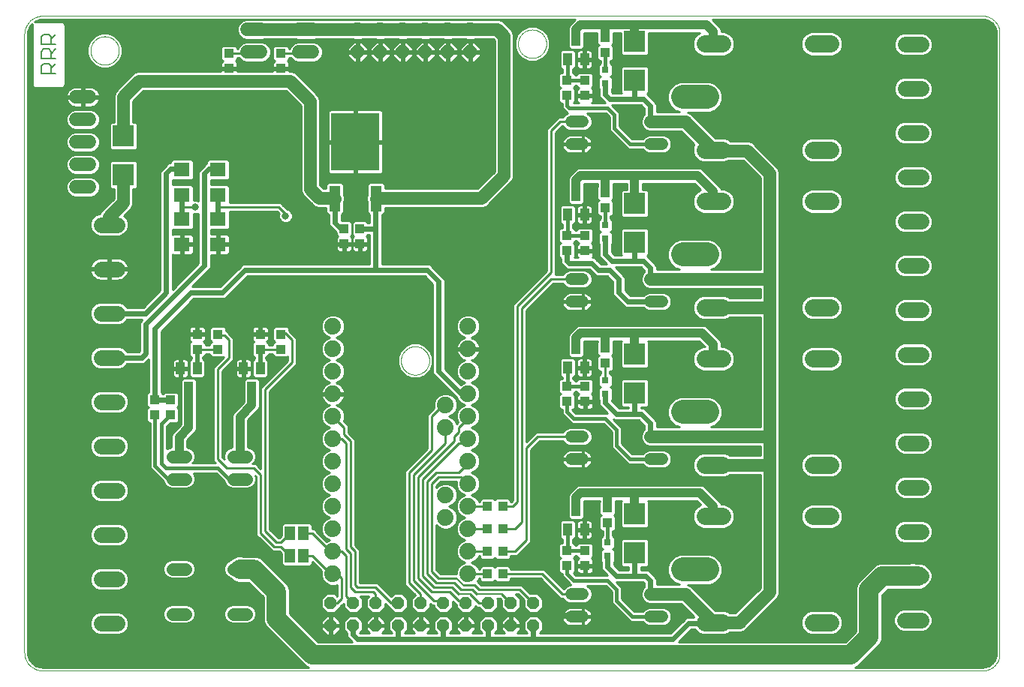
<source format=gtl>
G75*
%MOIN*%
%OFA0B0*%
%FSLAX25Y25*%
%IPPOS*%
%LPD*%
%AMOC8*
5,1,8,0,0,1.08239X$1,22.5*
%
%ADD10C,0.00000*%
%ADD11C,0.00600*%
%ADD12C,0.07400*%
%ADD13R,0.03937X0.04331*%
%ADD14C,0.07800*%
%ADD15C,0.10650*%
%ADD16R,0.04331X0.03937*%
%ADD17R,0.03937X0.05512*%
%ADD18R,0.21654X0.25591*%
%ADD19R,0.04921X0.11220*%
%ADD20C,0.06000*%
%ADD21C,0.07050*%
%ADD22C,0.05543*%
%ADD23C,0.05200*%
%ADD24R,0.09449X0.09449*%
%ADD25R,0.03150X0.03150*%
%ADD26R,0.04600X0.06300*%
%ADD27OC8,0.06000*%
%ADD28OC8,0.05600*%
%ADD29R,0.07098X0.06299*%
%ADD30C,0.01000*%
%ADD31C,0.01600*%
%ADD32C,0.03181*%
%ADD33C,0.02400*%
%ADD34C,0.02000*%
%ADD35C,0.05600*%
%ADD36C,0.08600*%
%ADD37C,0.00800*%
%ADD38C,0.04000*%
D10*
X0009374Y0001500D02*
X0426697Y0001500D01*
X0426879Y0001502D01*
X0427062Y0001509D01*
X0427244Y0001520D01*
X0427426Y0001535D01*
X0427607Y0001555D01*
X0427788Y0001579D01*
X0427968Y0001608D01*
X0428148Y0001641D01*
X0428326Y0001678D01*
X0428504Y0001719D01*
X0428681Y0001765D01*
X0428856Y0001815D01*
X0429030Y0001870D01*
X0429203Y0001928D01*
X0429375Y0001991D01*
X0429544Y0002057D01*
X0429713Y0002128D01*
X0429879Y0002203D01*
X0430044Y0002282D01*
X0430206Y0002365D01*
X0430367Y0002452D01*
X0430525Y0002542D01*
X0430681Y0002637D01*
X0430835Y0002735D01*
X0430986Y0002837D01*
X0431135Y0002942D01*
X0431282Y0003051D01*
X0431425Y0003164D01*
X0431566Y0003280D01*
X0431704Y0003399D01*
X0431839Y0003522D01*
X0431971Y0003648D01*
X0432100Y0003777D01*
X0432226Y0003909D01*
X0432349Y0004044D01*
X0432468Y0004182D01*
X0432584Y0004323D01*
X0432697Y0004466D01*
X0432806Y0004613D01*
X0432911Y0004762D01*
X0433013Y0004913D01*
X0433111Y0005067D01*
X0433206Y0005223D01*
X0433296Y0005381D01*
X0433383Y0005542D01*
X0433466Y0005704D01*
X0433545Y0005869D01*
X0433620Y0006035D01*
X0433691Y0006204D01*
X0433757Y0006373D01*
X0433820Y0006545D01*
X0433878Y0006718D01*
X0433933Y0006892D01*
X0433983Y0007067D01*
X0434029Y0007244D01*
X0434070Y0007422D01*
X0434107Y0007600D01*
X0434140Y0007780D01*
X0434169Y0007960D01*
X0434193Y0008141D01*
X0434213Y0008322D01*
X0434228Y0008504D01*
X0434239Y0008686D01*
X0434246Y0008869D01*
X0434248Y0009051D01*
X0434248Y0284941D01*
X0434246Y0285124D01*
X0434239Y0285306D01*
X0434228Y0285489D01*
X0434213Y0285671D01*
X0434193Y0285852D01*
X0434169Y0286033D01*
X0434140Y0286214D01*
X0434107Y0286393D01*
X0434070Y0286572D01*
X0434028Y0286750D01*
X0433982Y0286927D01*
X0433932Y0287102D01*
X0433878Y0287277D01*
X0433819Y0287450D01*
X0433757Y0287621D01*
X0433690Y0287791D01*
X0433619Y0287960D01*
X0433544Y0288126D01*
X0433465Y0288291D01*
X0433382Y0288454D01*
X0433295Y0288615D01*
X0433205Y0288773D01*
X0433110Y0288929D01*
X0433012Y0289083D01*
X0432910Y0289235D01*
X0432804Y0289384D01*
X0432695Y0289531D01*
X0432583Y0289674D01*
X0432466Y0289815D01*
X0432347Y0289954D01*
X0432224Y0290089D01*
X0432098Y0290221D01*
X0431969Y0290350D01*
X0431837Y0290476D01*
X0431702Y0290599D01*
X0431563Y0290718D01*
X0431422Y0290835D01*
X0431279Y0290947D01*
X0431132Y0291056D01*
X0430983Y0291162D01*
X0430831Y0291264D01*
X0430677Y0291362D01*
X0430521Y0291457D01*
X0430363Y0291547D01*
X0430202Y0291634D01*
X0430039Y0291717D01*
X0429874Y0291796D01*
X0429708Y0291871D01*
X0429539Y0291942D01*
X0429369Y0292009D01*
X0429198Y0292071D01*
X0429025Y0292130D01*
X0428850Y0292184D01*
X0428675Y0292234D01*
X0428498Y0292280D01*
X0428320Y0292322D01*
X0428141Y0292359D01*
X0427962Y0292392D01*
X0427781Y0292421D01*
X0427600Y0292445D01*
X0427419Y0292465D01*
X0427237Y0292480D01*
X0427054Y0292491D01*
X0426872Y0292498D01*
X0426689Y0292500D01*
X0009381Y0292500D01*
X0009181Y0292498D01*
X0008982Y0292490D01*
X0008783Y0292478D01*
X0008584Y0292461D01*
X0008385Y0292439D01*
X0008188Y0292412D01*
X0007991Y0292380D01*
X0007794Y0292344D01*
X0007599Y0292302D01*
X0007405Y0292256D01*
X0007212Y0292205D01*
X0007020Y0292150D01*
X0006830Y0292090D01*
X0006641Y0292025D01*
X0006454Y0291955D01*
X0006269Y0291881D01*
X0006085Y0291802D01*
X0005904Y0291719D01*
X0005724Y0291632D01*
X0005547Y0291540D01*
X0005372Y0291443D01*
X0005200Y0291343D01*
X0005030Y0291238D01*
X0004863Y0291129D01*
X0004698Y0291016D01*
X0004536Y0290899D01*
X0004377Y0290779D01*
X0004221Y0290654D01*
X0004069Y0290525D01*
X0003919Y0290393D01*
X0003773Y0290257D01*
X0003630Y0290118D01*
X0003491Y0289975D01*
X0003355Y0289829D01*
X0003223Y0289679D01*
X0003094Y0289527D01*
X0002969Y0289371D01*
X0002849Y0289212D01*
X0002732Y0289050D01*
X0002619Y0288885D01*
X0002510Y0288718D01*
X0002405Y0288548D01*
X0002305Y0288376D01*
X0002208Y0288201D01*
X0002116Y0288024D01*
X0002029Y0287844D01*
X0001946Y0287663D01*
X0001867Y0287479D01*
X0001793Y0287294D01*
X0001723Y0287107D01*
X0001658Y0286918D01*
X0001598Y0286728D01*
X0001543Y0286536D01*
X0001492Y0286343D01*
X0001446Y0286149D01*
X0001404Y0285954D01*
X0001368Y0285757D01*
X0001336Y0285560D01*
X0001309Y0285363D01*
X0001287Y0285164D01*
X0001270Y0284965D01*
X0001258Y0284766D01*
X0001250Y0284567D01*
X0001248Y0284367D01*
X0001248Y0009626D01*
X0001250Y0009430D01*
X0001257Y0009233D01*
X0001269Y0009037D01*
X0001286Y0008842D01*
X0001307Y0008647D01*
X0001333Y0008452D01*
X0001364Y0008258D01*
X0001399Y0008065D01*
X0001439Y0007873D01*
X0001484Y0007681D01*
X0001533Y0007491D01*
X0001587Y0007302D01*
X0001646Y0007115D01*
X0001709Y0006929D01*
X0001776Y0006744D01*
X0001848Y0006562D01*
X0001924Y0006381D01*
X0002005Y0006202D01*
X0002090Y0006025D01*
X0002179Y0005850D01*
X0002272Y0005677D01*
X0002370Y0005506D01*
X0002471Y0005338D01*
X0002577Y0005173D01*
X0002686Y0005010D01*
X0002800Y0004850D01*
X0002917Y0004692D01*
X0003038Y0004538D01*
X0003163Y0004386D01*
X0003292Y0004237D01*
X0003424Y0004092D01*
X0003559Y0003950D01*
X0003698Y0003811D01*
X0003840Y0003676D01*
X0003985Y0003544D01*
X0004134Y0003415D01*
X0004286Y0003290D01*
X0004440Y0003169D01*
X0004598Y0003052D01*
X0004758Y0002938D01*
X0004921Y0002829D01*
X0005086Y0002723D01*
X0005254Y0002622D01*
X0005425Y0002524D01*
X0005598Y0002431D01*
X0005773Y0002342D01*
X0005950Y0002257D01*
X0006129Y0002176D01*
X0006310Y0002100D01*
X0006492Y0002028D01*
X0006677Y0001961D01*
X0006863Y0001898D01*
X0007050Y0001839D01*
X0007239Y0001785D01*
X0007429Y0001736D01*
X0007621Y0001691D01*
X0007813Y0001651D01*
X0008006Y0001616D01*
X0008200Y0001585D01*
X0008395Y0001559D01*
X0008590Y0001538D01*
X0008785Y0001521D01*
X0008981Y0001509D01*
X0009178Y0001502D01*
X0009374Y0001500D01*
X0168429Y0139295D02*
X0168431Y0139453D01*
X0168437Y0139611D01*
X0168447Y0139769D01*
X0168461Y0139927D01*
X0168479Y0140084D01*
X0168500Y0140241D01*
X0168526Y0140397D01*
X0168556Y0140553D01*
X0168589Y0140708D01*
X0168627Y0140861D01*
X0168668Y0141014D01*
X0168713Y0141166D01*
X0168762Y0141317D01*
X0168815Y0141466D01*
X0168871Y0141614D01*
X0168931Y0141760D01*
X0168995Y0141905D01*
X0169063Y0142048D01*
X0169134Y0142190D01*
X0169208Y0142330D01*
X0169286Y0142467D01*
X0169368Y0142603D01*
X0169452Y0142737D01*
X0169541Y0142868D01*
X0169632Y0142997D01*
X0169727Y0143124D01*
X0169824Y0143249D01*
X0169925Y0143371D01*
X0170029Y0143490D01*
X0170136Y0143607D01*
X0170246Y0143721D01*
X0170359Y0143832D01*
X0170474Y0143941D01*
X0170592Y0144046D01*
X0170713Y0144148D01*
X0170836Y0144248D01*
X0170962Y0144344D01*
X0171090Y0144437D01*
X0171220Y0144527D01*
X0171353Y0144613D01*
X0171488Y0144697D01*
X0171624Y0144776D01*
X0171763Y0144853D01*
X0171904Y0144925D01*
X0172046Y0144995D01*
X0172190Y0145060D01*
X0172336Y0145122D01*
X0172483Y0145180D01*
X0172632Y0145235D01*
X0172782Y0145286D01*
X0172933Y0145333D01*
X0173085Y0145376D01*
X0173238Y0145415D01*
X0173393Y0145451D01*
X0173548Y0145482D01*
X0173704Y0145510D01*
X0173860Y0145534D01*
X0174017Y0145554D01*
X0174175Y0145570D01*
X0174332Y0145582D01*
X0174491Y0145590D01*
X0174649Y0145594D01*
X0174807Y0145594D01*
X0174965Y0145590D01*
X0175124Y0145582D01*
X0175281Y0145570D01*
X0175439Y0145554D01*
X0175596Y0145534D01*
X0175752Y0145510D01*
X0175908Y0145482D01*
X0176063Y0145451D01*
X0176218Y0145415D01*
X0176371Y0145376D01*
X0176523Y0145333D01*
X0176674Y0145286D01*
X0176824Y0145235D01*
X0176973Y0145180D01*
X0177120Y0145122D01*
X0177266Y0145060D01*
X0177410Y0144995D01*
X0177552Y0144925D01*
X0177693Y0144853D01*
X0177832Y0144776D01*
X0177968Y0144697D01*
X0178103Y0144613D01*
X0178236Y0144527D01*
X0178366Y0144437D01*
X0178494Y0144344D01*
X0178620Y0144248D01*
X0178743Y0144148D01*
X0178864Y0144046D01*
X0178982Y0143941D01*
X0179097Y0143832D01*
X0179210Y0143721D01*
X0179320Y0143607D01*
X0179427Y0143490D01*
X0179531Y0143371D01*
X0179632Y0143249D01*
X0179729Y0143124D01*
X0179824Y0142997D01*
X0179915Y0142868D01*
X0180004Y0142737D01*
X0180088Y0142603D01*
X0180170Y0142467D01*
X0180248Y0142330D01*
X0180322Y0142190D01*
X0180393Y0142048D01*
X0180461Y0141905D01*
X0180525Y0141760D01*
X0180585Y0141614D01*
X0180641Y0141466D01*
X0180694Y0141317D01*
X0180743Y0141166D01*
X0180788Y0141014D01*
X0180829Y0140861D01*
X0180867Y0140708D01*
X0180900Y0140553D01*
X0180930Y0140397D01*
X0180956Y0140241D01*
X0180977Y0140084D01*
X0180995Y0139927D01*
X0181009Y0139769D01*
X0181019Y0139611D01*
X0181025Y0139453D01*
X0181027Y0139295D01*
X0181025Y0139137D01*
X0181019Y0138979D01*
X0181009Y0138821D01*
X0180995Y0138663D01*
X0180977Y0138506D01*
X0180956Y0138349D01*
X0180930Y0138193D01*
X0180900Y0138037D01*
X0180867Y0137882D01*
X0180829Y0137729D01*
X0180788Y0137576D01*
X0180743Y0137424D01*
X0180694Y0137273D01*
X0180641Y0137124D01*
X0180585Y0136976D01*
X0180525Y0136830D01*
X0180461Y0136685D01*
X0180393Y0136542D01*
X0180322Y0136400D01*
X0180248Y0136260D01*
X0180170Y0136123D01*
X0180088Y0135987D01*
X0180004Y0135853D01*
X0179915Y0135722D01*
X0179824Y0135593D01*
X0179729Y0135466D01*
X0179632Y0135341D01*
X0179531Y0135219D01*
X0179427Y0135100D01*
X0179320Y0134983D01*
X0179210Y0134869D01*
X0179097Y0134758D01*
X0178982Y0134649D01*
X0178864Y0134544D01*
X0178743Y0134442D01*
X0178620Y0134342D01*
X0178494Y0134246D01*
X0178366Y0134153D01*
X0178236Y0134063D01*
X0178103Y0133977D01*
X0177968Y0133893D01*
X0177832Y0133814D01*
X0177693Y0133737D01*
X0177552Y0133665D01*
X0177410Y0133595D01*
X0177266Y0133530D01*
X0177120Y0133468D01*
X0176973Y0133410D01*
X0176824Y0133355D01*
X0176674Y0133304D01*
X0176523Y0133257D01*
X0176371Y0133214D01*
X0176218Y0133175D01*
X0176063Y0133139D01*
X0175908Y0133108D01*
X0175752Y0133080D01*
X0175596Y0133056D01*
X0175439Y0133036D01*
X0175281Y0133020D01*
X0175124Y0133008D01*
X0174965Y0133000D01*
X0174807Y0132996D01*
X0174649Y0132996D01*
X0174491Y0133000D01*
X0174332Y0133008D01*
X0174175Y0133020D01*
X0174017Y0133036D01*
X0173860Y0133056D01*
X0173704Y0133080D01*
X0173548Y0133108D01*
X0173393Y0133139D01*
X0173238Y0133175D01*
X0173085Y0133214D01*
X0172933Y0133257D01*
X0172782Y0133304D01*
X0172632Y0133355D01*
X0172483Y0133410D01*
X0172336Y0133468D01*
X0172190Y0133530D01*
X0172046Y0133595D01*
X0171904Y0133665D01*
X0171763Y0133737D01*
X0171624Y0133814D01*
X0171488Y0133893D01*
X0171353Y0133977D01*
X0171220Y0134063D01*
X0171090Y0134153D01*
X0170962Y0134246D01*
X0170836Y0134342D01*
X0170713Y0134442D01*
X0170592Y0134544D01*
X0170474Y0134649D01*
X0170359Y0134758D01*
X0170246Y0134869D01*
X0170136Y0134983D01*
X0170029Y0135100D01*
X0169925Y0135219D01*
X0169824Y0135341D01*
X0169727Y0135466D01*
X0169632Y0135593D01*
X0169541Y0135722D01*
X0169452Y0135853D01*
X0169368Y0135987D01*
X0169286Y0136123D01*
X0169208Y0136260D01*
X0169134Y0136400D01*
X0169063Y0136542D01*
X0168995Y0136685D01*
X0168931Y0136830D01*
X0168871Y0136976D01*
X0168815Y0137124D01*
X0168762Y0137273D01*
X0168713Y0137424D01*
X0168668Y0137576D01*
X0168627Y0137729D01*
X0168589Y0137882D01*
X0168556Y0138037D01*
X0168526Y0138193D01*
X0168500Y0138349D01*
X0168479Y0138506D01*
X0168461Y0138663D01*
X0168447Y0138821D01*
X0168437Y0138979D01*
X0168431Y0139137D01*
X0168429Y0139295D01*
X0030634Y0277091D02*
X0030636Y0277249D01*
X0030642Y0277407D01*
X0030652Y0277565D01*
X0030666Y0277723D01*
X0030684Y0277880D01*
X0030705Y0278037D01*
X0030731Y0278193D01*
X0030761Y0278349D01*
X0030794Y0278504D01*
X0030832Y0278657D01*
X0030873Y0278810D01*
X0030918Y0278962D01*
X0030967Y0279113D01*
X0031020Y0279262D01*
X0031076Y0279410D01*
X0031136Y0279556D01*
X0031200Y0279701D01*
X0031268Y0279844D01*
X0031339Y0279986D01*
X0031413Y0280126D01*
X0031491Y0280263D01*
X0031573Y0280399D01*
X0031657Y0280533D01*
X0031746Y0280664D01*
X0031837Y0280793D01*
X0031932Y0280920D01*
X0032029Y0281045D01*
X0032130Y0281167D01*
X0032234Y0281286D01*
X0032341Y0281403D01*
X0032451Y0281517D01*
X0032564Y0281628D01*
X0032679Y0281737D01*
X0032797Y0281842D01*
X0032918Y0281944D01*
X0033041Y0282044D01*
X0033167Y0282140D01*
X0033295Y0282233D01*
X0033425Y0282323D01*
X0033558Y0282409D01*
X0033693Y0282493D01*
X0033829Y0282572D01*
X0033968Y0282649D01*
X0034109Y0282721D01*
X0034251Y0282791D01*
X0034395Y0282856D01*
X0034541Y0282918D01*
X0034688Y0282976D01*
X0034837Y0283031D01*
X0034987Y0283082D01*
X0035138Y0283129D01*
X0035290Y0283172D01*
X0035443Y0283211D01*
X0035598Y0283247D01*
X0035753Y0283278D01*
X0035909Y0283306D01*
X0036065Y0283330D01*
X0036222Y0283350D01*
X0036380Y0283366D01*
X0036537Y0283378D01*
X0036696Y0283386D01*
X0036854Y0283390D01*
X0037012Y0283390D01*
X0037170Y0283386D01*
X0037329Y0283378D01*
X0037486Y0283366D01*
X0037644Y0283350D01*
X0037801Y0283330D01*
X0037957Y0283306D01*
X0038113Y0283278D01*
X0038268Y0283247D01*
X0038423Y0283211D01*
X0038576Y0283172D01*
X0038728Y0283129D01*
X0038879Y0283082D01*
X0039029Y0283031D01*
X0039178Y0282976D01*
X0039325Y0282918D01*
X0039471Y0282856D01*
X0039615Y0282791D01*
X0039757Y0282721D01*
X0039898Y0282649D01*
X0040037Y0282572D01*
X0040173Y0282493D01*
X0040308Y0282409D01*
X0040441Y0282323D01*
X0040571Y0282233D01*
X0040699Y0282140D01*
X0040825Y0282044D01*
X0040948Y0281944D01*
X0041069Y0281842D01*
X0041187Y0281737D01*
X0041302Y0281628D01*
X0041415Y0281517D01*
X0041525Y0281403D01*
X0041632Y0281286D01*
X0041736Y0281167D01*
X0041837Y0281045D01*
X0041934Y0280920D01*
X0042029Y0280793D01*
X0042120Y0280664D01*
X0042209Y0280533D01*
X0042293Y0280399D01*
X0042375Y0280263D01*
X0042453Y0280126D01*
X0042527Y0279986D01*
X0042598Y0279844D01*
X0042666Y0279701D01*
X0042730Y0279556D01*
X0042790Y0279410D01*
X0042846Y0279262D01*
X0042899Y0279113D01*
X0042948Y0278962D01*
X0042993Y0278810D01*
X0043034Y0278657D01*
X0043072Y0278504D01*
X0043105Y0278349D01*
X0043135Y0278193D01*
X0043161Y0278037D01*
X0043182Y0277880D01*
X0043200Y0277723D01*
X0043214Y0277565D01*
X0043224Y0277407D01*
X0043230Y0277249D01*
X0043232Y0277091D01*
X0043230Y0276933D01*
X0043224Y0276775D01*
X0043214Y0276617D01*
X0043200Y0276459D01*
X0043182Y0276302D01*
X0043161Y0276145D01*
X0043135Y0275989D01*
X0043105Y0275833D01*
X0043072Y0275678D01*
X0043034Y0275525D01*
X0042993Y0275372D01*
X0042948Y0275220D01*
X0042899Y0275069D01*
X0042846Y0274920D01*
X0042790Y0274772D01*
X0042730Y0274626D01*
X0042666Y0274481D01*
X0042598Y0274338D01*
X0042527Y0274196D01*
X0042453Y0274056D01*
X0042375Y0273919D01*
X0042293Y0273783D01*
X0042209Y0273649D01*
X0042120Y0273518D01*
X0042029Y0273389D01*
X0041934Y0273262D01*
X0041837Y0273137D01*
X0041736Y0273015D01*
X0041632Y0272896D01*
X0041525Y0272779D01*
X0041415Y0272665D01*
X0041302Y0272554D01*
X0041187Y0272445D01*
X0041069Y0272340D01*
X0040948Y0272238D01*
X0040825Y0272138D01*
X0040699Y0272042D01*
X0040571Y0271949D01*
X0040441Y0271859D01*
X0040308Y0271773D01*
X0040173Y0271689D01*
X0040037Y0271610D01*
X0039898Y0271533D01*
X0039757Y0271461D01*
X0039615Y0271391D01*
X0039471Y0271326D01*
X0039325Y0271264D01*
X0039178Y0271206D01*
X0039029Y0271151D01*
X0038879Y0271100D01*
X0038728Y0271053D01*
X0038576Y0271010D01*
X0038423Y0270971D01*
X0038268Y0270935D01*
X0038113Y0270904D01*
X0037957Y0270876D01*
X0037801Y0270852D01*
X0037644Y0270832D01*
X0037486Y0270816D01*
X0037329Y0270804D01*
X0037170Y0270796D01*
X0037012Y0270792D01*
X0036854Y0270792D01*
X0036696Y0270796D01*
X0036537Y0270804D01*
X0036380Y0270816D01*
X0036222Y0270832D01*
X0036065Y0270852D01*
X0035909Y0270876D01*
X0035753Y0270904D01*
X0035598Y0270935D01*
X0035443Y0270971D01*
X0035290Y0271010D01*
X0035138Y0271053D01*
X0034987Y0271100D01*
X0034837Y0271151D01*
X0034688Y0271206D01*
X0034541Y0271264D01*
X0034395Y0271326D01*
X0034251Y0271391D01*
X0034109Y0271461D01*
X0033968Y0271533D01*
X0033829Y0271610D01*
X0033693Y0271689D01*
X0033558Y0271773D01*
X0033425Y0271859D01*
X0033295Y0271949D01*
X0033167Y0272042D01*
X0033041Y0272138D01*
X0032918Y0272238D01*
X0032797Y0272340D01*
X0032679Y0272445D01*
X0032564Y0272554D01*
X0032451Y0272665D01*
X0032341Y0272779D01*
X0032234Y0272896D01*
X0032130Y0273015D01*
X0032029Y0273137D01*
X0031932Y0273262D01*
X0031837Y0273389D01*
X0031746Y0273518D01*
X0031657Y0273649D01*
X0031573Y0273783D01*
X0031491Y0273919D01*
X0031413Y0274056D01*
X0031339Y0274196D01*
X0031268Y0274338D01*
X0031200Y0274481D01*
X0031136Y0274626D01*
X0031076Y0274772D01*
X0031020Y0274920D01*
X0030967Y0275069D01*
X0030918Y0275220D01*
X0030873Y0275372D01*
X0030832Y0275525D01*
X0030794Y0275678D01*
X0030761Y0275833D01*
X0030731Y0275989D01*
X0030705Y0276145D01*
X0030684Y0276302D01*
X0030666Y0276459D01*
X0030652Y0276617D01*
X0030642Y0276775D01*
X0030636Y0276933D01*
X0030634Y0277091D01*
X0220429Y0280091D02*
X0220431Y0280249D01*
X0220437Y0280407D01*
X0220447Y0280565D01*
X0220461Y0280723D01*
X0220479Y0280880D01*
X0220500Y0281037D01*
X0220526Y0281193D01*
X0220556Y0281349D01*
X0220589Y0281504D01*
X0220627Y0281657D01*
X0220668Y0281810D01*
X0220713Y0281962D01*
X0220762Y0282113D01*
X0220815Y0282262D01*
X0220871Y0282410D01*
X0220931Y0282556D01*
X0220995Y0282701D01*
X0221063Y0282844D01*
X0221134Y0282986D01*
X0221208Y0283126D01*
X0221286Y0283263D01*
X0221368Y0283399D01*
X0221452Y0283533D01*
X0221541Y0283664D01*
X0221632Y0283793D01*
X0221727Y0283920D01*
X0221824Y0284045D01*
X0221925Y0284167D01*
X0222029Y0284286D01*
X0222136Y0284403D01*
X0222246Y0284517D01*
X0222359Y0284628D01*
X0222474Y0284737D01*
X0222592Y0284842D01*
X0222713Y0284944D01*
X0222836Y0285044D01*
X0222962Y0285140D01*
X0223090Y0285233D01*
X0223220Y0285323D01*
X0223353Y0285409D01*
X0223488Y0285493D01*
X0223624Y0285572D01*
X0223763Y0285649D01*
X0223904Y0285721D01*
X0224046Y0285791D01*
X0224190Y0285856D01*
X0224336Y0285918D01*
X0224483Y0285976D01*
X0224632Y0286031D01*
X0224782Y0286082D01*
X0224933Y0286129D01*
X0225085Y0286172D01*
X0225238Y0286211D01*
X0225393Y0286247D01*
X0225548Y0286278D01*
X0225704Y0286306D01*
X0225860Y0286330D01*
X0226017Y0286350D01*
X0226175Y0286366D01*
X0226332Y0286378D01*
X0226491Y0286386D01*
X0226649Y0286390D01*
X0226807Y0286390D01*
X0226965Y0286386D01*
X0227124Y0286378D01*
X0227281Y0286366D01*
X0227439Y0286350D01*
X0227596Y0286330D01*
X0227752Y0286306D01*
X0227908Y0286278D01*
X0228063Y0286247D01*
X0228218Y0286211D01*
X0228371Y0286172D01*
X0228523Y0286129D01*
X0228674Y0286082D01*
X0228824Y0286031D01*
X0228973Y0285976D01*
X0229120Y0285918D01*
X0229266Y0285856D01*
X0229410Y0285791D01*
X0229552Y0285721D01*
X0229693Y0285649D01*
X0229832Y0285572D01*
X0229968Y0285493D01*
X0230103Y0285409D01*
X0230236Y0285323D01*
X0230366Y0285233D01*
X0230494Y0285140D01*
X0230620Y0285044D01*
X0230743Y0284944D01*
X0230864Y0284842D01*
X0230982Y0284737D01*
X0231097Y0284628D01*
X0231210Y0284517D01*
X0231320Y0284403D01*
X0231427Y0284286D01*
X0231531Y0284167D01*
X0231632Y0284045D01*
X0231729Y0283920D01*
X0231824Y0283793D01*
X0231915Y0283664D01*
X0232004Y0283533D01*
X0232088Y0283399D01*
X0232170Y0283263D01*
X0232248Y0283126D01*
X0232322Y0282986D01*
X0232393Y0282844D01*
X0232461Y0282701D01*
X0232525Y0282556D01*
X0232585Y0282410D01*
X0232641Y0282262D01*
X0232694Y0282113D01*
X0232743Y0281962D01*
X0232788Y0281810D01*
X0232829Y0281657D01*
X0232867Y0281504D01*
X0232900Y0281349D01*
X0232930Y0281193D01*
X0232956Y0281037D01*
X0232977Y0280880D01*
X0232995Y0280723D01*
X0233009Y0280565D01*
X0233019Y0280407D01*
X0233025Y0280249D01*
X0233027Y0280091D01*
X0233025Y0279933D01*
X0233019Y0279775D01*
X0233009Y0279617D01*
X0232995Y0279459D01*
X0232977Y0279302D01*
X0232956Y0279145D01*
X0232930Y0278989D01*
X0232900Y0278833D01*
X0232867Y0278678D01*
X0232829Y0278525D01*
X0232788Y0278372D01*
X0232743Y0278220D01*
X0232694Y0278069D01*
X0232641Y0277920D01*
X0232585Y0277772D01*
X0232525Y0277626D01*
X0232461Y0277481D01*
X0232393Y0277338D01*
X0232322Y0277196D01*
X0232248Y0277056D01*
X0232170Y0276919D01*
X0232088Y0276783D01*
X0232004Y0276649D01*
X0231915Y0276518D01*
X0231824Y0276389D01*
X0231729Y0276262D01*
X0231632Y0276137D01*
X0231531Y0276015D01*
X0231427Y0275896D01*
X0231320Y0275779D01*
X0231210Y0275665D01*
X0231097Y0275554D01*
X0230982Y0275445D01*
X0230864Y0275340D01*
X0230743Y0275238D01*
X0230620Y0275138D01*
X0230494Y0275042D01*
X0230366Y0274949D01*
X0230236Y0274859D01*
X0230103Y0274773D01*
X0229968Y0274689D01*
X0229832Y0274610D01*
X0229693Y0274533D01*
X0229552Y0274461D01*
X0229410Y0274391D01*
X0229266Y0274326D01*
X0229120Y0274264D01*
X0228973Y0274206D01*
X0228824Y0274151D01*
X0228674Y0274100D01*
X0228523Y0274053D01*
X0228371Y0274010D01*
X0228218Y0273971D01*
X0228063Y0273935D01*
X0227908Y0273904D01*
X0227752Y0273876D01*
X0227596Y0273852D01*
X0227439Y0273832D01*
X0227281Y0273816D01*
X0227124Y0273804D01*
X0226965Y0273796D01*
X0226807Y0273792D01*
X0226649Y0273792D01*
X0226491Y0273796D01*
X0226332Y0273804D01*
X0226175Y0273816D01*
X0226017Y0273832D01*
X0225860Y0273852D01*
X0225704Y0273876D01*
X0225548Y0273904D01*
X0225393Y0273935D01*
X0225238Y0273971D01*
X0225085Y0274010D01*
X0224933Y0274053D01*
X0224782Y0274100D01*
X0224632Y0274151D01*
X0224483Y0274206D01*
X0224336Y0274264D01*
X0224190Y0274326D01*
X0224046Y0274391D01*
X0223904Y0274461D01*
X0223763Y0274533D01*
X0223624Y0274610D01*
X0223488Y0274689D01*
X0223353Y0274773D01*
X0223220Y0274859D01*
X0223090Y0274949D01*
X0222962Y0275042D01*
X0222836Y0275138D01*
X0222713Y0275238D01*
X0222592Y0275340D01*
X0222474Y0275445D01*
X0222359Y0275554D01*
X0222246Y0275665D01*
X0222136Y0275779D01*
X0222029Y0275896D01*
X0221925Y0276015D01*
X0221824Y0276137D01*
X0221727Y0276262D01*
X0221632Y0276389D01*
X0221541Y0276518D01*
X0221452Y0276649D01*
X0221368Y0276783D01*
X0221286Y0276919D01*
X0221208Y0277056D01*
X0221134Y0277196D01*
X0221063Y0277338D01*
X0220995Y0277481D01*
X0220931Y0277626D01*
X0220871Y0277772D01*
X0220815Y0277920D01*
X0220762Y0278069D01*
X0220713Y0278220D01*
X0220668Y0278372D01*
X0220627Y0278525D01*
X0220589Y0278678D01*
X0220556Y0278833D01*
X0220526Y0278989D01*
X0220500Y0279145D01*
X0220479Y0279302D01*
X0220461Y0279459D01*
X0220447Y0279617D01*
X0220437Y0279775D01*
X0220431Y0279933D01*
X0220429Y0280091D01*
D11*
X0015130Y0279940D02*
X0008725Y0279940D01*
X0008725Y0283143D01*
X0009792Y0284210D01*
X0011928Y0284210D01*
X0012995Y0283143D01*
X0012995Y0279940D01*
X0012995Y0282075D02*
X0015130Y0284210D01*
X0015130Y0277765D02*
X0012995Y0275630D01*
X0012995Y0276697D02*
X0012995Y0273494D01*
X0015130Y0273494D02*
X0008725Y0273494D01*
X0008725Y0276697D01*
X0009792Y0277765D01*
X0011928Y0277765D01*
X0012995Y0276697D01*
X0011928Y0271319D02*
X0012995Y0270252D01*
X0012995Y0267049D01*
X0012995Y0269184D02*
X0015130Y0271319D01*
X0011928Y0271319D02*
X0009792Y0271319D01*
X0008725Y0270252D01*
X0008725Y0267049D01*
X0015130Y0267049D01*
D12*
X0138248Y0154500D03*
X0138248Y0144500D03*
X0138248Y0134500D03*
X0138248Y0124500D03*
X0138248Y0114500D03*
X0138248Y0104500D03*
X0138248Y0094500D03*
X0138248Y0084500D03*
X0138248Y0074500D03*
X0138248Y0064500D03*
X0138248Y0054500D03*
X0138248Y0044500D03*
X0188248Y0069500D03*
X0198248Y0064500D03*
X0198248Y0054500D03*
X0198248Y0044500D03*
X0198248Y0074500D03*
X0188248Y0079500D03*
X0198248Y0084500D03*
X0198248Y0094500D03*
X0198248Y0104500D03*
X0188248Y0109500D03*
X0198248Y0114500D03*
X0188248Y0119500D03*
X0198248Y0124500D03*
X0198248Y0134500D03*
X0198248Y0144500D03*
X0198248Y0154500D03*
D13*
X0150248Y0191154D03*
X0150248Y0197846D03*
X0143248Y0197846D03*
X0143248Y0191154D03*
X0206902Y0074500D03*
X0213594Y0074500D03*
X0213594Y0064500D03*
X0206902Y0064500D03*
X0206902Y0054500D03*
X0213594Y0054500D03*
X0213594Y0044500D03*
X0206902Y0044500D03*
D14*
X0303348Y0022900D02*
X0311148Y0022900D01*
X0351348Y0022900D02*
X0359148Y0022900D01*
X0359148Y0070100D02*
X0351348Y0070100D01*
X0351348Y0092900D02*
X0359148Y0092900D01*
X0311148Y0092900D02*
X0303348Y0092900D01*
X0303348Y0070100D02*
X0311148Y0070100D01*
X0311148Y0140100D02*
X0303348Y0140100D01*
X0303348Y0162900D02*
X0311148Y0162900D01*
X0351348Y0162900D02*
X0359148Y0162900D01*
X0359148Y0140100D02*
X0351348Y0140100D01*
X0351348Y0210100D02*
X0359148Y0210100D01*
X0359148Y0232900D02*
X0351348Y0232900D01*
X0311148Y0232900D02*
X0303348Y0232900D01*
X0303348Y0210100D02*
X0311148Y0210100D01*
X0311148Y0280100D02*
X0303348Y0280100D01*
X0351348Y0280100D02*
X0359148Y0280100D01*
D15*
X0304273Y0256500D02*
X0293623Y0256500D01*
X0293623Y0186500D02*
X0304273Y0186500D01*
X0304273Y0116500D02*
X0293623Y0116500D01*
X0293623Y0046500D02*
X0304273Y0046500D01*
D16*
X0260248Y0067154D03*
X0260248Y0073846D03*
X0250248Y0054846D03*
X0250248Y0048154D03*
X0242248Y0048154D03*
X0242248Y0054846D03*
X0242248Y0121154D03*
X0242248Y0127846D03*
X0250248Y0127846D03*
X0250248Y0121154D03*
X0259248Y0138154D03*
X0259248Y0144846D03*
X0250248Y0188154D03*
X0250248Y0194846D03*
X0242248Y0194846D03*
X0242248Y0188154D03*
X0259248Y0207154D03*
X0259248Y0213846D03*
X0250248Y0257154D03*
X0250248Y0263846D03*
X0242248Y0263846D03*
X0242248Y0257154D03*
X0259248Y0276154D03*
X0259248Y0282846D03*
X0115248Y0275846D03*
X0115248Y0269154D03*
X0092248Y0269154D03*
X0092248Y0275846D03*
X0087248Y0151046D03*
X0087248Y0144354D03*
X0077948Y0144354D03*
X0077948Y0151046D03*
X0105948Y0151046D03*
X0105948Y0144354D03*
X0115248Y0144354D03*
X0115248Y0151046D03*
X0066248Y0121846D03*
X0066248Y0115154D03*
X0059248Y0115154D03*
X0059248Y0121846D03*
D17*
X0074248Y0127169D03*
X0070508Y0135831D03*
X0077988Y0135831D03*
X0098508Y0135831D03*
X0105988Y0135831D03*
X0102248Y0127169D03*
X0242508Y0136169D03*
X0249988Y0136169D03*
X0246248Y0144831D03*
X0242508Y0204169D03*
X0249988Y0204169D03*
X0246248Y0212831D03*
X0242508Y0273169D03*
X0249988Y0273169D03*
X0246248Y0281831D03*
X0246248Y0072831D03*
X0242508Y0064169D03*
X0249988Y0064169D03*
D18*
X0148248Y0236500D03*
D19*
X0139035Y0211303D03*
X0157461Y0211303D03*
D20*
X0129248Y0276500D02*
X0123248Y0276500D01*
X0123248Y0286500D02*
X0129248Y0286500D01*
X0106248Y0286500D02*
X0100248Y0286500D01*
X0100248Y0276500D02*
X0106248Y0276500D01*
X0030248Y0256500D02*
X0024248Y0256500D01*
X0024248Y0246500D02*
X0030248Y0246500D01*
X0030248Y0236500D02*
X0024248Y0236500D01*
X0024248Y0226500D02*
X0030248Y0226500D01*
X0030248Y0216500D02*
X0024248Y0216500D01*
D21*
X0035353Y0199665D02*
X0042403Y0199665D01*
X0042403Y0179980D02*
X0035353Y0179980D01*
X0035432Y0160295D02*
X0042482Y0160295D01*
X0042482Y0140610D02*
X0035432Y0140610D01*
X0035432Y0120925D02*
X0042482Y0120925D01*
X0042482Y0101240D02*
X0035432Y0101240D01*
X0035432Y0081555D02*
X0042482Y0081555D01*
X0042482Y0061870D02*
X0035432Y0061870D01*
X0035353Y0042185D02*
X0042403Y0042185D01*
X0042403Y0022500D02*
X0035353Y0022500D01*
X0392211Y0023941D02*
X0399261Y0023941D01*
X0399261Y0043626D02*
X0392211Y0043626D01*
X0392290Y0063311D02*
X0399340Y0063311D01*
X0399340Y0082996D02*
X0392290Y0082996D01*
X0392290Y0102681D02*
X0399340Y0102681D01*
X0399340Y0122366D02*
X0392290Y0122366D01*
X0392290Y0142051D02*
X0399340Y0142051D01*
X0399340Y0161736D02*
X0392290Y0161736D01*
X0392290Y0181421D02*
X0399340Y0181421D01*
X0399340Y0201106D02*
X0392290Y0201106D01*
X0392290Y0220791D02*
X0399340Y0220791D01*
X0399340Y0240476D02*
X0392290Y0240476D01*
X0392290Y0260161D02*
X0399340Y0260161D01*
X0399340Y0279846D02*
X0392290Y0279846D01*
D22*
X0099720Y0096700D02*
X0094176Y0096700D01*
X0094176Y0086700D02*
X0099720Y0086700D01*
X0072720Y0086700D02*
X0067176Y0086700D01*
X0067176Y0096700D02*
X0072720Y0096700D01*
X0072720Y0046700D02*
X0067176Y0046700D01*
X0094176Y0046700D02*
X0099720Y0046700D01*
X0099720Y0026700D02*
X0094176Y0026700D01*
X0072720Y0026700D02*
X0067176Y0026700D01*
D23*
X0244048Y0025500D02*
X0249248Y0025500D01*
X0249248Y0035500D02*
X0244048Y0035500D01*
X0279248Y0035500D02*
X0284448Y0035500D01*
X0284448Y0025500D02*
X0279248Y0025500D01*
X0279248Y0095500D02*
X0284448Y0095500D01*
X0284448Y0105500D02*
X0279248Y0105500D01*
X0249248Y0105500D02*
X0244048Y0105500D01*
X0244048Y0095500D02*
X0249248Y0095500D01*
X0249248Y0165500D02*
X0244048Y0165500D01*
X0244048Y0175500D02*
X0249248Y0175500D01*
X0279248Y0175500D02*
X0284448Y0175500D01*
X0284448Y0165500D02*
X0279248Y0165500D01*
X0279248Y0235500D02*
X0284448Y0235500D01*
X0284448Y0245500D02*
X0279248Y0245500D01*
X0249248Y0245500D02*
X0244048Y0245500D01*
X0244048Y0235500D02*
X0249248Y0235500D01*
D24*
X0272248Y0209161D03*
X0272248Y0191839D03*
X0272248Y0142161D03*
X0272248Y0124839D03*
X0272248Y0071161D03*
X0272248Y0053839D03*
X0045248Y0221839D03*
X0045248Y0239161D03*
X0272248Y0263839D03*
X0272248Y0281161D03*
D25*
X0259248Y0268453D03*
X0259248Y0262547D03*
X0259248Y0199453D03*
X0259248Y0193547D03*
X0259248Y0130453D03*
X0259248Y0124547D03*
X0260248Y0058453D03*
X0260248Y0052547D03*
D26*
X0125248Y0052500D03*
X0119248Y0052500D03*
X0119248Y0062500D03*
X0125248Y0062500D03*
D27*
X0149248Y0276500D03*
X0159248Y0276500D03*
X0169248Y0276500D03*
X0179248Y0276500D03*
X0189248Y0276500D03*
X0199248Y0276500D03*
X0199248Y0286500D03*
X0189248Y0286500D03*
X0179248Y0286500D03*
X0169248Y0286500D03*
X0159248Y0286500D03*
X0149248Y0286500D03*
D28*
X0147248Y0031500D03*
X0137248Y0031500D03*
X0137248Y0021500D03*
X0147248Y0021500D03*
X0157248Y0021500D03*
X0167248Y0021500D03*
X0177248Y0021500D03*
X0187248Y0021500D03*
X0187248Y0031500D03*
X0177248Y0031500D03*
X0167248Y0031500D03*
X0157248Y0031500D03*
X0197248Y0031500D03*
X0207248Y0031500D03*
X0217248Y0031500D03*
X0217248Y0021500D03*
X0207248Y0021500D03*
X0197248Y0021500D03*
X0227248Y0021500D03*
X0227248Y0031500D03*
D29*
X0087248Y0190902D03*
X0087248Y0202098D03*
X0087248Y0212902D03*
X0087248Y0224098D03*
X0071248Y0224098D03*
X0071248Y0212902D03*
X0071248Y0202098D03*
X0071248Y0190902D03*
D30*
X0003470Y0006618D02*
X0004689Y0004941D01*
X0006366Y0003722D01*
X0008337Y0003082D01*
X0009374Y0003000D01*
X0127370Y0003000D01*
X0125963Y0003583D01*
X0109963Y0019583D01*
X0108331Y0021215D01*
X0107448Y0023346D01*
X0107448Y0034098D01*
X0100846Y0040700D01*
X0095994Y0040700D01*
X0093863Y0041583D01*
X0092798Y0042647D01*
X0091757Y0043079D01*
X0090555Y0044280D01*
X0089905Y0045850D01*
X0089905Y0047550D01*
X0090555Y0049120D01*
X0091757Y0050321D01*
X0092798Y0050753D01*
X0093663Y0051617D01*
X0095794Y0052500D01*
X0098102Y0052500D01*
X0098585Y0052300D01*
X0104402Y0052300D01*
X0106533Y0051417D01*
X0108165Y0049785D01*
X0118165Y0039785D01*
X0119048Y0037654D01*
X0119048Y0026902D01*
X0131650Y0014300D01*
X0146630Y0014300D01*
X0144959Y0015971D01*
X0144548Y0016963D01*
X0144548Y0018119D01*
X0142948Y0019719D01*
X0142948Y0023281D01*
X0145467Y0025800D01*
X0149029Y0025800D01*
X0151548Y0023281D01*
X0151548Y0019719D01*
X0150198Y0018369D01*
X0150366Y0018200D01*
X0154467Y0018200D01*
X0152948Y0019719D01*
X0152948Y0021100D01*
X0156848Y0021100D01*
X0156848Y0021900D01*
X0152948Y0021900D01*
X0152948Y0023281D01*
X0155467Y0025800D01*
X0156848Y0025800D01*
X0156848Y0021900D01*
X0157648Y0021900D01*
X0157648Y0025800D01*
X0159029Y0025800D01*
X0161548Y0023281D01*
X0161548Y0021900D01*
X0157648Y0021900D01*
X0157648Y0021100D01*
X0161548Y0021100D01*
X0161548Y0019719D01*
X0160029Y0018200D01*
X0164467Y0018200D01*
X0162948Y0019719D01*
X0162948Y0023281D01*
X0165467Y0025800D01*
X0169029Y0025800D01*
X0171548Y0023281D01*
X0171548Y0019719D01*
X0170029Y0018200D01*
X0174467Y0018200D01*
X0172948Y0019719D01*
X0172948Y0021100D01*
X0176848Y0021100D01*
X0176848Y0021900D01*
X0172948Y0021900D01*
X0172948Y0023281D01*
X0175467Y0025800D01*
X0176848Y0025800D01*
X0176848Y0021900D01*
X0177648Y0021900D01*
X0177648Y0025800D01*
X0179029Y0025800D01*
X0181548Y0023281D01*
X0181548Y0021900D01*
X0177648Y0021900D01*
X0177648Y0021100D01*
X0181548Y0021100D01*
X0181548Y0019719D01*
X0180029Y0018200D01*
X0184467Y0018200D01*
X0182948Y0019719D01*
X0182948Y0023281D01*
X0185467Y0025800D01*
X0189029Y0025800D01*
X0191548Y0023281D01*
X0191548Y0019719D01*
X0190029Y0018200D01*
X0194467Y0018200D01*
X0192948Y0019719D01*
X0192948Y0021100D01*
X0196848Y0021100D01*
X0196848Y0021900D01*
X0192948Y0021900D01*
X0192948Y0023281D01*
X0195467Y0025800D01*
X0196848Y0025800D01*
X0196848Y0021900D01*
X0197648Y0021900D01*
X0197648Y0025800D01*
X0199029Y0025800D01*
X0201548Y0023281D01*
X0201548Y0021900D01*
X0197648Y0021900D01*
X0197648Y0021100D01*
X0201548Y0021100D01*
X0201548Y0019719D01*
X0200029Y0018200D01*
X0204467Y0018200D01*
X0202948Y0019719D01*
X0202948Y0023281D01*
X0205467Y0025800D01*
X0209029Y0025800D01*
X0211548Y0023281D01*
X0211548Y0019719D01*
X0210029Y0018200D01*
X0214467Y0018200D01*
X0212948Y0019719D01*
X0212948Y0021100D01*
X0216848Y0021100D01*
X0216848Y0021900D01*
X0212948Y0021900D01*
X0212948Y0023281D01*
X0215467Y0025800D01*
X0216848Y0025800D01*
X0216848Y0021900D01*
X0217648Y0021900D01*
X0217648Y0025800D01*
X0219029Y0025800D01*
X0221548Y0023281D01*
X0221548Y0021900D01*
X0217648Y0021900D01*
X0217648Y0021100D01*
X0221548Y0021100D01*
X0221548Y0019719D01*
X0220029Y0018200D01*
X0224467Y0018200D01*
X0222948Y0019719D01*
X0222948Y0023281D01*
X0225467Y0025800D01*
X0229029Y0025800D01*
X0231548Y0023281D01*
X0231548Y0019719D01*
X0230029Y0018200D01*
X0288130Y0018200D01*
X0293959Y0024029D01*
X0294719Y0024789D01*
X0295711Y0025200D01*
X0298456Y0025200D01*
X0298576Y0025491D01*
X0292867Y0031200D01*
X0278393Y0031200D01*
X0276812Y0031855D01*
X0275603Y0033064D01*
X0274948Y0034645D01*
X0274948Y0036355D01*
X0275603Y0037936D01*
X0276548Y0038881D01*
X0276548Y0040382D01*
X0276130Y0040800D01*
X0264201Y0040800D01*
X0266548Y0038453D01*
X0266548Y0033453D01*
X0272201Y0027800D01*
X0275763Y0027800D01*
X0275772Y0027822D01*
X0276926Y0028976D01*
X0278432Y0029600D01*
X0285264Y0029600D01*
X0286770Y0028976D01*
X0287924Y0027822D01*
X0288548Y0026316D01*
X0288548Y0024684D01*
X0287924Y0023178D01*
X0286770Y0022024D01*
X0285264Y0021400D01*
X0278432Y0021400D01*
X0276926Y0022024D01*
X0275772Y0023178D01*
X0275763Y0023200D01*
X0270295Y0023200D01*
X0263295Y0030200D01*
X0261948Y0031547D01*
X0261948Y0036547D01*
X0259295Y0039200D01*
X0251029Y0039200D01*
X0251570Y0038976D01*
X0252724Y0037822D01*
X0253348Y0036316D01*
X0253348Y0034684D01*
X0252724Y0033178D01*
X0251570Y0032024D01*
X0250064Y0031400D01*
X0243232Y0031400D01*
X0241726Y0032024D01*
X0240572Y0033178D01*
X0240439Y0033500D01*
X0239420Y0033500D01*
X0238248Y0034672D01*
X0230420Y0042500D01*
X0217063Y0042500D01*
X0217063Y0041713D01*
X0216184Y0040835D01*
X0211005Y0040835D01*
X0210248Y0041591D01*
X0209491Y0040835D01*
X0204312Y0040835D01*
X0203433Y0041713D01*
X0203433Y0042500D01*
X0203048Y0042500D01*
X0202656Y0041554D01*
X0202339Y0041237D01*
X0204076Y0039500D01*
X0222076Y0039500D01*
X0225776Y0035800D01*
X0229029Y0035800D01*
X0231548Y0033281D01*
X0231548Y0029719D01*
X0229029Y0027200D01*
X0225467Y0027200D01*
X0222948Y0029719D01*
X0222948Y0032972D01*
X0220420Y0035500D01*
X0219329Y0035500D01*
X0221548Y0033281D01*
X0221548Y0029719D01*
X0219029Y0027200D01*
X0215467Y0027200D01*
X0212948Y0029719D01*
X0212948Y0032972D01*
X0212320Y0033600D01*
X0211229Y0033600D01*
X0211548Y0033281D01*
X0211548Y0029719D01*
X0209029Y0027200D01*
X0205467Y0027200D01*
X0203167Y0029500D01*
X0202420Y0029500D01*
X0201548Y0030372D01*
X0201548Y0029719D01*
X0199029Y0027200D01*
X0195467Y0027200D01*
X0192948Y0029719D01*
X0192948Y0030972D01*
X0191548Y0032372D01*
X0191548Y0029719D01*
X0189029Y0027200D01*
X0185467Y0027200D01*
X0182948Y0029719D01*
X0182948Y0030500D01*
X0182420Y0030500D01*
X0181548Y0031372D01*
X0181548Y0029719D01*
X0179029Y0027200D01*
X0175467Y0027200D01*
X0172948Y0029719D01*
X0172948Y0033281D01*
X0174793Y0035126D01*
X0170248Y0039672D01*
X0170248Y0090328D01*
X0171420Y0091500D01*
X0180248Y0100328D01*
X0180248Y0115328D01*
X0183147Y0118227D01*
X0183048Y0118466D01*
X0183048Y0120534D01*
X0183840Y0122446D01*
X0185302Y0123908D01*
X0187214Y0124700D01*
X0189282Y0124700D01*
X0191194Y0123908D01*
X0192656Y0122446D01*
X0193448Y0120534D01*
X0193448Y0118466D01*
X0192656Y0116554D01*
X0191194Y0115092D01*
X0189765Y0114500D01*
X0191194Y0113908D01*
X0192656Y0112446D01*
X0193157Y0111237D01*
X0193733Y0111813D01*
X0193048Y0113466D01*
X0193048Y0115534D01*
X0193840Y0117446D01*
X0195302Y0118908D01*
X0196731Y0119500D01*
X0195302Y0120092D01*
X0193840Y0121554D01*
X0193461Y0122469D01*
X0183719Y0132211D01*
X0182959Y0132971D01*
X0182548Y0133963D01*
X0182548Y0173382D01*
X0179130Y0176800D01*
X0100366Y0176800D01*
X0090777Y0167211D01*
X0089785Y0166800D01*
X0076366Y0166800D01*
X0061948Y0152382D01*
X0061948Y0125315D01*
X0062035Y0125315D01*
X0062748Y0124602D01*
X0063461Y0125315D01*
X0069035Y0125315D01*
X0069913Y0124436D01*
X0069913Y0119257D01*
X0069157Y0118500D01*
X0069913Y0117743D01*
X0069913Y0112564D01*
X0069035Y0111685D01*
X0066032Y0111685D01*
X0064548Y0110201D01*
X0064548Y0100113D01*
X0064757Y0100321D01*
X0066327Y0100972D01*
X0066448Y0100972D01*
X0066448Y0105896D01*
X0066981Y0107183D01*
X0070748Y0110950D01*
X0070748Y0127865D01*
X0070780Y0127942D01*
X0070780Y0130547D01*
X0071658Y0131425D01*
X0076838Y0131425D01*
X0077717Y0130547D01*
X0077717Y0127942D01*
X0077748Y0127865D01*
X0077748Y0108804D01*
X0077215Y0107517D01*
X0076231Y0106533D01*
X0073448Y0103750D01*
X0073448Y0100972D01*
X0073569Y0100972D01*
X0075139Y0100321D01*
X0076341Y0099120D01*
X0076991Y0097550D01*
X0076991Y0095850D01*
X0076341Y0094280D01*
X0075861Y0093800D01*
X0086120Y0093800D01*
X0085248Y0094672D01*
X0085248Y0136328D01*
X0089805Y0140885D01*
X0084461Y0140885D01*
X0083583Y0141764D01*
X0083583Y0142354D01*
X0081613Y0142354D01*
X0081613Y0141764D01*
X0080735Y0140885D01*
X0080448Y0140885D01*
X0080448Y0140087D01*
X0080578Y0140087D01*
X0081457Y0139208D01*
X0081457Y0132453D01*
X0080578Y0131575D01*
X0075398Y0131575D01*
X0074520Y0132453D01*
X0074520Y0139208D01*
X0075398Y0140087D01*
X0075448Y0140087D01*
X0075448Y0140885D01*
X0075161Y0140885D01*
X0074283Y0141764D01*
X0074283Y0146943D01*
X0075087Y0147748D01*
X0074862Y0147878D01*
X0074582Y0148157D01*
X0074385Y0148499D01*
X0074283Y0148880D01*
X0074283Y0150562D01*
X0077464Y0150562D01*
X0077464Y0151531D01*
X0077464Y0154515D01*
X0075585Y0154515D01*
X0075204Y0154413D01*
X0074862Y0154215D01*
X0074582Y0153936D01*
X0074385Y0153594D01*
X0074283Y0153212D01*
X0074283Y0151531D01*
X0077464Y0151531D01*
X0078432Y0151531D01*
X0078432Y0154515D01*
X0080311Y0154515D01*
X0080692Y0154413D01*
X0081034Y0154215D01*
X0081314Y0153936D01*
X0081511Y0153594D01*
X0081613Y0153212D01*
X0081613Y0151531D01*
X0078432Y0151531D01*
X0078432Y0150562D01*
X0081613Y0150562D01*
X0081613Y0148880D01*
X0081511Y0148499D01*
X0081314Y0148157D01*
X0081034Y0147878D01*
X0080809Y0147748D01*
X0081613Y0146943D01*
X0081613Y0146354D01*
X0083583Y0146354D01*
X0083583Y0146943D01*
X0084339Y0147700D01*
X0083583Y0148457D01*
X0083583Y0153636D01*
X0084461Y0154515D01*
X0090035Y0154515D01*
X0090913Y0153636D01*
X0090913Y0152500D01*
X0091076Y0152500D01*
X0092248Y0151328D01*
X0094248Y0149328D01*
X0094248Y0139672D01*
X0093076Y0138500D01*
X0089248Y0134672D01*
X0089248Y0096328D01*
X0090031Y0095545D01*
X0089905Y0095850D01*
X0089905Y0097550D01*
X0090555Y0099120D01*
X0091757Y0100321D01*
X0093327Y0100972D01*
X0093448Y0100972D01*
X0093448Y0114896D01*
X0093981Y0116183D01*
X0098748Y0120950D01*
X0098748Y0127865D01*
X0098780Y0127942D01*
X0098780Y0130547D01*
X0099658Y0131425D01*
X0104838Y0131425D01*
X0105717Y0130547D01*
X0105717Y0127942D01*
X0105748Y0127865D01*
X0105748Y0118804D01*
X0105215Y0117517D01*
X0104231Y0116533D01*
X0100448Y0112750D01*
X0100448Y0100972D01*
X0100569Y0100972D01*
X0102139Y0100321D01*
X0103341Y0099120D01*
X0103991Y0097550D01*
X0103991Y0095850D01*
X0103341Y0094280D01*
X0102561Y0093500D01*
X0104076Y0093500D01*
X0105248Y0092328D01*
X0106248Y0091328D01*
X0106248Y0127328D01*
X0118248Y0139328D01*
X0118248Y0141098D01*
X0118035Y0140885D01*
X0112461Y0140885D01*
X0111583Y0141764D01*
X0111583Y0142313D01*
X0109613Y0142313D01*
X0109613Y0141764D01*
X0108735Y0140885D01*
X0108488Y0140885D01*
X0108488Y0140087D01*
X0108578Y0140087D01*
X0109457Y0139208D01*
X0109457Y0132453D01*
X0108578Y0131575D01*
X0103398Y0131575D01*
X0102520Y0132453D01*
X0102520Y0139208D01*
X0103398Y0140087D01*
X0103488Y0140087D01*
X0103488Y0140885D01*
X0103161Y0140885D01*
X0102283Y0141764D01*
X0102283Y0146943D01*
X0103087Y0147748D01*
X0102862Y0147878D01*
X0102582Y0148157D01*
X0102385Y0148499D01*
X0102283Y0148880D01*
X0102283Y0150562D01*
X0105464Y0150562D01*
X0105464Y0151531D01*
X0105464Y0154515D01*
X0103585Y0154515D01*
X0103204Y0154413D01*
X0102862Y0154215D01*
X0102582Y0153936D01*
X0102385Y0153594D01*
X0102283Y0153212D01*
X0102283Y0151531D01*
X0105464Y0151531D01*
X0106432Y0151531D01*
X0106432Y0154515D01*
X0108311Y0154515D01*
X0108692Y0154413D01*
X0109034Y0154215D01*
X0109314Y0153936D01*
X0109511Y0153594D01*
X0109613Y0153212D01*
X0109613Y0151531D01*
X0106432Y0151531D01*
X0106432Y0150562D01*
X0109613Y0150562D01*
X0109613Y0148880D01*
X0109511Y0148499D01*
X0109314Y0148157D01*
X0109034Y0147878D01*
X0108809Y0147748D01*
X0109613Y0146943D01*
X0109613Y0146313D01*
X0111583Y0146313D01*
X0111583Y0146943D01*
X0112339Y0147700D01*
X0111583Y0148457D01*
X0111583Y0153636D01*
X0112461Y0154515D01*
X0118035Y0154515D01*
X0118913Y0153636D01*
X0118913Y0152663D01*
X0119248Y0152328D01*
X0122248Y0149328D01*
X0122248Y0137672D01*
X0121076Y0136500D01*
X0110248Y0125672D01*
X0110248Y0064328D01*
X0114076Y0060500D01*
X0114420Y0060500D01*
X0115448Y0061528D01*
X0115448Y0066271D01*
X0116327Y0067150D01*
X0122169Y0067150D01*
X0122248Y0067071D01*
X0122327Y0067150D01*
X0128169Y0067150D01*
X0129048Y0066271D01*
X0129048Y0064500D01*
X0130076Y0064500D01*
X0131248Y0063328D01*
X0135561Y0059015D01*
X0136731Y0059500D01*
X0135302Y0060092D01*
X0133840Y0061554D01*
X0133048Y0063466D01*
X0133048Y0065534D01*
X0133840Y0067446D01*
X0135302Y0068908D01*
X0136731Y0069500D01*
X0135302Y0070092D01*
X0133840Y0071554D01*
X0133048Y0073466D01*
X0133048Y0075534D01*
X0133840Y0077446D01*
X0135302Y0078908D01*
X0136731Y0079500D01*
X0135302Y0080092D01*
X0133840Y0081554D01*
X0133048Y0083466D01*
X0133048Y0085534D01*
X0133840Y0087446D01*
X0135302Y0088908D01*
X0136731Y0089500D01*
X0135302Y0090092D01*
X0133840Y0091554D01*
X0133048Y0093466D01*
X0133048Y0095534D01*
X0133840Y0097446D01*
X0135302Y0098908D01*
X0136731Y0099500D01*
X0135302Y0100092D01*
X0133840Y0101554D01*
X0133048Y0103466D01*
X0133048Y0105534D01*
X0133840Y0107446D01*
X0135302Y0108908D01*
X0136731Y0109500D01*
X0135302Y0110092D01*
X0133840Y0111554D01*
X0133048Y0113466D01*
X0133048Y0115534D01*
X0133840Y0117446D01*
X0135302Y0118908D01*
X0136765Y0119514D01*
X0136252Y0119681D01*
X0135523Y0120053D01*
X0134860Y0120534D01*
X0134282Y0121112D01*
X0133801Y0121775D01*
X0133429Y0122504D01*
X0133176Y0123282D01*
X0133062Y0124000D01*
X0137748Y0124000D01*
X0137748Y0125000D01*
X0133062Y0125000D01*
X0133176Y0125718D01*
X0133429Y0126496D01*
X0133801Y0127225D01*
X0134282Y0127888D01*
X0134860Y0128466D01*
X0135523Y0128947D01*
X0136252Y0129319D01*
X0136765Y0129486D01*
X0135302Y0130092D01*
X0133840Y0131554D01*
X0133048Y0133466D01*
X0133048Y0135534D01*
X0133840Y0137446D01*
X0135302Y0138908D01*
X0136731Y0139500D01*
X0135302Y0140092D01*
X0133840Y0141554D01*
X0133048Y0143466D01*
X0133048Y0145534D01*
X0133840Y0147446D01*
X0135302Y0148908D01*
X0136731Y0149500D01*
X0135302Y0150092D01*
X0133840Y0151554D01*
X0133048Y0153466D01*
X0133048Y0155534D01*
X0133840Y0157446D01*
X0135302Y0158908D01*
X0137214Y0159700D01*
X0139282Y0159700D01*
X0141194Y0158908D01*
X0142656Y0157446D01*
X0143448Y0155534D01*
X0143448Y0153466D01*
X0142656Y0151554D01*
X0141194Y0150092D01*
X0139765Y0149500D01*
X0141194Y0148908D01*
X0142656Y0147446D01*
X0143448Y0145534D01*
X0143448Y0143466D01*
X0142656Y0141554D01*
X0141194Y0140092D01*
X0139765Y0139500D01*
X0141194Y0138908D01*
X0142656Y0137446D01*
X0143448Y0135534D01*
X0143448Y0133466D01*
X0142656Y0131554D01*
X0141194Y0130092D01*
X0139731Y0129486D01*
X0140244Y0129319D01*
X0140973Y0128947D01*
X0141636Y0128466D01*
X0142214Y0127888D01*
X0142695Y0127225D01*
X0143067Y0126496D01*
X0143320Y0125718D01*
X0143434Y0125000D01*
X0138748Y0125000D01*
X0138748Y0124000D01*
X0143434Y0124000D01*
X0143320Y0123282D01*
X0143067Y0122504D01*
X0142695Y0121775D01*
X0142214Y0121112D01*
X0141636Y0120534D01*
X0140973Y0120053D01*
X0140244Y0119681D01*
X0139731Y0119514D01*
X0141194Y0118908D01*
X0142656Y0117446D01*
X0143448Y0115534D01*
X0143448Y0113466D01*
X0143056Y0112520D01*
X0145248Y0110328D01*
X0145248Y0107328D01*
X0148248Y0104328D01*
X0148248Y0057328D01*
X0150248Y0055328D01*
X0150248Y0040500D01*
X0158076Y0040500D01*
X0164122Y0034455D01*
X0165467Y0035800D01*
X0169029Y0035800D01*
X0171548Y0033281D01*
X0171548Y0029719D01*
X0169029Y0027200D01*
X0165467Y0027200D01*
X0162948Y0029719D01*
X0162948Y0029972D01*
X0162248Y0030672D01*
X0161548Y0031372D01*
X0161548Y0029719D01*
X0159029Y0027200D01*
X0155467Y0027200D01*
X0152948Y0029719D01*
X0152948Y0033281D01*
X0154167Y0034500D01*
X0150329Y0034500D01*
X0151548Y0033281D01*
X0151548Y0029719D01*
X0149029Y0027200D01*
X0145467Y0027200D01*
X0142948Y0029719D01*
X0142948Y0031372D01*
X0142248Y0030672D01*
X0141548Y0029972D01*
X0141548Y0029719D01*
X0139029Y0027200D01*
X0135467Y0027200D01*
X0132948Y0029719D01*
X0132948Y0033281D01*
X0135467Y0035800D01*
X0139029Y0035800D01*
X0140248Y0034581D01*
X0140248Y0039700D01*
X0139282Y0039300D01*
X0137214Y0039300D01*
X0135302Y0040092D01*
X0133840Y0041554D01*
X0133048Y0043466D01*
X0133048Y0045534D01*
X0133147Y0045773D01*
X0129048Y0049872D01*
X0129048Y0048729D01*
X0128169Y0047850D01*
X0122327Y0047850D01*
X0122248Y0047929D01*
X0122169Y0047850D01*
X0116327Y0047850D01*
X0115448Y0048729D01*
X0115448Y0053472D01*
X0114420Y0054500D01*
X0111420Y0054500D01*
X0105420Y0060500D01*
X0104248Y0061672D01*
X0104248Y0087672D01*
X0103724Y0088196D01*
X0103991Y0087550D01*
X0103991Y0085850D01*
X0103341Y0084280D01*
X0102139Y0083079D01*
X0100569Y0082428D01*
X0093327Y0082428D01*
X0091757Y0083079D01*
X0090555Y0084280D01*
X0090088Y0085407D01*
X0086295Y0089200D01*
X0076261Y0089200D01*
X0076341Y0089120D01*
X0076991Y0087550D01*
X0076991Y0085850D01*
X0076341Y0084280D01*
X0075139Y0083079D01*
X0073569Y0082428D01*
X0066327Y0082428D01*
X0064757Y0083079D01*
X0063555Y0084280D01*
X0063088Y0085407D01*
X0058295Y0090200D01*
X0056948Y0091547D01*
X0056948Y0111685D01*
X0056461Y0111685D01*
X0055583Y0112564D01*
X0055583Y0117743D01*
X0056339Y0118500D01*
X0055583Y0119257D01*
X0055583Y0124436D01*
X0056461Y0125315D01*
X0056548Y0125315D01*
X0056548Y0139982D01*
X0054888Y0138321D01*
X0053895Y0137910D01*
X0046802Y0137910D01*
X0046742Y0137764D01*
X0045328Y0136350D01*
X0043481Y0135585D01*
X0034432Y0135585D01*
X0032585Y0136350D01*
X0031172Y0137764D01*
X0030407Y0139611D01*
X0030407Y0141610D01*
X0031172Y0143457D01*
X0032585Y0144870D01*
X0034432Y0145635D01*
X0043481Y0145635D01*
X0045328Y0144870D01*
X0046742Y0143457D01*
X0046802Y0143310D01*
X0052240Y0143310D01*
X0052548Y0143618D01*
X0052548Y0156037D01*
X0052959Y0157029D01*
X0053525Y0157595D01*
X0046802Y0157595D01*
X0046742Y0157449D01*
X0045328Y0156035D01*
X0043481Y0155270D01*
X0034432Y0155270D01*
X0032585Y0156035D01*
X0031172Y0157449D01*
X0030407Y0159296D01*
X0030407Y0161295D01*
X0031172Y0163142D01*
X0032585Y0164555D01*
X0034432Y0165320D01*
X0043481Y0165320D01*
X0045328Y0164555D01*
X0046742Y0163142D01*
X0046802Y0162995D01*
X0053925Y0162995D01*
X0061548Y0170618D01*
X0061548Y0223037D01*
X0061959Y0224029D01*
X0063959Y0226029D01*
X0064719Y0226789D01*
X0065711Y0227200D01*
X0066199Y0227200D01*
X0066199Y0227869D01*
X0067077Y0228748D01*
X0075419Y0228748D01*
X0076297Y0227869D01*
X0076297Y0220327D01*
X0075419Y0219449D01*
X0067077Y0219449D01*
X0066948Y0219578D01*
X0066948Y0217422D01*
X0067077Y0217551D01*
X0075419Y0217551D01*
X0076297Y0216673D01*
X0076297Y0210451D01*
X0076633Y0210591D01*
X0077863Y0210591D01*
X0078548Y0210307D01*
X0078548Y0223037D01*
X0078959Y0224029D01*
X0080959Y0226029D01*
X0081719Y0226789D01*
X0082199Y0226988D01*
X0082199Y0227869D01*
X0083077Y0228748D01*
X0091419Y0228748D01*
X0092297Y0227869D01*
X0092297Y0220327D01*
X0091419Y0219449D01*
X0083948Y0219449D01*
X0083948Y0217551D01*
X0091419Y0217551D01*
X0092297Y0216673D01*
X0092297Y0209500D01*
X0115076Y0209500D01*
X0116248Y0208328D01*
X0118073Y0206503D01*
X0118999Y0206120D01*
X0119868Y0205251D01*
X0120339Y0204115D01*
X0120339Y0202885D01*
X0119868Y0201749D01*
X0118999Y0200880D01*
X0117863Y0200409D01*
X0116633Y0200409D01*
X0115497Y0200880D01*
X0114628Y0201749D01*
X0114157Y0202885D01*
X0114157Y0204115D01*
X0114347Y0204573D01*
X0113420Y0205500D01*
X0092297Y0205500D01*
X0092297Y0198327D01*
X0091419Y0197449D01*
X0083948Y0197449D01*
X0083948Y0195551D01*
X0086748Y0195551D01*
X0086748Y0191402D01*
X0087748Y0191402D01*
X0087748Y0195551D01*
X0090995Y0195551D01*
X0091376Y0195449D01*
X0091718Y0195251D01*
X0091998Y0194972D01*
X0092195Y0194630D01*
X0092297Y0194249D01*
X0092297Y0191402D01*
X0087748Y0191402D01*
X0087748Y0190402D01*
X0092297Y0190402D01*
X0092297Y0187554D01*
X0092195Y0187173D01*
X0091998Y0186831D01*
X0091718Y0186552D01*
X0091376Y0186354D01*
X0090995Y0186252D01*
X0087748Y0186252D01*
X0087748Y0190402D01*
X0086748Y0190402D01*
X0086748Y0186252D01*
X0083948Y0186252D01*
X0083948Y0180963D01*
X0083537Y0179971D01*
X0082777Y0179211D01*
X0075766Y0172200D01*
X0088130Y0172200D01*
X0096959Y0181029D01*
X0096959Y0181029D01*
X0097719Y0181789D01*
X0098711Y0182200D01*
X0154548Y0182200D01*
X0154548Y0195146D01*
X0153717Y0195146D01*
X0153717Y0195060D01*
X0153157Y0194500D01*
X0153417Y0194240D01*
X0153614Y0193898D01*
X0153717Y0193516D01*
X0153717Y0191638D01*
X0150732Y0191638D01*
X0150732Y0190669D01*
X0150732Y0187488D01*
X0152414Y0187488D01*
X0152796Y0187590D01*
X0153138Y0187788D01*
X0153417Y0188067D01*
X0153614Y0188409D01*
X0153717Y0188791D01*
X0153717Y0190669D01*
X0150732Y0190669D01*
X0149764Y0190669D01*
X0149764Y0187488D01*
X0148082Y0187488D01*
X0147701Y0187590D01*
X0147359Y0187788D01*
X0147079Y0188067D01*
X0146882Y0188409D01*
X0146780Y0188791D01*
X0146780Y0190669D01*
X0149764Y0190669D01*
X0149764Y0191638D01*
X0146780Y0191638D01*
X0146780Y0193516D01*
X0146882Y0193898D01*
X0147079Y0194240D01*
X0147339Y0194500D01*
X0146780Y0195060D01*
X0146780Y0200633D01*
X0147658Y0201512D01*
X0152838Y0201512D01*
X0153717Y0200633D01*
X0153717Y0200546D01*
X0154548Y0200546D01*
X0154548Y0204193D01*
X0154379Y0204193D01*
X0153500Y0205072D01*
X0153500Y0209629D01*
X0153161Y0210448D01*
X0153161Y0212158D01*
X0153500Y0212978D01*
X0153500Y0217535D01*
X0154379Y0218413D01*
X0160543Y0218413D01*
X0161421Y0217535D01*
X0161421Y0215800D01*
X0202467Y0215800D01*
X0209948Y0223281D01*
X0209948Y0281719D01*
X0209467Y0282200D01*
X0201312Y0282200D01*
X0201112Y0282000D01*
X0197384Y0282000D01*
X0197184Y0282200D01*
X0191312Y0282200D01*
X0191112Y0282000D01*
X0187384Y0282000D01*
X0187184Y0282200D01*
X0181312Y0282200D01*
X0181112Y0282000D01*
X0177384Y0282000D01*
X0177184Y0282200D01*
X0171312Y0282200D01*
X0171112Y0282000D01*
X0167384Y0282000D01*
X0167184Y0282200D01*
X0161312Y0282200D01*
X0161112Y0282000D01*
X0157384Y0282000D01*
X0157184Y0282200D01*
X0151312Y0282200D01*
X0151112Y0282000D01*
X0147384Y0282000D01*
X0147184Y0282200D01*
X0130626Y0282200D01*
X0130143Y0282000D01*
X0122353Y0282000D01*
X0121870Y0282200D01*
X0107626Y0282200D01*
X0107143Y0282000D01*
X0099353Y0282000D01*
X0097699Y0282685D01*
X0096433Y0283951D01*
X0095748Y0285605D01*
X0095748Y0287395D01*
X0096433Y0289049D01*
X0097699Y0290315D01*
X0099353Y0291000D01*
X0107143Y0291000D01*
X0107626Y0290800D01*
X0121870Y0290800D01*
X0122353Y0291000D01*
X0130143Y0291000D01*
X0130626Y0290800D01*
X0147184Y0290800D01*
X0147384Y0291000D01*
X0151112Y0291000D01*
X0151312Y0290800D01*
X0157184Y0290800D01*
X0157384Y0291000D01*
X0161112Y0291000D01*
X0161312Y0290800D01*
X0167184Y0290800D01*
X0167384Y0291000D01*
X0171112Y0291000D01*
X0171312Y0290800D01*
X0177184Y0290800D01*
X0177384Y0291000D01*
X0181112Y0291000D01*
X0181312Y0290800D01*
X0187184Y0290800D01*
X0187384Y0291000D01*
X0191112Y0291000D01*
X0191312Y0290800D01*
X0197184Y0290800D01*
X0197384Y0291000D01*
X0201112Y0291000D01*
X0201312Y0290800D01*
X0212103Y0290800D01*
X0213684Y0290145D01*
X0216684Y0287145D01*
X0217893Y0285936D01*
X0218548Y0284355D01*
X0218548Y0220645D01*
X0217893Y0219064D01*
X0207893Y0209064D01*
X0206684Y0207855D01*
X0205103Y0207200D01*
X0161421Y0207200D01*
X0161421Y0205072D01*
X0160543Y0204193D01*
X0159948Y0204193D01*
X0159948Y0182200D01*
X0180785Y0182200D01*
X0181777Y0181789D01*
X0182537Y0181029D01*
X0187537Y0176029D01*
X0187948Y0175037D01*
X0187948Y0135618D01*
X0194980Y0128586D01*
X0195302Y0128908D01*
X0196731Y0129500D01*
X0195302Y0130092D01*
X0193840Y0131554D01*
X0193048Y0133466D01*
X0193048Y0135534D01*
X0193840Y0137446D01*
X0195302Y0138908D01*
X0196765Y0139514D01*
X0196252Y0139681D01*
X0195523Y0140053D01*
X0194860Y0140534D01*
X0194282Y0141112D01*
X0193801Y0141775D01*
X0193429Y0142504D01*
X0193176Y0143282D01*
X0193062Y0144000D01*
X0197748Y0144000D01*
X0197748Y0145000D01*
X0193062Y0145000D01*
X0193176Y0145718D01*
X0193429Y0146496D01*
X0193801Y0147225D01*
X0194282Y0147888D01*
X0194860Y0148466D01*
X0195523Y0148947D01*
X0196252Y0149319D01*
X0196765Y0149486D01*
X0195302Y0150092D01*
X0193840Y0151554D01*
X0193048Y0153466D01*
X0193048Y0155534D01*
X0193840Y0157446D01*
X0195302Y0158908D01*
X0197214Y0159700D01*
X0199282Y0159700D01*
X0201194Y0158908D01*
X0202656Y0157446D01*
X0203448Y0155534D01*
X0203448Y0153466D01*
X0202656Y0151554D01*
X0201194Y0150092D01*
X0199731Y0149486D01*
X0200244Y0149319D01*
X0200973Y0148947D01*
X0201636Y0148466D01*
X0202214Y0147888D01*
X0202695Y0147225D01*
X0203067Y0146496D01*
X0203320Y0145718D01*
X0203434Y0145000D01*
X0198748Y0145000D01*
X0198748Y0144000D01*
X0203434Y0144000D01*
X0203320Y0143282D01*
X0203067Y0142504D01*
X0202695Y0141775D01*
X0202214Y0141112D01*
X0201636Y0140534D01*
X0200973Y0140053D01*
X0200244Y0139681D01*
X0199731Y0139514D01*
X0201194Y0138908D01*
X0202656Y0137446D01*
X0203448Y0135534D01*
X0203448Y0133466D01*
X0202656Y0131554D01*
X0201194Y0130092D01*
X0199765Y0129500D01*
X0201194Y0128908D01*
X0202656Y0127446D01*
X0203448Y0125534D01*
X0203448Y0123466D01*
X0202656Y0121554D01*
X0201194Y0120092D01*
X0199765Y0119500D01*
X0201194Y0118908D01*
X0202656Y0117446D01*
X0203448Y0115534D01*
X0203448Y0113466D01*
X0202656Y0111554D01*
X0201194Y0110092D01*
X0199765Y0109500D01*
X0201194Y0108908D01*
X0202656Y0107446D01*
X0203448Y0105534D01*
X0203448Y0103466D01*
X0202656Y0101554D01*
X0201194Y0100092D01*
X0199765Y0099500D01*
X0201194Y0098908D01*
X0202656Y0097446D01*
X0203448Y0095534D01*
X0203448Y0093466D01*
X0202656Y0091554D01*
X0201194Y0090092D01*
X0199765Y0089500D01*
X0201194Y0088908D01*
X0202656Y0087446D01*
X0203448Y0085534D01*
X0203448Y0083466D01*
X0202656Y0081554D01*
X0201194Y0080092D01*
X0199765Y0079500D01*
X0201194Y0078908D01*
X0202656Y0077446D01*
X0203048Y0076500D01*
X0203433Y0076500D01*
X0203433Y0077287D01*
X0204312Y0078165D01*
X0209491Y0078165D01*
X0210248Y0077409D01*
X0211005Y0078165D01*
X0216184Y0078165D01*
X0217063Y0077287D01*
X0217063Y0076500D01*
X0217420Y0076500D01*
X0218248Y0077328D01*
X0218248Y0164328D01*
X0233248Y0179328D01*
X0233248Y0242328D01*
X0237248Y0246328D01*
X0238420Y0247500D01*
X0240439Y0247500D01*
X0240572Y0247822D01*
X0241726Y0248976D01*
X0242287Y0249208D01*
X0240948Y0250547D01*
X0240948Y0250547D01*
X0239948Y0251547D01*
X0239948Y0253685D01*
X0239461Y0253685D01*
X0238583Y0254564D01*
X0238583Y0259743D01*
X0239339Y0260500D01*
X0238583Y0261257D01*
X0238583Y0266436D01*
X0239461Y0267315D01*
X0240208Y0267315D01*
X0240208Y0268913D01*
X0239918Y0268913D01*
X0239039Y0269792D01*
X0239039Y0276547D01*
X0239918Y0277425D01*
X0245098Y0277425D01*
X0245976Y0276547D01*
X0245976Y0269792D01*
X0245098Y0268913D01*
X0244808Y0268913D01*
X0244808Y0267315D01*
X0245035Y0267315D01*
X0245913Y0266436D01*
X0245913Y0266146D01*
X0246583Y0266146D01*
X0246583Y0266436D01*
X0247461Y0267315D01*
X0253035Y0267315D01*
X0253913Y0266436D01*
X0253913Y0261257D01*
X0253109Y0260452D01*
X0253334Y0260322D01*
X0253614Y0260043D01*
X0253811Y0259701D01*
X0253913Y0259320D01*
X0253913Y0257638D01*
X0250732Y0257638D01*
X0250732Y0256669D01*
X0253913Y0256669D01*
X0253913Y0254988D01*
X0253811Y0254606D01*
X0253614Y0254264D01*
X0253334Y0253985D01*
X0253014Y0253800D01*
X0259130Y0253800D01*
X0258959Y0253971D01*
X0256959Y0255971D01*
X0256548Y0256963D01*
X0256548Y0259976D01*
X0256173Y0260351D01*
X0256173Y0264743D01*
X0256930Y0265500D01*
X0256173Y0266257D01*
X0256173Y0270649D01*
X0256948Y0271424D01*
X0256948Y0272685D01*
X0256461Y0272685D01*
X0255583Y0273564D01*
X0255583Y0278743D01*
X0256339Y0279500D01*
X0255583Y0280257D01*
X0255583Y0285000D01*
X0249748Y0285000D01*
X0249748Y0281135D01*
X0249717Y0281058D01*
X0249717Y0278453D01*
X0248838Y0277575D01*
X0243658Y0277575D01*
X0242780Y0278453D01*
X0242780Y0281058D01*
X0242748Y0281135D01*
X0242748Y0287196D01*
X0243281Y0288483D01*
X0244265Y0289467D01*
X0245798Y0291000D01*
X0009381Y0291000D01*
X0008087Y0290873D01*
X0005696Y0289882D01*
X0005671Y0289858D01*
X0005804Y0289893D01*
X0005999Y0289919D01*
X0017862Y0289919D01*
X0018057Y0289893D01*
X0018247Y0289842D01*
X0018429Y0289767D01*
X0018599Y0289669D01*
X0018755Y0289549D01*
X0018894Y0289410D01*
X0019014Y0289254D01*
X0019112Y0289084D01*
X0019187Y0288902D01*
X0019238Y0288712D01*
X0019264Y0288517D01*
X0019264Y0261972D01*
X0019238Y0261777D01*
X0019187Y0261587D01*
X0019112Y0261405D01*
X0019014Y0261235D01*
X0018894Y0261079D01*
X0018755Y0260940D01*
X0018599Y0260820D01*
X0018429Y0260722D01*
X0018247Y0260647D01*
X0018057Y0260596D01*
X0017862Y0260570D01*
X0005999Y0260570D01*
X0005804Y0260596D01*
X0005614Y0260647D01*
X0005432Y0260722D01*
X0005262Y0260820D01*
X0005106Y0260940D01*
X0004967Y0261079D01*
X0004847Y0261235D01*
X0004749Y0261405D01*
X0004674Y0261587D01*
X0004623Y0261777D01*
X0004597Y0261972D01*
X0004597Y0288517D01*
X0004623Y0288712D01*
X0004658Y0288844D01*
X0003866Y0288052D01*
X0002875Y0285661D01*
X0002748Y0284367D01*
X0002748Y0009626D01*
X0002830Y0008589D01*
X0003470Y0006618D01*
X0003561Y0006493D02*
X0123053Y0006493D01*
X0122055Y0007491D02*
X0003186Y0007491D01*
X0002862Y0008490D02*
X0121056Y0008490D01*
X0120057Y0009488D02*
X0002759Y0009488D01*
X0002748Y0010487D02*
X0119059Y0010487D01*
X0118060Y0011485D02*
X0002748Y0011485D01*
X0002748Y0012484D02*
X0117062Y0012484D01*
X0116063Y0013482D02*
X0002748Y0013482D01*
X0002748Y0014481D02*
X0115065Y0014481D01*
X0114066Y0015479D02*
X0002748Y0015479D01*
X0002748Y0016478D02*
X0113068Y0016478D01*
X0112069Y0017476D02*
X0043405Y0017476D01*
X0043402Y0017475D02*
X0045249Y0018240D01*
X0046663Y0019654D01*
X0047428Y0021500D01*
X0047428Y0023500D01*
X0046663Y0025346D01*
X0045249Y0026760D01*
X0043402Y0027525D01*
X0034353Y0027525D01*
X0032507Y0026760D01*
X0031093Y0025346D01*
X0030328Y0023500D01*
X0030328Y0021500D01*
X0031093Y0019654D01*
X0032507Y0018240D01*
X0034353Y0017475D01*
X0043402Y0017475D01*
X0045484Y0018475D02*
X0111071Y0018475D01*
X0110072Y0019473D02*
X0046483Y0019473D01*
X0047002Y0020472D02*
X0109074Y0020472D01*
X0108225Y0021470D02*
X0047415Y0021470D01*
X0047428Y0022469D02*
X0066229Y0022469D01*
X0066327Y0022428D02*
X0064757Y0023079D01*
X0063555Y0024280D01*
X0062905Y0025850D01*
X0062905Y0027550D01*
X0063555Y0029120D01*
X0064757Y0030321D01*
X0066327Y0030972D01*
X0073569Y0030972D01*
X0075139Y0030321D01*
X0076341Y0029120D01*
X0076991Y0027550D01*
X0076991Y0025850D01*
X0076341Y0024280D01*
X0075139Y0023079D01*
X0073569Y0022428D01*
X0066327Y0022428D01*
X0064368Y0023467D02*
X0047428Y0023467D01*
X0047028Y0024466D02*
X0063478Y0024466D01*
X0063065Y0025464D02*
X0046545Y0025464D01*
X0045547Y0026463D02*
X0062905Y0026463D01*
X0062905Y0027461D02*
X0043556Y0027461D01*
X0034200Y0027461D02*
X0002748Y0027461D01*
X0002748Y0026463D02*
X0032209Y0026463D01*
X0031211Y0025464D02*
X0002748Y0025464D01*
X0002748Y0024466D02*
X0030728Y0024466D01*
X0030328Y0023467D02*
X0002748Y0023467D01*
X0002748Y0022469D02*
X0030328Y0022469D01*
X0030340Y0021470D02*
X0002748Y0021470D01*
X0002748Y0020472D02*
X0030754Y0020472D01*
X0031273Y0019473D02*
X0002748Y0019473D01*
X0002748Y0018475D02*
X0032272Y0018475D01*
X0034351Y0017476D02*
X0002748Y0017476D01*
X0002748Y0028460D02*
X0063282Y0028460D01*
X0063894Y0029458D02*
X0002748Y0029458D01*
X0002748Y0030457D02*
X0065084Y0030457D01*
X0074812Y0030457D02*
X0092084Y0030457D01*
X0091757Y0030321D02*
X0090555Y0029120D01*
X0089905Y0027550D01*
X0089905Y0025850D01*
X0090555Y0024280D01*
X0091757Y0023079D01*
X0093327Y0022428D01*
X0100569Y0022428D01*
X0102139Y0023079D01*
X0103341Y0024280D01*
X0103991Y0025850D01*
X0103991Y0027550D01*
X0103341Y0029120D01*
X0102139Y0030321D01*
X0100569Y0030972D01*
X0093327Y0030972D01*
X0091757Y0030321D01*
X0090894Y0029458D02*
X0076002Y0029458D01*
X0076614Y0028460D02*
X0090282Y0028460D01*
X0089905Y0027461D02*
X0076991Y0027461D01*
X0076991Y0026463D02*
X0089905Y0026463D01*
X0090065Y0025464D02*
X0076831Y0025464D01*
X0076418Y0024466D02*
X0090478Y0024466D01*
X0091368Y0023467D02*
X0075528Y0023467D01*
X0073667Y0022469D02*
X0093229Y0022469D01*
X0100667Y0022469D02*
X0107812Y0022469D01*
X0107448Y0023467D02*
X0102528Y0023467D01*
X0103418Y0024466D02*
X0107448Y0024466D01*
X0107448Y0025464D02*
X0103831Y0025464D01*
X0103991Y0026463D02*
X0107448Y0026463D01*
X0107448Y0027461D02*
X0103991Y0027461D01*
X0103614Y0028460D02*
X0107448Y0028460D01*
X0107448Y0029458D02*
X0103002Y0029458D01*
X0101812Y0030457D02*
X0107448Y0030457D01*
X0107448Y0031455D02*
X0002748Y0031455D01*
X0002748Y0032454D02*
X0107448Y0032454D01*
X0107448Y0033452D02*
X0002748Y0033452D01*
X0002748Y0034451D02*
X0107095Y0034451D01*
X0106096Y0035449D02*
X0002748Y0035449D01*
X0002748Y0036448D02*
X0105098Y0036448D01*
X0104099Y0037446D02*
X0044094Y0037446D01*
X0043402Y0037160D02*
X0045249Y0037925D01*
X0046663Y0039339D01*
X0047428Y0041185D01*
X0047428Y0043185D01*
X0046663Y0045031D01*
X0045249Y0046445D01*
X0043402Y0047210D01*
X0034353Y0047210D01*
X0032507Y0046445D01*
X0031093Y0045031D01*
X0030328Y0043185D01*
X0030328Y0041185D01*
X0031093Y0039339D01*
X0032507Y0037925D01*
X0034353Y0037160D01*
X0043402Y0037160D01*
X0045769Y0038445D02*
X0103101Y0038445D01*
X0102102Y0039443D02*
X0046706Y0039443D01*
X0047120Y0040442D02*
X0101104Y0040442D01*
X0094207Y0041440D02*
X0047428Y0041440D01*
X0047428Y0042439D02*
X0066301Y0042439D01*
X0066327Y0042428D02*
X0064757Y0043079D01*
X0063555Y0044280D01*
X0062905Y0045850D01*
X0062905Y0047550D01*
X0063555Y0049120D01*
X0064757Y0050321D01*
X0066327Y0050972D01*
X0073569Y0050972D01*
X0075139Y0050321D01*
X0076341Y0049120D01*
X0076991Y0047550D01*
X0076991Y0045850D01*
X0076341Y0044280D01*
X0075139Y0043079D01*
X0073569Y0042428D01*
X0066327Y0042428D01*
X0064398Y0043437D02*
X0047323Y0043437D01*
X0046910Y0044436D02*
X0063491Y0044436D01*
X0063077Y0045434D02*
X0046260Y0045434D01*
X0045261Y0046433D02*
X0062905Y0046433D01*
X0062905Y0047432D02*
X0002748Y0047432D01*
X0002748Y0048430D02*
X0063269Y0048430D01*
X0063864Y0049429D02*
X0002748Y0049429D01*
X0002748Y0050427D02*
X0065012Y0050427D01*
X0073595Y0042439D02*
X0093007Y0042439D01*
X0091398Y0043437D02*
X0075498Y0043437D01*
X0076405Y0044436D02*
X0090491Y0044436D01*
X0090077Y0045434D02*
X0076819Y0045434D01*
X0076991Y0046433D02*
X0089905Y0046433D01*
X0089905Y0047432D02*
X0076991Y0047432D01*
X0076627Y0048430D02*
X0090269Y0048430D01*
X0090864Y0049429D02*
X0076032Y0049429D01*
X0074884Y0050427D02*
X0092012Y0050427D01*
X0093471Y0051426D02*
X0002748Y0051426D01*
X0002748Y0052424D02*
X0095611Y0052424D01*
X0098285Y0052424D02*
X0115448Y0052424D01*
X0115448Y0051426D02*
X0106513Y0051426D01*
X0107523Y0050427D02*
X0115448Y0050427D01*
X0115448Y0049429D02*
X0108522Y0049429D01*
X0109520Y0048430D02*
X0115747Y0048430D01*
X0112516Y0045434D02*
X0133048Y0045434D01*
X0133048Y0044436D02*
X0113514Y0044436D01*
X0114513Y0043437D02*
X0133060Y0043437D01*
X0133473Y0042439D02*
X0115511Y0042439D01*
X0116510Y0041440D02*
X0133954Y0041440D01*
X0134952Y0040442D02*
X0117509Y0040442D01*
X0118307Y0039443D02*
X0136867Y0039443D01*
X0139629Y0039443D02*
X0140248Y0039443D01*
X0140248Y0038445D02*
X0118720Y0038445D01*
X0119048Y0037446D02*
X0140248Y0037446D01*
X0140248Y0036448D02*
X0119048Y0036448D01*
X0119048Y0035449D02*
X0135116Y0035449D01*
X0134118Y0034451D02*
X0119048Y0034451D01*
X0119048Y0033452D02*
X0133119Y0033452D01*
X0132948Y0032454D02*
X0119048Y0032454D01*
X0119048Y0031455D02*
X0132948Y0031455D01*
X0132948Y0030457D02*
X0119048Y0030457D01*
X0119048Y0029458D02*
X0133209Y0029458D01*
X0134207Y0028460D02*
X0119048Y0028460D01*
X0119048Y0027461D02*
X0135206Y0027461D01*
X0135467Y0025800D02*
X0132948Y0023281D01*
X0132948Y0021900D01*
X0136848Y0021900D01*
X0136848Y0021100D01*
X0132948Y0021100D01*
X0132948Y0019719D01*
X0135467Y0017200D01*
X0136848Y0017200D01*
X0136848Y0021100D01*
X0137648Y0021100D01*
X0137648Y0017200D01*
X0139029Y0017200D01*
X0141548Y0019719D01*
X0141548Y0021100D01*
X0137648Y0021100D01*
X0137648Y0021900D01*
X0136848Y0021900D01*
X0136848Y0025800D01*
X0135467Y0025800D01*
X0135131Y0025464D02*
X0120486Y0025464D01*
X0121485Y0024466D02*
X0134133Y0024466D01*
X0133134Y0023467D02*
X0122483Y0023467D01*
X0123482Y0022469D02*
X0132948Y0022469D01*
X0132948Y0020472D02*
X0125479Y0020472D01*
X0124480Y0021470D02*
X0136848Y0021470D01*
X0137648Y0021470D02*
X0142948Y0021470D01*
X0142948Y0020472D02*
X0141548Y0020472D01*
X0141302Y0019473D02*
X0143194Y0019473D01*
X0144192Y0018475D02*
X0140304Y0018475D01*
X0139305Y0017476D02*
X0144548Y0017476D01*
X0144749Y0016478D02*
X0129473Y0016478D01*
X0128474Y0017476D02*
X0135191Y0017476D01*
X0134192Y0018475D02*
X0127476Y0018475D01*
X0126477Y0019473D02*
X0133194Y0019473D01*
X0136848Y0019473D02*
X0137648Y0019473D01*
X0137648Y0018475D02*
X0136848Y0018475D01*
X0136848Y0017476D02*
X0137648Y0017476D01*
X0137648Y0020472D02*
X0136848Y0020472D01*
X0137648Y0021900D02*
X0141548Y0021900D01*
X0141548Y0023281D01*
X0139029Y0025800D01*
X0137648Y0025800D01*
X0137648Y0021900D01*
X0137648Y0022469D02*
X0136848Y0022469D01*
X0136848Y0023467D02*
X0137648Y0023467D01*
X0137648Y0024466D02*
X0136848Y0024466D01*
X0136848Y0025464D02*
X0137648Y0025464D01*
X0139365Y0025464D02*
X0145131Y0025464D01*
X0144133Y0024466D02*
X0140363Y0024466D01*
X0141362Y0023467D02*
X0143134Y0023467D01*
X0142948Y0022469D02*
X0141548Y0022469D01*
X0139290Y0027461D02*
X0145206Y0027461D01*
X0144207Y0028460D02*
X0140289Y0028460D01*
X0141287Y0029458D02*
X0143209Y0029458D01*
X0142948Y0030457D02*
X0142033Y0030457D01*
X0140248Y0031500D02*
X0137248Y0031500D01*
X0140248Y0031500D02*
X0142248Y0033500D01*
X0142248Y0042500D01*
X0140248Y0044500D01*
X0138248Y0044500D01*
X0137248Y0044500D01*
X0129248Y0052500D01*
X0125248Y0052500D01*
X0129048Y0049429D02*
X0129491Y0049429D01*
X0128749Y0048430D02*
X0130490Y0048430D01*
X0131488Y0047432D02*
X0110519Y0047432D01*
X0111517Y0046433D02*
X0132487Y0046433D01*
X0137248Y0054500D02*
X0129248Y0062500D01*
X0125248Y0062500D01*
X0129048Y0065405D02*
X0133048Y0065405D01*
X0133048Y0064406D02*
X0130170Y0064406D01*
X0131169Y0063408D02*
X0133072Y0063408D01*
X0133486Y0062409D02*
X0132167Y0062409D01*
X0133166Y0061411D02*
X0133983Y0061411D01*
X0134164Y0060412D02*
X0134982Y0060412D01*
X0135163Y0059414D02*
X0136522Y0059414D01*
X0137248Y0054500D02*
X0138248Y0054500D01*
X0142248Y0054500D01*
X0144248Y0052500D01*
X0144248Y0034500D01*
X0147248Y0031500D01*
X0150289Y0028460D02*
X0154207Y0028460D01*
X0153209Y0029458D02*
X0151287Y0029458D01*
X0151548Y0030457D02*
X0152948Y0030457D01*
X0152948Y0031455D02*
X0151548Y0031455D01*
X0151548Y0032454D02*
X0152948Y0032454D01*
X0153119Y0033452D02*
X0151377Y0033452D01*
X0150378Y0034451D02*
X0154118Y0034451D01*
X0156248Y0036500D02*
X0148248Y0036500D01*
X0146248Y0038500D01*
X0146248Y0053500D01*
X0144248Y0055500D01*
X0144248Y0102500D01*
X0142248Y0104500D01*
X0138248Y0104500D01*
X0133048Y0104347D02*
X0110248Y0104347D01*
X0110248Y0105345D02*
X0133048Y0105345D01*
X0133383Y0106344D02*
X0110248Y0106344D01*
X0110248Y0107342D02*
X0133797Y0107342D01*
X0134735Y0108341D02*
X0110248Y0108341D01*
X0110248Y0109339D02*
X0136343Y0109339D01*
X0135056Y0110338D02*
X0110248Y0110338D01*
X0110248Y0111336D02*
X0134058Y0111336D01*
X0133516Y0112335D02*
X0110248Y0112335D01*
X0110248Y0113333D02*
X0133103Y0113333D01*
X0133048Y0114332D02*
X0110248Y0114332D01*
X0110248Y0115330D02*
X0133048Y0115330D01*
X0133377Y0116329D02*
X0110248Y0116329D01*
X0110248Y0117327D02*
X0133791Y0117327D01*
X0134720Y0118326D02*
X0110248Y0118326D01*
X0110248Y0119324D02*
X0136307Y0119324D01*
X0135151Y0120323D02*
X0110248Y0120323D01*
X0110248Y0121321D02*
X0134130Y0121321D01*
X0133523Y0122320D02*
X0110248Y0122320D01*
X0110248Y0123318D02*
X0133170Y0123318D01*
X0133112Y0125315D02*
X0110248Y0125315D01*
X0110248Y0124317D02*
X0137748Y0124317D01*
X0138748Y0124317D02*
X0186289Y0124317D01*
X0184712Y0123318D02*
X0143326Y0123318D01*
X0142973Y0122320D02*
X0183788Y0122320D01*
X0183374Y0121321D02*
X0142366Y0121321D01*
X0141345Y0120323D02*
X0183048Y0120323D01*
X0183048Y0119324D02*
X0140189Y0119324D01*
X0141776Y0118326D02*
X0183106Y0118326D01*
X0182247Y0117327D02*
X0142705Y0117327D01*
X0143119Y0116329D02*
X0181248Y0116329D01*
X0180250Y0115330D02*
X0143448Y0115330D01*
X0143448Y0114332D02*
X0180248Y0114332D01*
X0180248Y0113333D02*
X0143393Y0113333D01*
X0143242Y0112335D02*
X0180248Y0112335D01*
X0180248Y0111336D02*
X0144240Y0111336D01*
X0145239Y0110338D02*
X0180248Y0110338D01*
X0180248Y0109339D02*
X0145248Y0109339D01*
X0145248Y0108341D02*
X0180248Y0108341D01*
X0180248Y0107342D02*
X0145248Y0107342D01*
X0146233Y0106344D02*
X0180248Y0106344D01*
X0180248Y0105345D02*
X0147231Y0105345D01*
X0148230Y0104347D02*
X0180248Y0104347D01*
X0180248Y0103348D02*
X0148248Y0103348D01*
X0148248Y0102350D02*
X0180248Y0102350D01*
X0180248Y0101351D02*
X0148248Y0101351D01*
X0148248Y0100353D02*
X0180248Y0100353D01*
X0179274Y0099354D02*
X0148248Y0099354D01*
X0148248Y0098356D02*
X0178275Y0098356D01*
X0177277Y0097357D02*
X0148248Y0097357D01*
X0148248Y0096359D02*
X0176278Y0096359D01*
X0175280Y0095360D02*
X0148248Y0095360D01*
X0148248Y0094362D02*
X0174281Y0094362D01*
X0173283Y0093363D02*
X0148248Y0093363D01*
X0148248Y0092365D02*
X0172284Y0092365D01*
X0171286Y0091366D02*
X0148248Y0091366D01*
X0148248Y0090368D02*
X0170287Y0090368D01*
X0170248Y0089369D02*
X0148248Y0089369D01*
X0148248Y0088370D02*
X0170248Y0088370D01*
X0170248Y0087372D02*
X0148248Y0087372D01*
X0148248Y0086373D02*
X0170248Y0086373D01*
X0170248Y0085375D02*
X0148248Y0085375D01*
X0148248Y0084376D02*
X0170248Y0084376D01*
X0170248Y0083378D02*
X0148248Y0083378D01*
X0148248Y0082379D02*
X0170248Y0082379D01*
X0170248Y0081381D02*
X0148248Y0081381D01*
X0148248Y0080382D02*
X0170248Y0080382D01*
X0170248Y0079384D02*
X0148248Y0079384D01*
X0148248Y0078385D02*
X0170248Y0078385D01*
X0170248Y0077387D02*
X0148248Y0077387D01*
X0148248Y0076388D02*
X0170248Y0076388D01*
X0170248Y0075390D02*
X0148248Y0075390D01*
X0148248Y0074391D02*
X0170248Y0074391D01*
X0170248Y0073393D02*
X0148248Y0073393D01*
X0148248Y0072394D02*
X0170248Y0072394D01*
X0170248Y0071396D02*
X0148248Y0071396D01*
X0148248Y0070397D02*
X0170248Y0070397D01*
X0170248Y0069399D02*
X0148248Y0069399D01*
X0148248Y0068400D02*
X0170248Y0068400D01*
X0170248Y0067402D02*
X0148248Y0067402D01*
X0148248Y0066403D02*
X0170248Y0066403D01*
X0170248Y0065405D02*
X0148248Y0065405D01*
X0148248Y0064406D02*
X0170248Y0064406D01*
X0170248Y0063408D02*
X0148248Y0063408D01*
X0148248Y0062409D02*
X0170248Y0062409D01*
X0170248Y0061411D02*
X0148248Y0061411D01*
X0148248Y0060412D02*
X0170248Y0060412D01*
X0170248Y0059414D02*
X0148248Y0059414D01*
X0148248Y0058415D02*
X0170248Y0058415D01*
X0170248Y0057417D02*
X0148248Y0057417D01*
X0149158Y0056418D02*
X0170248Y0056418D01*
X0170248Y0055420D02*
X0150157Y0055420D01*
X0150248Y0054421D02*
X0170248Y0054421D01*
X0170248Y0053423D02*
X0150248Y0053423D01*
X0150248Y0052424D02*
X0170248Y0052424D01*
X0170248Y0051426D02*
X0150248Y0051426D01*
X0150248Y0050427D02*
X0170248Y0050427D01*
X0170248Y0049429D02*
X0150248Y0049429D01*
X0150248Y0048430D02*
X0170248Y0048430D01*
X0170248Y0047432D02*
X0150248Y0047432D01*
X0150248Y0046433D02*
X0170248Y0046433D01*
X0170248Y0045434D02*
X0150248Y0045434D01*
X0150248Y0044436D02*
X0170248Y0044436D01*
X0170248Y0043437D02*
X0150248Y0043437D01*
X0150248Y0042439D02*
X0170248Y0042439D01*
X0170248Y0041440D02*
X0150248Y0041440D01*
X0148248Y0039500D02*
X0149248Y0038500D01*
X0157248Y0038500D01*
X0164248Y0031500D01*
X0167248Y0031500D01*
X0164207Y0028460D02*
X0160289Y0028460D01*
X0161287Y0029458D02*
X0163209Y0029458D01*
X0162463Y0030457D02*
X0161548Y0030457D01*
X0159290Y0027461D02*
X0165206Y0027461D01*
X0165131Y0025464D02*
X0159365Y0025464D01*
X0160363Y0024466D02*
X0164133Y0024466D01*
X0163134Y0023467D02*
X0161362Y0023467D01*
X0161548Y0022469D02*
X0162948Y0022469D01*
X0162948Y0021470D02*
X0157648Y0021470D01*
X0156848Y0021470D02*
X0151548Y0021470D01*
X0151548Y0020472D02*
X0152948Y0020472D01*
X0153194Y0019473D02*
X0151302Y0019473D01*
X0150304Y0018475D02*
X0154192Y0018475D01*
X0152948Y0022469D02*
X0151548Y0022469D01*
X0151362Y0023467D02*
X0153134Y0023467D01*
X0154133Y0024466D02*
X0150363Y0024466D01*
X0149365Y0025464D02*
X0155131Y0025464D01*
X0156848Y0025464D02*
X0157648Y0025464D01*
X0157648Y0024466D02*
X0156848Y0024466D01*
X0156848Y0023467D02*
X0157648Y0023467D01*
X0157648Y0022469D02*
X0156848Y0022469D01*
X0161548Y0020472D02*
X0162948Y0020472D01*
X0163194Y0019473D02*
X0161302Y0019473D01*
X0160304Y0018475D02*
X0164192Y0018475D01*
X0170304Y0018475D02*
X0174192Y0018475D01*
X0173194Y0019473D02*
X0171302Y0019473D01*
X0171548Y0020472D02*
X0172948Y0020472D01*
X0171548Y0021470D02*
X0176848Y0021470D01*
X0177648Y0021470D02*
X0182948Y0021470D01*
X0182948Y0020472D02*
X0181548Y0020472D01*
X0181302Y0019473D02*
X0183194Y0019473D01*
X0184192Y0018475D02*
X0180304Y0018475D01*
X0181548Y0022469D02*
X0182948Y0022469D01*
X0183134Y0023467D02*
X0181362Y0023467D01*
X0180363Y0024466D02*
X0184133Y0024466D01*
X0185131Y0025464D02*
X0179365Y0025464D01*
X0177648Y0025464D02*
X0176848Y0025464D01*
X0176848Y0024466D02*
X0177648Y0024466D01*
X0177648Y0023467D02*
X0176848Y0023467D01*
X0176848Y0022469D02*
X0177648Y0022469D01*
X0175131Y0025464D02*
X0169365Y0025464D01*
X0170363Y0024466D02*
X0174133Y0024466D01*
X0173134Y0023467D02*
X0171362Y0023467D01*
X0171548Y0022469D02*
X0172948Y0022469D01*
X0175206Y0027461D02*
X0169290Y0027461D01*
X0170289Y0028460D02*
X0174207Y0028460D01*
X0173209Y0029458D02*
X0171287Y0029458D01*
X0171548Y0030457D02*
X0172948Y0030457D01*
X0172948Y0031455D02*
X0171548Y0031455D01*
X0171548Y0032454D02*
X0172948Y0032454D01*
X0173119Y0033452D02*
X0171377Y0033452D01*
X0170378Y0034451D02*
X0174118Y0034451D01*
X0174470Y0035449D02*
X0169380Y0035449D01*
X0171475Y0038445D02*
X0160132Y0038445D01*
X0161130Y0037446D02*
X0172473Y0037446D01*
X0173472Y0036448D02*
X0162129Y0036448D01*
X0163127Y0035449D02*
X0165116Y0035449D01*
X0157248Y0035500D02*
X0157248Y0031500D01*
X0157248Y0035500D02*
X0156248Y0036500D01*
X0159133Y0039443D02*
X0170476Y0039443D01*
X0170248Y0040442D02*
X0158134Y0040442D01*
X0148248Y0039500D02*
X0148248Y0054500D01*
X0146248Y0056500D01*
X0146248Y0103500D01*
X0143248Y0106500D01*
X0143248Y0109500D01*
X0138248Y0114500D01*
X0143384Y0125315D02*
X0190614Y0125315D01*
X0190207Y0124317D02*
X0191613Y0124317D01*
X0191784Y0123318D02*
X0192611Y0123318D01*
X0192708Y0122320D02*
X0193523Y0122320D01*
X0193122Y0121321D02*
X0194073Y0121321D01*
X0193448Y0120323D02*
X0195071Y0120323D01*
X0196307Y0119324D02*
X0193448Y0119324D01*
X0193390Y0118326D02*
X0194720Y0118326D01*
X0193791Y0117327D02*
X0192977Y0117327D01*
X0193377Y0116329D02*
X0192431Y0116329D01*
X0193048Y0115330D02*
X0191432Y0115330D01*
X0190171Y0114332D02*
X0193048Y0114332D01*
X0193103Y0113333D02*
X0191769Y0113333D01*
X0192702Y0112335D02*
X0193516Y0112335D01*
X0193256Y0111336D02*
X0193116Y0111336D01*
X0194248Y0109500D02*
X0198248Y0113500D01*
X0198248Y0114500D01*
X0200189Y0119324D02*
X0218248Y0119324D01*
X0218248Y0118326D02*
X0201776Y0118326D01*
X0202705Y0117327D02*
X0218248Y0117327D01*
X0218248Y0116329D02*
X0203119Y0116329D01*
X0203448Y0115330D02*
X0218248Y0115330D01*
X0218248Y0114332D02*
X0203448Y0114332D01*
X0203393Y0113333D02*
X0218248Y0113333D01*
X0218248Y0112335D02*
X0202980Y0112335D01*
X0202438Y0111336D02*
X0218248Y0111336D01*
X0218248Y0110338D02*
X0201440Y0110338D01*
X0200153Y0109339D02*
X0218248Y0109339D01*
X0218248Y0108341D02*
X0201761Y0108341D01*
X0202699Y0107342D02*
X0218248Y0107342D01*
X0218248Y0106344D02*
X0203113Y0106344D01*
X0203448Y0105345D02*
X0218248Y0105345D01*
X0218248Y0104347D02*
X0203448Y0104347D01*
X0203399Y0103348D02*
X0218248Y0103348D01*
X0218248Y0102350D02*
X0202986Y0102350D01*
X0202453Y0101351D02*
X0218248Y0101351D01*
X0218248Y0100353D02*
X0201455Y0100353D01*
X0200117Y0099354D02*
X0218248Y0099354D01*
X0218248Y0098356D02*
X0201746Y0098356D01*
X0202693Y0097357D02*
X0218248Y0097357D01*
X0218248Y0096359D02*
X0203107Y0096359D01*
X0203448Y0095360D02*
X0218248Y0095360D01*
X0218248Y0094362D02*
X0203448Y0094362D01*
X0203406Y0093363D02*
X0218248Y0093363D01*
X0218248Y0092365D02*
X0202992Y0092365D01*
X0202468Y0091366D02*
X0218248Y0091366D01*
X0218248Y0090368D02*
X0201469Y0090368D01*
X0200081Y0089369D02*
X0218248Y0089369D01*
X0218248Y0088370D02*
X0201731Y0088370D01*
X0202687Y0087372D02*
X0218248Y0087372D01*
X0218248Y0086373D02*
X0203100Y0086373D01*
X0203448Y0085375D02*
X0218248Y0085375D01*
X0218248Y0084376D02*
X0203448Y0084376D01*
X0203412Y0083378D02*
X0218248Y0083378D01*
X0218248Y0082379D02*
X0202998Y0082379D01*
X0202483Y0081381D02*
X0218248Y0081381D01*
X0218248Y0080382D02*
X0201484Y0080382D01*
X0200046Y0079384D02*
X0218248Y0079384D01*
X0218248Y0078385D02*
X0201717Y0078385D01*
X0202681Y0077387D02*
X0203533Y0077387D01*
X0206902Y0074500D02*
X0198248Y0074500D01*
X0193048Y0074391D02*
X0190028Y0074391D01*
X0189765Y0074500D02*
X0191194Y0075092D01*
X0192656Y0076554D01*
X0193448Y0078466D01*
X0193448Y0080534D01*
X0192656Y0082446D01*
X0191194Y0083908D01*
X0189282Y0084700D01*
X0187214Y0084700D01*
X0185302Y0083908D01*
X0184248Y0082854D01*
X0184248Y0083672D01*
X0186076Y0085500D01*
X0193048Y0085500D01*
X0193048Y0083466D01*
X0193840Y0081554D01*
X0195302Y0080092D01*
X0196731Y0079500D01*
X0195302Y0078908D01*
X0193840Y0077446D01*
X0193048Y0075534D01*
X0193048Y0073466D01*
X0193840Y0071554D01*
X0195302Y0070092D01*
X0196731Y0069500D01*
X0195302Y0068908D01*
X0193840Y0067446D01*
X0193048Y0065534D01*
X0193048Y0063466D01*
X0193840Y0061554D01*
X0195302Y0060092D01*
X0196731Y0059500D01*
X0195302Y0058908D01*
X0193840Y0057446D01*
X0193048Y0055534D01*
X0193048Y0053466D01*
X0193840Y0051554D01*
X0195302Y0050092D01*
X0196731Y0049500D01*
X0195302Y0048908D01*
X0193840Y0047446D01*
X0193048Y0045534D01*
X0193048Y0044500D01*
X0186076Y0044500D01*
X0184248Y0046328D01*
X0184248Y0066146D01*
X0185302Y0065092D01*
X0187214Y0064300D01*
X0189282Y0064300D01*
X0191194Y0065092D01*
X0192656Y0066554D01*
X0193448Y0068466D01*
X0193448Y0070534D01*
X0192656Y0072446D01*
X0191194Y0073908D01*
X0189765Y0074500D01*
X0191492Y0075390D02*
X0193048Y0075390D01*
X0193402Y0076388D02*
X0192490Y0076388D01*
X0193001Y0077387D02*
X0193815Y0077387D01*
X0193415Y0078385D02*
X0194779Y0078385D01*
X0193448Y0079384D02*
X0196451Y0079384D01*
X0195012Y0080382D02*
X0193448Y0080382D01*
X0193097Y0081381D02*
X0194013Y0081381D01*
X0193498Y0082379D02*
X0192684Y0082379D01*
X0193084Y0083378D02*
X0191724Y0083378D01*
X0193048Y0084376D02*
X0190063Y0084376D01*
X0193048Y0085375D02*
X0185951Y0085375D01*
X0186433Y0084376D02*
X0184953Y0084376D01*
X0184772Y0083378D02*
X0184248Y0083378D01*
X0182248Y0084500D02*
X0182248Y0045500D01*
X0185248Y0042500D01*
X0193248Y0042500D01*
X0192248Y0040500D02*
X0195248Y0037500D01*
X0200248Y0037500D01*
X0202248Y0035500D01*
X0203248Y0037500D02*
X0221248Y0037500D01*
X0227248Y0031500D01*
X0224207Y0028460D02*
X0220289Y0028460D01*
X0221287Y0029458D02*
X0223209Y0029458D01*
X0222948Y0030457D02*
X0221548Y0030457D01*
X0221548Y0031455D02*
X0222948Y0031455D01*
X0222948Y0032454D02*
X0221548Y0032454D01*
X0221377Y0033452D02*
X0222467Y0033452D01*
X0221469Y0034451D02*
X0220378Y0034451D01*
X0220470Y0035449D02*
X0219380Y0035449D01*
X0217248Y0031500D02*
X0213248Y0035500D01*
X0212467Y0033452D02*
X0211377Y0033452D01*
X0211548Y0032454D02*
X0212948Y0032454D01*
X0212948Y0031455D02*
X0211548Y0031455D01*
X0211548Y0030457D02*
X0212948Y0030457D01*
X0213209Y0029458D02*
X0211287Y0029458D01*
X0210289Y0028460D02*
X0214207Y0028460D01*
X0215206Y0027461D02*
X0209290Y0027461D01*
X0209365Y0025464D02*
X0215131Y0025464D01*
X0214133Y0024466D02*
X0210363Y0024466D01*
X0211362Y0023467D02*
X0213134Y0023467D01*
X0212948Y0022469D02*
X0211548Y0022469D01*
X0211548Y0021470D02*
X0216848Y0021470D01*
X0217648Y0021470D02*
X0222948Y0021470D01*
X0222948Y0020472D02*
X0221548Y0020472D01*
X0221302Y0019473D02*
X0223194Y0019473D01*
X0224192Y0018475D02*
X0220304Y0018475D01*
X0221548Y0022469D02*
X0222948Y0022469D01*
X0223134Y0023467D02*
X0221362Y0023467D01*
X0220363Y0024466D02*
X0224133Y0024466D01*
X0225131Y0025464D02*
X0219365Y0025464D01*
X0217648Y0025464D02*
X0216848Y0025464D01*
X0216848Y0024466D02*
X0217648Y0024466D01*
X0217648Y0023467D02*
X0216848Y0023467D01*
X0216848Y0022469D02*
X0217648Y0022469D01*
X0212948Y0020472D02*
X0211548Y0020472D01*
X0211302Y0019473D02*
X0213194Y0019473D01*
X0214192Y0018475D02*
X0210304Y0018475D01*
X0204192Y0018475D02*
X0200304Y0018475D01*
X0201302Y0019473D02*
X0203194Y0019473D01*
X0202948Y0020472D02*
X0201548Y0020472D01*
X0202948Y0021470D02*
X0197648Y0021470D01*
X0196848Y0021470D02*
X0191548Y0021470D01*
X0191548Y0020472D02*
X0192948Y0020472D01*
X0193194Y0019473D02*
X0191302Y0019473D01*
X0190304Y0018475D02*
X0194192Y0018475D01*
X0192948Y0022469D02*
X0191548Y0022469D01*
X0191362Y0023467D02*
X0193134Y0023467D01*
X0194133Y0024466D02*
X0190363Y0024466D01*
X0189365Y0025464D02*
X0195131Y0025464D01*
X0196848Y0025464D02*
X0197648Y0025464D01*
X0197648Y0024466D02*
X0196848Y0024466D01*
X0196848Y0023467D02*
X0197648Y0023467D01*
X0197648Y0022469D02*
X0196848Y0022469D01*
X0199365Y0025464D02*
X0205131Y0025464D01*
X0204133Y0024466D02*
X0200363Y0024466D01*
X0201362Y0023467D02*
X0203134Y0023467D01*
X0202948Y0022469D02*
X0201548Y0022469D01*
X0199290Y0027461D02*
X0205206Y0027461D01*
X0204207Y0028460D02*
X0200289Y0028460D01*
X0201287Y0029458D02*
X0203209Y0029458D01*
X0203248Y0031500D02*
X0207248Y0031500D01*
X0203248Y0031500D02*
X0199248Y0035500D01*
X0196248Y0032500D02*
X0194248Y0032500D01*
X0190248Y0036500D01*
X0182248Y0036500D01*
X0176248Y0042500D01*
X0176248Y0087500D01*
X0192248Y0103500D01*
X0192248Y0105500D01*
X0194248Y0107500D01*
X0194248Y0109500D01*
X0188248Y0109500D02*
X0188248Y0102500D01*
X0174248Y0088500D01*
X0174248Y0041500D01*
X0183248Y0032500D01*
X0186248Y0032500D01*
X0187248Y0031500D01*
X0184207Y0028460D02*
X0180289Y0028460D01*
X0181287Y0029458D02*
X0183209Y0029458D01*
X0182948Y0030457D02*
X0181548Y0030457D01*
X0179290Y0027461D02*
X0185206Y0027461D01*
X0189290Y0027461D02*
X0195206Y0027461D01*
X0194207Y0028460D02*
X0190289Y0028460D01*
X0191287Y0029458D02*
X0193209Y0029458D01*
X0192948Y0030457D02*
X0191548Y0030457D01*
X0191548Y0031455D02*
X0192464Y0031455D01*
X0196248Y0032500D02*
X0197248Y0031500D01*
X0194248Y0035500D02*
X0191248Y0038500D01*
X0183248Y0038500D01*
X0178248Y0043500D01*
X0178248Y0086500D01*
X0194248Y0102500D01*
X0196248Y0102500D01*
X0198248Y0104500D01*
X0198248Y0094500D02*
X0198248Y0093500D01*
X0194248Y0089500D01*
X0184248Y0089500D01*
X0180248Y0085500D01*
X0180248Y0044500D01*
X0184248Y0040500D01*
X0192248Y0040500D01*
X0196248Y0039500D02*
X0201248Y0039500D01*
X0203248Y0037500D01*
X0203134Y0040442D02*
X0232478Y0040442D01*
X0233476Y0039443D02*
X0222133Y0039443D01*
X0223132Y0038445D02*
X0234475Y0038445D01*
X0235473Y0037446D02*
X0224130Y0037446D01*
X0225129Y0036448D02*
X0236472Y0036448D01*
X0237470Y0035449D02*
X0229380Y0035449D01*
X0230378Y0034451D02*
X0238469Y0034451D01*
X0240248Y0035500D02*
X0249248Y0035500D01*
X0253348Y0035449D02*
X0261948Y0035449D01*
X0261948Y0034451D02*
X0253251Y0034451D01*
X0252838Y0033452D02*
X0261948Y0033452D01*
X0261948Y0032454D02*
X0252000Y0032454D01*
X0250197Y0031455D02*
X0262040Y0031455D01*
X0263039Y0030457D02*
X0231548Y0030457D01*
X0231548Y0031455D02*
X0243099Y0031455D01*
X0243088Y0029499D02*
X0242474Y0029300D01*
X0241899Y0029007D01*
X0241377Y0028627D01*
X0240921Y0028171D01*
X0240541Y0027649D01*
X0240248Y0027074D01*
X0240049Y0026460D01*
X0239948Y0025823D01*
X0239948Y0025800D01*
X0248948Y0025800D01*
X0248948Y0025200D01*
X0239948Y0025200D01*
X0239948Y0025177D01*
X0240049Y0024540D01*
X0240248Y0023926D01*
X0240541Y0023351D01*
X0240921Y0022829D01*
X0241377Y0022373D01*
X0241899Y0021993D01*
X0242474Y0021700D01*
X0243088Y0021501D01*
X0243725Y0021400D01*
X0248948Y0021400D01*
X0248948Y0025200D01*
X0249548Y0025200D01*
X0249548Y0021400D01*
X0249571Y0021400D01*
X0250208Y0021501D01*
X0250822Y0021700D01*
X0251397Y0021993D01*
X0251919Y0022373D01*
X0252375Y0022829D01*
X0252755Y0023351D01*
X0253048Y0023926D01*
X0253247Y0024540D01*
X0253348Y0025177D01*
X0253348Y0025200D01*
X0249548Y0025200D01*
X0249548Y0025800D01*
X0248948Y0025800D01*
X0248948Y0029600D01*
X0243725Y0029600D01*
X0243088Y0029499D01*
X0242963Y0029458D02*
X0231287Y0029458D01*
X0230289Y0028460D02*
X0241210Y0028460D01*
X0240446Y0027461D02*
X0229290Y0027461D01*
X0229365Y0025464D02*
X0248948Y0025464D01*
X0249548Y0025464D02*
X0268031Y0025464D01*
X0269030Y0024466D02*
X0253223Y0024466D01*
X0252814Y0023467D02*
X0270028Y0023467D01*
X0267033Y0026463D02*
X0253246Y0026463D01*
X0253247Y0026460D02*
X0253048Y0027074D01*
X0252755Y0027649D01*
X0252375Y0028171D01*
X0251919Y0028627D01*
X0251397Y0029007D01*
X0250822Y0029300D01*
X0250208Y0029499D01*
X0249571Y0029600D01*
X0249548Y0029600D01*
X0249548Y0025800D01*
X0253348Y0025800D01*
X0253348Y0025823D01*
X0253247Y0026460D01*
X0252850Y0027461D02*
X0266034Y0027461D01*
X0265036Y0028460D02*
X0252086Y0028460D01*
X0250333Y0029458D02*
X0264037Y0029458D01*
X0267547Y0032454D02*
X0276213Y0032454D01*
X0275442Y0033452D02*
X0266548Y0033452D01*
X0266548Y0034451D02*
X0275028Y0034451D01*
X0274948Y0035449D02*
X0266548Y0035449D01*
X0266548Y0036448D02*
X0274986Y0036448D01*
X0275400Y0037446D02*
X0266548Y0037446D01*
X0266548Y0038445D02*
X0276112Y0038445D01*
X0276548Y0039443D02*
X0265557Y0039443D01*
X0264559Y0040442D02*
X0276488Y0040442D01*
X0280130Y0044436D02*
X0287091Y0044436D01*
X0286798Y0045142D02*
X0287837Y0042634D01*
X0289757Y0040714D01*
X0291964Y0039800D01*
X0281948Y0039800D01*
X0281948Y0042037D01*
X0281537Y0043029D01*
X0280777Y0043789D01*
X0278777Y0045789D01*
X0277785Y0046200D01*
X0274948Y0046200D01*
X0274948Y0047614D01*
X0277594Y0047614D01*
X0278472Y0048493D01*
X0278472Y0059184D01*
X0277594Y0060063D01*
X0266902Y0060063D01*
X0266024Y0059184D01*
X0266024Y0048493D01*
X0266902Y0047614D01*
X0269548Y0047614D01*
X0269548Y0046200D01*
X0265366Y0046200D01*
X0262948Y0048618D01*
X0262948Y0049976D01*
X0263323Y0050351D01*
X0263323Y0054743D01*
X0262566Y0055500D01*
X0263323Y0056257D01*
X0263323Y0060649D01*
X0262548Y0061424D01*
X0262548Y0063685D01*
X0263035Y0063685D01*
X0263913Y0064564D01*
X0263913Y0069743D01*
X0263157Y0070500D01*
X0263913Y0071257D01*
X0263913Y0076436D01*
X0263748Y0076602D01*
X0263748Y0077000D01*
X0266516Y0077000D01*
X0266024Y0076507D01*
X0266024Y0065816D01*
X0266902Y0064937D01*
X0277594Y0064937D01*
X0278472Y0065816D01*
X0278472Y0076507D01*
X0277980Y0077000D01*
X0299798Y0077000D01*
X0301584Y0075214D01*
X0300289Y0074678D01*
X0298770Y0073159D01*
X0297948Y0071174D01*
X0297948Y0069026D01*
X0298770Y0067041D01*
X0300289Y0065522D01*
X0302274Y0064700D01*
X0312222Y0064700D01*
X0314207Y0065522D01*
X0315726Y0067041D01*
X0316548Y0069026D01*
X0316548Y0071174D01*
X0315726Y0073159D01*
X0314207Y0074678D01*
X0312222Y0075500D01*
X0310622Y0075500D01*
X0310215Y0076483D01*
X0304215Y0082483D01*
X0303231Y0083467D01*
X0301944Y0084000D01*
X0247552Y0084000D01*
X0246265Y0083467D01*
X0244265Y0081467D01*
X0243281Y0080483D01*
X0242748Y0079196D01*
X0242748Y0072135D01*
X0242780Y0072058D01*
X0242780Y0069453D01*
X0243658Y0068575D01*
X0248838Y0068575D01*
X0249717Y0069453D01*
X0249717Y0072058D01*
X0249748Y0072135D01*
X0249748Y0077000D01*
X0256748Y0077000D01*
X0256748Y0076602D01*
X0256583Y0076436D01*
X0256583Y0071257D01*
X0257339Y0070500D01*
X0256583Y0069743D01*
X0256583Y0064564D01*
X0257461Y0063685D01*
X0257948Y0063685D01*
X0257948Y0061424D01*
X0257173Y0060649D01*
X0257173Y0056257D01*
X0257930Y0055500D01*
X0257173Y0054743D01*
X0257173Y0050351D01*
X0257548Y0049976D01*
X0257548Y0046963D01*
X0257959Y0045971D01*
X0260130Y0043800D01*
X0246201Y0043800D01*
X0245175Y0044826D01*
X0245913Y0045564D01*
X0245913Y0050743D01*
X0245157Y0051500D01*
X0245913Y0052257D01*
X0245913Y0052546D01*
X0246583Y0052546D01*
X0246583Y0052257D01*
X0247387Y0051452D01*
X0247162Y0051322D01*
X0246882Y0051043D01*
X0246685Y0050701D01*
X0246583Y0050320D01*
X0246583Y0048638D01*
X0249764Y0048638D01*
X0249764Y0047669D01*
X0250732Y0047669D01*
X0250732Y0044685D01*
X0252611Y0044685D01*
X0252992Y0044787D01*
X0253334Y0044985D01*
X0253614Y0045264D01*
X0253811Y0045606D01*
X0253913Y0045988D01*
X0253913Y0047669D01*
X0250732Y0047669D01*
X0250732Y0048638D01*
X0253913Y0048638D01*
X0253913Y0050320D01*
X0253811Y0050701D01*
X0253614Y0051043D01*
X0253334Y0051322D01*
X0253109Y0051452D01*
X0253913Y0052257D01*
X0253913Y0057436D01*
X0253035Y0058315D01*
X0247461Y0058315D01*
X0246583Y0057436D01*
X0246583Y0057146D01*
X0245913Y0057146D01*
X0245913Y0057436D01*
X0245035Y0058315D01*
X0244808Y0058315D01*
X0244808Y0059913D01*
X0245098Y0059913D01*
X0245976Y0060792D01*
X0245976Y0067547D01*
X0245098Y0068425D01*
X0239918Y0068425D01*
X0239039Y0067547D01*
X0239039Y0060792D01*
X0239918Y0059913D01*
X0240208Y0059913D01*
X0240208Y0058315D01*
X0239461Y0058315D01*
X0238583Y0057436D01*
X0238583Y0052257D01*
X0239339Y0051500D01*
X0238583Y0050743D01*
X0238583Y0045564D01*
X0239461Y0044685D01*
X0239948Y0044685D01*
X0239948Y0043547D01*
X0241295Y0042200D01*
X0241295Y0042200D01*
X0242948Y0040547D01*
X0243895Y0039600D01*
X0243232Y0039600D01*
X0241726Y0038976D01*
X0240663Y0037913D01*
X0232076Y0046500D01*
X0217063Y0046500D01*
X0217063Y0047287D01*
X0216184Y0048165D01*
X0211005Y0048165D01*
X0210248Y0047409D01*
X0209491Y0048165D01*
X0204312Y0048165D01*
X0203433Y0047287D01*
X0203433Y0046500D01*
X0203048Y0046500D01*
X0202656Y0047446D01*
X0201194Y0048908D01*
X0199765Y0049500D01*
X0201194Y0050092D01*
X0202656Y0051554D01*
X0203048Y0052500D01*
X0203433Y0052500D01*
X0203433Y0051713D01*
X0204312Y0050835D01*
X0209491Y0050835D01*
X0210248Y0051591D01*
X0211005Y0050835D01*
X0216184Y0050835D01*
X0217063Y0051713D01*
X0217063Y0052500D01*
X0220076Y0052500D01*
X0225076Y0057500D01*
X0226248Y0058672D01*
X0226248Y0099672D01*
X0230076Y0103500D01*
X0240439Y0103500D01*
X0240572Y0103178D01*
X0241726Y0102024D01*
X0243232Y0101400D01*
X0250064Y0101400D01*
X0251570Y0102024D01*
X0252724Y0103178D01*
X0253348Y0104684D01*
X0253348Y0106316D01*
X0252724Y0107822D01*
X0251570Y0108976D01*
X0250064Y0109600D01*
X0243232Y0109600D01*
X0241726Y0108976D01*
X0240572Y0107822D01*
X0240439Y0107500D01*
X0228420Y0107500D01*
X0227248Y0106328D01*
X0224248Y0103328D01*
X0224248Y0161672D01*
X0236076Y0173500D01*
X0240439Y0173500D01*
X0240572Y0173178D01*
X0241726Y0172024D01*
X0243232Y0171400D01*
X0250064Y0171400D01*
X0251570Y0172024D01*
X0252724Y0173178D01*
X0253348Y0174684D01*
X0253348Y0176316D01*
X0252724Y0177822D01*
X0251570Y0178976D01*
X0250064Y0179600D01*
X0243232Y0179600D01*
X0241726Y0178976D01*
X0240572Y0177822D01*
X0240439Y0177500D01*
X0237076Y0177500D01*
X0237248Y0177672D01*
X0237248Y0240672D01*
X0240076Y0243500D01*
X0240439Y0243500D01*
X0240572Y0243178D01*
X0241726Y0242024D01*
X0243232Y0241400D01*
X0250064Y0241400D01*
X0251570Y0242024D01*
X0252724Y0243178D01*
X0253348Y0244684D01*
X0253348Y0246316D01*
X0252724Y0247822D01*
X0251570Y0248976D01*
X0251029Y0249200D01*
X0259295Y0249200D01*
X0260948Y0247547D01*
X0260948Y0241547D01*
X0262295Y0240200D01*
X0269295Y0233200D01*
X0275763Y0233200D01*
X0275772Y0233178D01*
X0276926Y0232024D01*
X0278432Y0231400D01*
X0285264Y0231400D01*
X0286770Y0232024D01*
X0287924Y0233178D01*
X0288548Y0234684D01*
X0288548Y0236316D01*
X0287924Y0237822D01*
X0286770Y0238976D01*
X0285264Y0239600D01*
X0278432Y0239600D01*
X0276926Y0238976D01*
X0275772Y0237822D01*
X0275763Y0237800D01*
X0271201Y0237800D01*
X0265548Y0243453D01*
X0265548Y0249453D01*
X0262548Y0252453D01*
X0262201Y0252800D01*
X0275130Y0252800D01*
X0276548Y0251382D01*
X0276548Y0248881D01*
X0275603Y0247936D01*
X0274948Y0246355D01*
X0274948Y0244645D01*
X0275603Y0243064D01*
X0276812Y0241855D01*
X0278393Y0241200D01*
X0292867Y0241200D01*
X0298576Y0235491D01*
X0297948Y0233974D01*
X0297948Y0231826D01*
X0298770Y0229841D01*
X0300289Y0228322D01*
X0302274Y0227500D01*
X0312222Y0227500D01*
X0313912Y0228200D01*
X0320467Y0228200D01*
X0327948Y0220719D01*
X0327948Y0179800D01*
X0305932Y0179800D01*
X0308139Y0180714D01*
X0310059Y0182634D01*
X0311098Y0185142D01*
X0311098Y0187858D01*
X0310059Y0190366D01*
X0308139Y0192286D01*
X0305631Y0193325D01*
X0292265Y0193325D01*
X0289757Y0192286D01*
X0287837Y0190366D01*
X0286798Y0187858D01*
X0286798Y0185142D01*
X0287837Y0182634D01*
X0289757Y0180714D01*
X0291964Y0179800D01*
X0281948Y0179800D01*
X0281948Y0181037D01*
X0281537Y0182029D01*
X0280777Y0182789D01*
X0277777Y0185789D01*
X0277771Y0185792D01*
X0278472Y0186493D01*
X0278472Y0197184D01*
X0277594Y0198063D01*
X0266902Y0198063D01*
X0266024Y0197184D01*
X0266024Y0186493D01*
X0266316Y0186200D01*
X0263366Y0186200D01*
X0261948Y0187618D01*
X0261948Y0190976D01*
X0262323Y0191351D01*
X0262323Y0195743D01*
X0261566Y0196500D01*
X0262323Y0197257D01*
X0262323Y0201649D01*
X0261548Y0202424D01*
X0261548Y0203685D01*
X0262035Y0203685D01*
X0262913Y0204564D01*
X0262913Y0209743D01*
X0262157Y0210500D01*
X0262913Y0211257D01*
X0262913Y0216436D01*
X0262748Y0216602D01*
X0262748Y0218000D01*
X0268748Y0218000D01*
X0268748Y0215386D01*
X0266902Y0215386D01*
X0266024Y0214507D01*
X0266024Y0203816D01*
X0266902Y0202937D01*
X0277594Y0202937D01*
X0278472Y0203816D01*
X0278472Y0214507D01*
X0277594Y0215386D01*
X0275748Y0215386D01*
X0275748Y0218000D01*
X0298798Y0218000D01*
X0301584Y0215214D01*
X0300289Y0214678D01*
X0298770Y0213159D01*
X0297948Y0211174D01*
X0297948Y0209026D01*
X0298770Y0207041D01*
X0300289Y0205522D01*
X0302274Y0204700D01*
X0312222Y0204700D01*
X0314207Y0205522D01*
X0315726Y0207041D01*
X0316548Y0209026D01*
X0316548Y0211174D01*
X0315726Y0213159D01*
X0314207Y0214678D01*
X0312222Y0215500D01*
X0310622Y0215500D01*
X0310215Y0216483D01*
X0303215Y0223483D01*
X0302231Y0224467D01*
X0300944Y0225000D01*
X0247552Y0225000D01*
X0246265Y0224467D01*
X0245281Y0223483D01*
X0245281Y0223483D01*
X0244265Y0222467D01*
X0243281Y0221483D01*
X0242748Y0220196D01*
X0242748Y0212135D01*
X0242780Y0212058D01*
X0242780Y0209453D01*
X0243658Y0208575D01*
X0248838Y0208575D01*
X0249717Y0209453D01*
X0249717Y0212058D01*
X0249748Y0212135D01*
X0249748Y0218000D01*
X0255748Y0218000D01*
X0255748Y0216602D01*
X0255583Y0216436D01*
X0255583Y0211257D01*
X0256339Y0210500D01*
X0255583Y0209743D01*
X0255583Y0204564D01*
X0256461Y0203685D01*
X0256948Y0203685D01*
X0256948Y0202424D01*
X0256173Y0201649D01*
X0256173Y0197257D01*
X0256930Y0196500D01*
X0256173Y0195743D01*
X0256173Y0191351D01*
X0256548Y0190976D01*
X0256548Y0185963D01*
X0256959Y0184971D01*
X0259730Y0182200D01*
X0257366Y0182200D01*
X0255537Y0184029D01*
X0254777Y0184789D01*
X0253785Y0185200D01*
X0253550Y0185200D01*
X0253614Y0185264D01*
X0253811Y0185606D01*
X0253913Y0185988D01*
X0253913Y0187669D01*
X0250732Y0187669D01*
X0250732Y0188638D01*
X0253913Y0188638D01*
X0253913Y0190320D01*
X0253811Y0190701D01*
X0253614Y0191043D01*
X0253334Y0191322D01*
X0253109Y0191452D01*
X0253913Y0192257D01*
X0253913Y0197436D01*
X0253035Y0198315D01*
X0247461Y0198315D01*
X0246583Y0197436D01*
X0246583Y0197146D01*
X0245913Y0197146D01*
X0245913Y0197436D01*
X0245035Y0198315D01*
X0244808Y0198315D01*
X0244808Y0199913D01*
X0245098Y0199913D01*
X0245976Y0200792D01*
X0245976Y0207547D01*
X0245098Y0208425D01*
X0239918Y0208425D01*
X0239039Y0207547D01*
X0239039Y0200792D01*
X0239918Y0199913D01*
X0240208Y0199913D01*
X0240208Y0198315D01*
X0239461Y0198315D01*
X0238583Y0197436D01*
X0238583Y0192257D01*
X0239339Y0191500D01*
X0238583Y0190743D01*
X0238583Y0185564D01*
X0239461Y0184685D01*
X0239548Y0184685D01*
X0239548Y0182963D01*
X0239959Y0181971D01*
X0240719Y0181211D01*
X0241719Y0180211D01*
X0242711Y0179800D01*
X0252130Y0179800D01*
X0254719Y0177211D01*
X0255711Y0176800D01*
X0260130Y0176800D01*
X0262548Y0174382D01*
X0262548Y0168963D01*
X0262959Y0167971D01*
X0263719Y0167211D01*
X0267719Y0163211D01*
X0268711Y0162800D01*
X0276150Y0162800D01*
X0276926Y0162024D01*
X0278432Y0161400D01*
X0285264Y0161400D01*
X0286770Y0162024D01*
X0287924Y0163178D01*
X0288548Y0164684D01*
X0288548Y0166316D01*
X0287924Y0167822D01*
X0286770Y0168976D01*
X0285264Y0169600D01*
X0278432Y0169600D01*
X0276926Y0168976D01*
X0276150Y0168200D01*
X0270366Y0168200D01*
X0267948Y0170618D01*
X0267948Y0176037D01*
X0267537Y0177029D01*
X0263766Y0180800D01*
X0275130Y0180800D01*
X0276548Y0179382D01*
X0276548Y0178881D01*
X0275603Y0177936D01*
X0274948Y0176355D01*
X0274948Y0174645D01*
X0275603Y0173064D01*
X0276812Y0171855D01*
X0278393Y0171200D01*
X0327948Y0171200D01*
X0327948Y0167200D01*
X0314485Y0167200D01*
X0314207Y0167478D01*
X0312222Y0168300D01*
X0302274Y0168300D01*
X0300289Y0167478D01*
X0298770Y0165959D01*
X0297948Y0163974D01*
X0297948Y0161826D01*
X0298770Y0159841D01*
X0300289Y0158322D01*
X0302274Y0157500D01*
X0312222Y0157500D01*
X0314207Y0158322D01*
X0314485Y0158600D01*
X0327948Y0158600D01*
X0327948Y0109800D01*
X0305932Y0109800D01*
X0308139Y0110714D01*
X0310059Y0112634D01*
X0311098Y0115142D01*
X0311098Y0117858D01*
X0310059Y0120366D01*
X0308139Y0122286D01*
X0305631Y0123325D01*
X0292265Y0123325D01*
X0289757Y0122286D01*
X0287837Y0120366D01*
X0286798Y0117858D01*
X0286798Y0115142D01*
X0287837Y0112634D01*
X0289757Y0110714D01*
X0291964Y0109800D01*
X0281948Y0109800D01*
X0281948Y0112037D01*
X0281537Y0113029D01*
X0280777Y0113789D01*
X0276777Y0117789D01*
X0275785Y0118200D01*
X0274948Y0118200D01*
X0274948Y0118614D01*
X0277594Y0118614D01*
X0278472Y0119493D01*
X0278472Y0130184D01*
X0277594Y0131063D01*
X0266902Y0131063D01*
X0266024Y0130184D01*
X0266024Y0119493D01*
X0266902Y0118614D01*
X0269548Y0118614D01*
X0269548Y0118200D01*
X0265366Y0118200D01*
X0261948Y0121618D01*
X0261948Y0121976D01*
X0262323Y0122351D01*
X0262323Y0126743D01*
X0261566Y0127500D01*
X0262323Y0128257D01*
X0262323Y0132649D01*
X0261444Y0133528D01*
X0261248Y0133528D01*
X0261248Y0134685D01*
X0262035Y0134685D01*
X0262913Y0135564D01*
X0262913Y0140743D01*
X0262157Y0141500D01*
X0262913Y0142257D01*
X0262913Y0147436D01*
X0262748Y0147602D01*
X0262748Y0148000D01*
X0266516Y0148000D01*
X0266024Y0147507D01*
X0266024Y0136816D01*
X0266902Y0135937D01*
X0277594Y0135937D01*
X0278472Y0136816D01*
X0278472Y0147507D01*
X0277980Y0148000D01*
X0300798Y0148000D01*
X0303298Y0145500D01*
X0302274Y0145500D01*
X0300289Y0144678D01*
X0298770Y0143159D01*
X0297948Y0141174D01*
X0297948Y0139026D01*
X0298770Y0137041D01*
X0300289Y0135522D01*
X0302274Y0134700D01*
X0312222Y0134700D01*
X0314207Y0135522D01*
X0315726Y0137041D01*
X0316548Y0139026D01*
X0316548Y0141174D01*
X0315726Y0143159D01*
X0314207Y0144678D01*
X0312222Y0145500D01*
X0310748Y0145500D01*
X0310748Y0147196D01*
X0310215Y0148483D01*
X0305215Y0153483D01*
X0304231Y0154467D01*
X0302944Y0155000D01*
X0247552Y0155000D01*
X0246265Y0154467D01*
X0244265Y0152467D01*
X0243281Y0151483D01*
X0242748Y0150196D01*
X0242748Y0144135D01*
X0242780Y0144058D01*
X0242780Y0141453D01*
X0243658Y0140575D01*
X0248838Y0140575D01*
X0249717Y0141453D01*
X0249717Y0144058D01*
X0249748Y0144135D01*
X0249748Y0148000D01*
X0255748Y0148000D01*
X0255748Y0147602D01*
X0255583Y0147436D01*
X0255583Y0142257D01*
X0256339Y0141500D01*
X0255583Y0140743D01*
X0255583Y0135564D01*
X0256461Y0134685D01*
X0257248Y0134685D01*
X0257248Y0133528D01*
X0257052Y0133528D01*
X0256173Y0132649D01*
X0256173Y0128257D01*
X0256930Y0127500D01*
X0256173Y0126743D01*
X0256173Y0122351D01*
X0256548Y0121976D01*
X0256548Y0119963D01*
X0256959Y0118971D01*
X0260130Y0115800D01*
X0246201Y0115800D01*
X0244548Y0117453D01*
X0244548Y0117685D01*
X0245035Y0117685D01*
X0245913Y0118564D01*
X0245913Y0123743D01*
X0245157Y0124500D01*
X0245913Y0125257D01*
X0245913Y0125546D01*
X0246583Y0125546D01*
X0246583Y0125257D01*
X0247387Y0124452D01*
X0247162Y0124322D01*
X0246882Y0124043D01*
X0246685Y0123701D01*
X0246583Y0123320D01*
X0246583Y0121638D01*
X0249764Y0121638D01*
X0249764Y0120669D01*
X0250732Y0120669D01*
X0250732Y0117685D01*
X0252611Y0117685D01*
X0252992Y0117787D01*
X0253334Y0117985D01*
X0253614Y0118264D01*
X0253811Y0118606D01*
X0253913Y0118988D01*
X0253913Y0120669D01*
X0250732Y0120669D01*
X0250732Y0121638D01*
X0253913Y0121638D01*
X0253913Y0123320D01*
X0253811Y0123701D01*
X0253614Y0124043D01*
X0253334Y0124322D01*
X0253109Y0124452D01*
X0253913Y0125257D01*
X0253913Y0130436D01*
X0253035Y0131315D01*
X0247461Y0131315D01*
X0246583Y0130436D01*
X0246583Y0130146D01*
X0245913Y0130146D01*
X0245913Y0130436D01*
X0245035Y0131315D01*
X0244808Y0131315D01*
X0244808Y0131913D01*
X0245098Y0131913D01*
X0245976Y0132792D01*
X0245976Y0139547D01*
X0245098Y0140425D01*
X0239918Y0140425D01*
X0239039Y0139547D01*
X0239039Y0132792D01*
X0239918Y0131913D01*
X0240208Y0131913D01*
X0240208Y0131315D01*
X0239461Y0131315D01*
X0238583Y0130436D01*
X0238583Y0125257D01*
X0239339Y0124500D01*
X0238583Y0123743D01*
X0238583Y0118564D01*
X0239461Y0117685D01*
X0239948Y0117685D01*
X0239948Y0115547D01*
X0241295Y0114200D01*
X0244295Y0111200D01*
X0258295Y0111200D01*
X0261948Y0107547D01*
X0261948Y0100547D01*
X0263295Y0099200D01*
X0269295Y0093200D01*
X0275763Y0093200D01*
X0275772Y0093178D01*
X0276926Y0092024D01*
X0278432Y0091400D01*
X0285264Y0091400D01*
X0286770Y0092024D01*
X0287924Y0093178D01*
X0288548Y0094684D01*
X0288548Y0096316D01*
X0287924Y0097822D01*
X0286770Y0098976D01*
X0285264Y0099600D01*
X0278432Y0099600D01*
X0276926Y0098976D01*
X0275772Y0097822D01*
X0275763Y0097800D01*
X0271201Y0097800D01*
X0266548Y0102453D01*
X0266548Y0109453D01*
X0262840Y0113161D01*
X0263711Y0112800D01*
X0274130Y0112800D01*
X0276548Y0110382D01*
X0276548Y0108881D01*
X0275603Y0107936D01*
X0274948Y0106355D01*
X0274948Y0104645D01*
X0275603Y0103064D01*
X0276812Y0101855D01*
X0278393Y0101200D01*
X0327948Y0101200D01*
X0327948Y0097200D01*
X0314485Y0097200D01*
X0314207Y0097478D01*
X0312222Y0098300D01*
X0302274Y0098300D01*
X0300289Y0097478D01*
X0298770Y0095959D01*
X0297948Y0093974D01*
X0297948Y0091826D01*
X0298770Y0089841D01*
X0300289Y0088322D01*
X0302274Y0087500D01*
X0312222Y0087500D01*
X0314207Y0088322D01*
X0314485Y0088600D01*
X0327948Y0088600D01*
X0327948Y0038281D01*
X0316867Y0027200D01*
X0314485Y0027200D01*
X0314207Y0027478D01*
X0312222Y0028300D01*
X0307929Y0028300D01*
X0297084Y0039145D01*
X0295805Y0039675D01*
X0305631Y0039675D01*
X0308139Y0040714D01*
X0310059Y0042634D01*
X0311098Y0045142D01*
X0311098Y0047858D01*
X0310059Y0050366D01*
X0308139Y0052286D01*
X0305631Y0053325D01*
X0292265Y0053325D01*
X0289757Y0052286D01*
X0287837Y0050366D01*
X0286798Y0047858D01*
X0286798Y0045142D01*
X0286798Y0045434D02*
X0279132Y0045434D01*
X0281129Y0043437D02*
X0287504Y0043437D01*
X0288032Y0042439D02*
X0281782Y0042439D01*
X0281948Y0041440D02*
X0289031Y0041440D01*
X0290414Y0040442D02*
X0281948Y0040442D01*
X0286798Y0046433D02*
X0274948Y0046433D01*
X0274948Y0047432D02*
X0286798Y0047432D01*
X0287035Y0048430D02*
X0278410Y0048430D01*
X0278472Y0049429D02*
X0287449Y0049429D01*
X0287898Y0050427D02*
X0278472Y0050427D01*
X0278472Y0051426D02*
X0288897Y0051426D01*
X0290090Y0052424D02*
X0278472Y0052424D01*
X0278472Y0053423D02*
X0327948Y0053423D01*
X0327948Y0054421D02*
X0278472Y0054421D01*
X0278472Y0055420D02*
X0327948Y0055420D01*
X0327948Y0056418D02*
X0278472Y0056418D01*
X0278472Y0057417D02*
X0327948Y0057417D01*
X0327948Y0058415D02*
X0278472Y0058415D01*
X0278243Y0059414D02*
X0327948Y0059414D01*
X0327948Y0060412D02*
X0263323Y0060412D01*
X0263323Y0059414D02*
X0266253Y0059414D01*
X0266024Y0058415D02*
X0263323Y0058415D01*
X0263323Y0057417D02*
X0266024Y0057417D01*
X0266024Y0056418D02*
X0263323Y0056418D01*
X0262647Y0055420D02*
X0266024Y0055420D01*
X0266024Y0054421D02*
X0263323Y0054421D01*
X0263323Y0053423D02*
X0266024Y0053423D01*
X0266024Y0052424D02*
X0263323Y0052424D01*
X0263323Y0051426D02*
X0266024Y0051426D01*
X0266024Y0050427D02*
X0263323Y0050427D01*
X0262948Y0049429D02*
X0266024Y0049429D01*
X0266086Y0048430D02*
X0263136Y0048430D01*
X0264135Y0047432D02*
X0269548Y0047432D01*
X0269548Y0046433D02*
X0265133Y0046433D01*
X0259494Y0044436D02*
X0245565Y0044436D01*
X0245784Y0045434D02*
X0246784Y0045434D01*
X0246882Y0045264D02*
X0247162Y0044985D01*
X0247504Y0044787D01*
X0247885Y0044685D01*
X0249764Y0044685D01*
X0249764Y0047669D01*
X0246583Y0047669D01*
X0246583Y0045988D01*
X0246685Y0045606D01*
X0246882Y0045264D01*
X0246583Y0046433D02*
X0245913Y0046433D01*
X0245913Y0047432D02*
X0246583Y0047432D01*
X0245913Y0048430D02*
X0249764Y0048430D01*
X0250732Y0048430D02*
X0257548Y0048430D01*
X0257548Y0047432D02*
X0253913Y0047432D01*
X0253913Y0046433D02*
X0257768Y0046433D01*
X0258495Y0045434D02*
X0253712Y0045434D01*
X0250732Y0045434D02*
X0249764Y0045434D01*
X0249764Y0046433D02*
X0250732Y0046433D01*
X0250732Y0047432D02*
X0249764Y0047432D01*
X0246583Y0049429D02*
X0245913Y0049429D01*
X0245913Y0050427D02*
X0246611Y0050427D01*
X0247340Y0051426D02*
X0245231Y0051426D01*
X0245913Y0052424D02*
X0246583Y0052424D01*
X0246583Y0057417D02*
X0245913Y0057417D01*
X0244808Y0058415D02*
X0257173Y0058415D01*
X0257173Y0057417D02*
X0253913Y0057417D01*
X0253913Y0056418D02*
X0257173Y0056418D01*
X0257849Y0055420D02*
X0253913Y0055420D01*
X0253913Y0054421D02*
X0257173Y0054421D01*
X0257173Y0053423D02*
X0253913Y0053423D01*
X0253913Y0052424D02*
X0257173Y0052424D01*
X0257173Y0051426D02*
X0253156Y0051426D01*
X0253885Y0050427D02*
X0257173Y0050427D01*
X0257548Y0049429D02*
X0253913Y0049429D01*
X0257173Y0059414D02*
X0244808Y0059414D01*
X0245596Y0060412D02*
X0246900Y0060412D01*
X0246819Y0060492D02*
X0247099Y0060213D01*
X0247441Y0060016D01*
X0247822Y0059913D01*
X0249504Y0059913D01*
X0249504Y0063685D01*
X0250472Y0063685D01*
X0250472Y0059913D01*
X0252154Y0059913D01*
X0252536Y0060016D01*
X0252878Y0060213D01*
X0253157Y0060492D01*
X0253354Y0060834D01*
X0253457Y0061216D01*
X0253457Y0063685D01*
X0250473Y0063685D01*
X0250473Y0064654D01*
X0253457Y0064654D01*
X0253457Y0067123D01*
X0253354Y0067504D01*
X0253157Y0067846D01*
X0252878Y0068125D01*
X0252536Y0068323D01*
X0252154Y0068425D01*
X0250472Y0068425D01*
X0250472Y0064654D01*
X0249504Y0064654D01*
X0249504Y0068425D01*
X0247822Y0068425D01*
X0247441Y0068323D01*
X0247099Y0068125D01*
X0246819Y0067846D01*
X0246622Y0067504D01*
X0246520Y0067123D01*
X0246520Y0064654D01*
X0249504Y0064654D01*
X0249504Y0063685D01*
X0246520Y0063685D01*
X0246520Y0061216D01*
X0246622Y0060834D01*
X0246819Y0060492D01*
X0246520Y0061411D02*
X0245976Y0061411D01*
X0245976Y0062409D02*
X0246520Y0062409D01*
X0246520Y0063408D02*
X0245976Y0063408D01*
X0245976Y0064406D02*
X0249504Y0064406D01*
X0250473Y0064406D02*
X0256740Y0064406D01*
X0256583Y0065405D02*
X0253457Y0065405D01*
X0253457Y0066403D02*
X0256583Y0066403D01*
X0256583Y0067402D02*
X0253382Y0067402D01*
X0252247Y0068400D02*
X0256583Y0068400D01*
X0256583Y0069399D02*
X0249662Y0069399D01*
X0249717Y0070397D02*
X0257237Y0070397D01*
X0256583Y0071396D02*
X0249717Y0071396D01*
X0249748Y0072394D02*
X0256583Y0072394D01*
X0256583Y0073393D02*
X0249748Y0073393D01*
X0249748Y0074391D02*
X0256583Y0074391D01*
X0256583Y0075390D02*
X0249748Y0075390D01*
X0249748Y0076388D02*
X0256583Y0076388D01*
X0263913Y0076388D02*
X0266024Y0076388D01*
X0266024Y0075390D02*
X0263913Y0075390D01*
X0263913Y0074391D02*
X0266024Y0074391D01*
X0266024Y0073393D02*
X0263913Y0073393D01*
X0263913Y0072394D02*
X0266024Y0072394D01*
X0266024Y0071396D02*
X0263913Y0071396D01*
X0263259Y0070397D02*
X0266024Y0070397D01*
X0266024Y0069399D02*
X0263913Y0069399D01*
X0263913Y0068400D02*
X0266024Y0068400D01*
X0266024Y0067402D02*
X0263913Y0067402D01*
X0263913Y0066403D02*
X0266024Y0066403D01*
X0266435Y0065405D02*
X0263913Y0065405D01*
X0263756Y0064406D02*
X0327948Y0064406D01*
X0327948Y0063408D02*
X0262548Y0063408D01*
X0262548Y0062409D02*
X0327948Y0062409D01*
X0327948Y0061411D02*
X0262561Y0061411D01*
X0257935Y0061411D02*
X0253457Y0061411D01*
X0253457Y0062409D02*
X0257948Y0062409D01*
X0257948Y0063408D02*
X0253457Y0063408D01*
X0250472Y0063408D02*
X0249504Y0063408D01*
X0249504Y0062409D02*
X0250472Y0062409D01*
X0250472Y0061411D02*
X0249504Y0061411D01*
X0249504Y0060412D02*
X0250472Y0060412D01*
X0253077Y0060412D02*
X0257173Y0060412D01*
X0250472Y0065405D02*
X0249504Y0065405D01*
X0249504Y0066403D02*
X0250472Y0066403D01*
X0250472Y0067402D02*
X0249504Y0067402D01*
X0249504Y0068400D02*
X0250472Y0068400D01*
X0247729Y0068400D02*
X0245123Y0068400D01*
X0245976Y0067402D02*
X0246594Y0067402D01*
X0246520Y0066403D02*
X0245976Y0066403D01*
X0245976Y0065405D02*
X0246520Y0065405D01*
X0239893Y0068400D02*
X0226248Y0068400D01*
X0226248Y0067402D02*
X0239039Y0067402D01*
X0239039Y0066403D02*
X0226248Y0066403D01*
X0226248Y0065405D02*
X0239039Y0065405D01*
X0239039Y0064406D02*
X0226248Y0064406D01*
X0226248Y0063408D02*
X0239039Y0063408D01*
X0239039Y0062409D02*
X0226248Y0062409D01*
X0226248Y0061411D02*
X0239039Y0061411D01*
X0239419Y0060412D02*
X0226248Y0060412D01*
X0226248Y0059414D02*
X0240208Y0059414D01*
X0240208Y0058415D02*
X0225992Y0058415D01*
X0224993Y0057417D02*
X0238583Y0057417D01*
X0238583Y0056418D02*
X0223995Y0056418D01*
X0222996Y0055420D02*
X0238583Y0055420D01*
X0238583Y0054421D02*
X0221998Y0054421D01*
X0220999Y0053423D02*
X0238583Y0053423D01*
X0238583Y0052424D02*
X0217063Y0052424D01*
X0216775Y0051426D02*
X0239265Y0051426D01*
X0238583Y0050427D02*
X0201529Y0050427D01*
X0202528Y0051426D02*
X0203721Y0051426D01*
X0203433Y0052424D02*
X0203017Y0052424D01*
X0201672Y0048430D02*
X0238583Y0048430D01*
X0238583Y0047432D02*
X0216918Y0047432D01*
X0213594Y0044500D02*
X0231248Y0044500D01*
X0240248Y0035500D01*
X0240458Y0033452D02*
X0231377Y0033452D01*
X0231548Y0032454D02*
X0241296Y0032454D01*
X0241195Y0038445D02*
X0240132Y0038445D01*
X0239133Y0039443D02*
X0242855Y0039443D01*
X0243053Y0040442D02*
X0238134Y0040442D01*
X0237136Y0041440D02*
X0242055Y0041440D01*
X0242948Y0040547D02*
X0242948Y0040547D01*
X0241056Y0042439D02*
X0236137Y0042439D01*
X0235139Y0043437D02*
X0240058Y0043437D01*
X0239948Y0044436D02*
X0234140Y0044436D01*
X0233142Y0045434D02*
X0238712Y0045434D01*
X0238583Y0046433D02*
X0232143Y0046433D01*
X0230481Y0042439D02*
X0217063Y0042439D01*
X0216790Y0041440D02*
X0231479Y0041440D01*
X0238583Y0049429D02*
X0199938Y0049429D01*
X0202662Y0047432D02*
X0203578Y0047432D01*
X0206902Y0044500D02*
X0198248Y0044500D01*
X0193420Y0046433D02*
X0184248Y0046433D01*
X0184248Y0047432D02*
X0193834Y0047432D01*
X0194824Y0048430D02*
X0184248Y0048430D01*
X0184248Y0049429D02*
X0196558Y0049429D01*
X0194967Y0050427D02*
X0184248Y0050427D01*
X0184248Y0051426D02*
X0193969Y0051426D01*
X0193479Y0052424D02*
X0184248Y0052424D01*
X0184248Y0053423D02*
X0193066Y0053423D01*
X0193048Y0054421D02*
X0184248Y0054421D01*
X0184248Y0055420D02*
X0193048Y0055420D01*
X0193414Y0056418D02*
X0184248Y0056418D01*
X0184248Y0057417D02*
X0193828Y0057417D01*
X0194809Y0058415D02*
X0184248Y0058415D01*
X0184248Y0059414D02*
X0196522Y0059414D01*
X0194982Y0060412D02*
X0184248Y0060412D01*
X0184248Y0061411D02*
X0193983Y0061411D01*
X0193486Y0062409D02*
X0184248Y0062409D01*
X0184248Y0063408D02*
X0193072Y0063408D01*
X0193048Y0064406D02*
X0189539Y0064406D01*
X0191507Y0065405D02*
X0193048Y0065405D01*
X0193408Y0066403D02*
X0192505Y0066403D01*
X0193007Y0067402D02*
X0193822Y0067402D01*
X0193421Y0068400D02*
X0194794Y0068400D01*
X0193448Y0069399D02*
X0196486Y0069399D01*
X0194997Y0070397D02*
X0193448Y0070397D01*
X0193091Y0071396D02*
X0193998Y0071396D01*
X0193492Y0072394D02*
X0192678Y0072394D01*
X0193078Y0073393D02*
X0191709Y0073393D01*
X0186957Y0064406D02*
X0184248Y0064406D01*
X0184248Y0065405D02*
X0184989Y0065405D01*
X0198248Y0064500D02*
X0206902Y0064500D01*
X0213594Y0064500D02*
X0219248Y0064500D01*
X0222248Y0067500D01*
X0222248Y0162500D01*
X0235248Y0175500D01*
X0249248Y0175500D01*
X0250945Y0179235D02*
X0252695Y0179235D01*
X0252310Y0178237D02*
X0253693Y0178237D01*
X0252966Y0177238D02*
X0254692Y0177238D01*
X0253348Y0176239D02*
X0260690Y0176239D01*
X0261689Y0175241D02*
X0253348Y0175241D01*
X0253165Y0174242D02*
X0262548Y0174242D01*
X0262548Y0173244D02*
X0252751Y0173244D01*
X0251792Y0172245D02*
X0262548Y0172245D01*
X0262548Y0171247D02*
X0233823Y0171247D01*
X0232825Y0170248D02*
X0262548Y0170248D01*
X0262548Y0169250D02*
X0250919Y0169250D01*
X0250822Y0169300D02*
X0250208Y0169499D01*
X0249571Y0169600D01*
X0249548Y0169600D01*
X0249548Y0165800D01*
X0248948Y0165800D01*
X0248948Y0165200D01*
X0239948Y0165200D01*
X0239948Y0165177D01*
X0240049Y0164540D01*
X0240248Y0163926D01*
X0240541Y0163351D01*
X0240921Y0162829D01*
X0241377Y0162373D01*
X0241899Y0161993D01*
X0242474Y0161700D01*
X0243088Y0161501D01*
X0243725Y0161400D01*
X0248948Y0161400D01*
X0248948Y0165200D01*
X0249548Y0165200D01*
X0249548Y0161400D01*
X0249571Y0161400D01*
X0250208Y0161501D01*
X0250822Y0161700D01*
X0251397Y0161993D01*
X0251919Y0162373D01*
X0252375Y0162829D01*
X0252755Y0163351D01*
X0253048Y0163926D01*
X0253247Y0164540D01*
X0253348Y0165177D01*
X0253348Y0165200D01*
X0249548Y0165200D01*
X0249548Y0165800D01*
X0253348Y0165800D01*
X0253348Y0165823D01*
X0253247Y0166460D01*
X0253048Y0167074D01*
X0252755Y0167649D01*
X0252375Y0168171D01*
X0251919Y0168627D01*
X0251397Y0169007D01*
X0250822Y0169300D01*
X0249548Y0169250D02*
X0248948Y0169250D01*
X0248948Y0169600D02*
X0243725Y0169600D01*
X0243088Y0169499D01*
X0242474Y0169300D01*
X0241899Y0169007D01*
X0241377Y0168627D01*
X0240921Y0168171D01*
X0240541Y0167649D01*
X0240248Y0167074D01*
X0240049Y0166460D01*
X0239948Y0165823D01*
X0239948Y0165800D01*
X0248948Y0165800D01*
X0248948Y0169600D01*
X0248948Y0168251D02*
X0249548Y0168251D01*
X0249548Y0167253D02*
X0248948Y0167253D01*
X0248948Y0166254D02*
X0249548Y0166254D01*
X0249548Y0165256D02*
X0265674Y0165256D01*
X0266672Y0164257D02*
X0253155Y0164257D01*
X0252688Y0163259D02*
X0267671Y0163259D01*
X0264675Y0166254D02*
X0253280Y0166254D01*
X0252956Y0167253D02*
X0263677Y0167253D01*
X0262843Y0168251D02*
X0252295Y0168251D01*
X0248948Y0165256D02*
X0227832Y0165256D01*
X0226834Y0164257D02*
X0240141Y0164257D01*
X0240608Y0163259D02*
X0225835Y0163259D01*
X0224837Y0162260D02*
X0241532Y0162260D01*
X0240016Y0166254D02*
X0228831Y0166254D01*
X0229829Y0167253D02*
X0240340Y0167253D01*
X0241001Y0168251D02*
X0230828Y0168251D01*
X0231826Y0169250D02*
X0242377Y0169250D01*
X0241504Y0172245D02*
X0234822Y0172245D01*
X0235820Y0173244D02*
X0240545Y0173244D01*
X0240986Y0178237D02*
X0237248Y0178237D01*
X0237248Y0179235D02*
X0242351Y0179235D01*
X0241696Y0180234D02*
X0237248Y0180234D01*
X0237248Y0181232D02*
X0240698Y0181232D01*
X0239851Y0182231D02*
X0237248Y0182231D01*
X0237248Y0183229D02*
X0239548Y0183229D01*
X0239548Y0184228D02*
X0237248Y0184228D01*
X0237248Y0185226D02*
X0238920Y0185226D01*
X0238583Y0186225D02*
X0237248Y0186225D01*
X0237248Y0187223D02*
X0238583Y0187223D01*
X0238583Y0188222D02*
X0237248Y0188222D01*
X0237248Y0189220D02*
X0238583Y0189220D01*
X0238583Y0190219D02*
X0237248Y0190219D01*
X0237248Y0191217D02*
X0239056Y0191217D01*
X0238624Y0192216D02*
X0237248Y0192216D01*
X0237248Y0193214D02*
X0238583Y0193214D01*
X0238583Y0194213D02*
X0237248Y0194213D01*
X0237248Y0195211D02*
X0238583Y0195211D01*
X0238583Y0196210D02*
X0237248Y0196210D01*
X0237248Y0197208D02*
X0238583Y0197208D01*
X0239353Y0198207D02*
X0237248Y0198207D01*
X0237248Y0199205D02*
X0240208Y0199205D01*
X0239628Y0200204D02*
X0237248Y0200204D01*
X0237248Y0201202D02*
X0239039Y0201202D01*
X0239039Y0202201D02*
X0237248Y0202201D01*
X0237248Y0203199D02*
X0239039Y0203199D01*
X0239039Y0204198D02*
X0237248Y0204198D01*
X0237248Y0205196D02*
X0239039Y0205196D01*
X0239039Y0206195D02*
X0237248Y0206195D01*
X0237248Y0207193D02*
X0239039Y0207193D01*
X0239685Y0208192D02*
X0237248Y0208192D01*
X0237248Y0209190D02*
X0243043Y0209190D01*
X0242780Y0210189D02*
X0237248Y0210189D01*
X0237248Y0211187D02*
X0242780Y0211187D01*
X0242748Y0212186D02*
X0237248Y0212186D01*
X0237248Y0213184D02*
X0242748Y0213184D01*
X0242748Y0214183D02*
X0237248Y0214183D01*
X0237248Y0215181D02*
X0242748Y0215181D01*
X0242748Y0216180D02*
X0237248Y0216180D01*
X0237248Y0217178D02*
X0242748Y0217178D01*
X0242748Y0218177D02*
X0237248Y0218177D01*
X0237248Y0219175D02*
X0242748Y0219175D01*
X0242748Y0220174D02*
X0237248Y0220174D01*
X0237248Y0221172D02*
X0243152Y0221172D01*
X0243969Y0222171D02*
X0237248Y0222171D01*
X0237248Y0223170D02*
X0244968Y0223170D01*
X0244265Y0222467D02*
X0244265Y0222467D01*
X0245966Y0224168D02*
X0237248Y0224168D01*
X0237248Y0225167D02*
X0323500Y0225167D01*
X0322502Y0226165D02*
X0237248Y0226165D01*
X0237248Y0227164D02*
X0321503Y0227164D01*
X0320505Y0228162D02*
X0313821Y0228162D01*
X0306524Y0220174D02*
X0327948Y0220174D01*
X0327948Y0219175D02*
X0307522Y0219175D01*
X0308521Y0218177D02*
X0327948Y0218177D01*
X0327948Y0217178D02*
X0309519Y0217178D01*
X0310341Y0216180D02*
X0327948Y0216180D01*
X0327948Y0215181D02*
X0312991Y0215181D01*
X0314702Y0214183D02*
X0327948Y0214183D01*
X0327948Y0213184D02*
X0315700Y0213184D01*
X0316129Y0212186D02*
X0327948Y0212186D01*
X0327948Y0211187D02*
X0316543Y0211187D01*
X0316548Y0210189D02*
X0327948Y0210189D01*
X0327948Y0209190D02*
X0316548Y0209190D01*
X0316203Y0208192D02*
X0327948Y0208192D01*
X0327948Y0207193D02*
X0315789Y0207193D01*
X0314880Y0206195D02*
X0327948Y0206195D01*
X0327948Y0205196D02*
X0313420Y0205196D01*
X0301076Y0205196D02*
X0278472Y0205196D01*
X0278472Y0204198D02*
X0327948Y0204198D01*
X0327948Y0203199D02*
X0277856Y0203199D01*
X0278472Y0206195D02*
X0299616Y0206195D01*
X0298707Y0207193D02*
X0278472Y0207193D01*
X0278472Y0208192D02*
X0298293Y0208192D01*
X0297948Y0209190D02*
X0278472Y0209190D01*
X0278472Y0210189D02*
X0297948Y0210189D01*
X0297954Y0211187D02*
X0278472Y0211187D01*
X0278472Y0212186D02*
X0298367Y0212186D01*
X0298796Y0213184D02*
X0278472Y0213184D01*
X0278472Y0214183D02*
X0299794Y0214183D01*
X0301505Y0215181D02*
X0277798Y0215181D01*
X0275748Y0216180D02*
X0300618Y0216180D01*
X0299620Y0217178D02*
X0275748Y0217178D01*
X0268748Y0217178D02*
X0262748Y0217178D01*
X0262913Y0216180D02*
X0268748Y0216180D01*
X0266698Y0215181D02*
X0262913Y0215181D01*
X0262913Y0214183D02*
X0266024Y0214183D01*
X0266024Y0213184D02*
X0262913Y0213184D01*
X0262913Y0212186D02*
X0266024Y0212186D01*
X0266024Y0211187D02*
X0262844Y0211187D01*
X0262468Y0210189D02*
X0266024Y0210189D01*
X0266024Y0209190D02*
X0262913Y0209190D01*
X0262913Y0208192D02*
X0266024Y0208192D01*
X0266024Y0207193D02*
X0262913Y0207193D01*
X0262913Y0206195D02*
X0266024Y0206195D01*
X0266024Y0205196D02*
X0262913Y0205196D01*
X0262547Y0204198D02*
X0266024Y0204198D01*
X0266640Y0203199D02*
X0261548Y0203199D01*
X0261771Y0202201D02*
X0327948Y0202201D01*
X0327948Y0201202D02*
X0262323Y0201202D01*
X0262323Y0200204D02*
X0327948Y0200204D01*
X0327948Y0199205D02*
X0262323Y0199205D01*
X0262323Y0198207D02*
X0327948Y0198207D01*
X0327948Y0197208D02*
X0278449Y0197208D01*
X0278472Y0196210D02*
X0327948Y0196210D01*
X0327948Y0195211D02*
X0278472Y0195211D01*
X0278472Y0194213D02*
X0327948Y0194213D01*
X0327948Y0193214D02*
X0305898Y0193214D01*
X0308209Y0192216D02*
X0327948Y0192216D01*
X0327948Y0191217D02*
X0309208Y0191217D01*
X0310120Y0190219D02*
X0327948Y0190219D01*
X0327948Y0189220D02*
X0310534Y0189220D01*
X0310947Y0188222D02*
X0327948Y0188222D01*
X0327948Y0187223D02*
X0311098Y0187223D01*
X0311098Y0186225D02*
X0327948Y0186225D01*
X0327948Y0185226D02*
X0311098Y0185226D01*
X0310719Y0184228D02*
X0327948Y0184228D01*
X0327948Y0183229D02*
X0310305Y0183229D01*
X0309656Y0182231D02*
X0327948Y0182231D01*
X0327948Y0181232D02*
X0308657Y0181232D01*
X0306979Y0180234D02*
X0327948Y0180234D01*
X0336548Y0180234D02*
X0387343Y0180234D01*
X0387265Y0180422D02*
X0388030Y0178575D01*
X0389444Y0177161D01*
X0391290Y0176396D01*
X0400339Y0176396D01*
X0402186Y0177161D01*
X0403600Y0178575D01*
X0404365Y0180422D01*
X0404365Y0182421D01*
X0403600Y0184268D01*
X0402186Y0185681D01*
X0400339Y0186446D01*
X0391290Y0186446D01*
X0389444Y0185681D01*
X0388030Y0184268D01*
X0387265Y0182421D01*
X0387265Y0180422D01*
X0387265Y0181232D02*
X0336548Y0181232D01*
X0336548Y0182231D02*
X0387265Y0182231D01*
X0387600Y0183229D02*
X0336548Y0183229D01*
X0336548Y0184228D02*
X0388013Y0184228D01*
X0388988Y0185226D02*
X0336548Y0185226D01*
X0336548Y0186225D02*
X0390755Y0186225D01*
X0387756Y0179235D02*
X0336548Y0179235D01*
X0336548Y0178237D02*
X0388368Y0178237D01*
X0389367Y0177238D02*
X0336548Y0177238D01*
X0336548Y0176239D02*
X0432748Y0176239D01*
X0432748Y0175241D02*
X0336548Y0175241D01*
X0336548Y0174242D02*
X0432748Y0174242D01*
X0432748Y0173244D02*
X0336548Y0173244D01*
X0336548Y0172245D02*
X0432748Y0172245D01*
X0432748Y0171247D02*
X0336548Y0171247D01*
X0336548Y0170248D02*
X0432748Y0170248D01*
X0432748Y0169250D02*
X0336548Y0169250D01*
X0336548Y0168251D02*
X0350157Y0168251D01*
X0350274Y0168300D02*
X0348289Y0167478D01*
X0346770Y0165959D01*
X0345948Y0163974D01*
X0345948Y0161826D01*
X0346770Y0159841D01*
X0348289Y0158322D01*
X0350274Y0157500D01*
X0360222Y0157500D01*
X0362207Y0158322D01*
X0363726Y0159841D01*
X0364548Y0161826D01*
X0364548Y0163974D01*
X0363726Y0165959D01*
X0362207Y0167478D01*
X0360222Y0168300D01*
X0350274Y0168300D01*
X0348064Y0167253D02*
X0336548Y0167253D01*
X0336548Y0166254D02*
X0347066Y0166254D01*
X0346479Y0165256D02*
X0336548Y0165256D01*
X0336548Y0164257D02*
X0346065Y0164257D01*
X0345948Y0163259D02*
X0336548Y0163259D01*
X0336548Y0162260D02*
X0345948Y0162260D01*
X0346182Y0161262D02*
X0336548Y0161262D01*
X0336548Y0160263D02*
X0346595Y0160263D01*
X0347346Y0159265D02*
X0336548Y0159265D01*
X0336548Y0158266D02*
X0348424Y0158266D01*
X0336548Y0157268D02*
X0389947Y0157268D01*
X0389444Y0157476D02*
X0391290Y0156711D01*
X0400339Y0156711D01*
X0402186Y0157476D01*
X0403600Y0158890D01*
X0404365Y0160737D01*
X0404365Y0162736D01*
X0403600Y0164583D01*
X0402186Y0165996D01*
X0400339Y0166761D01*
X0391290Y0166761D01*
X0389444Y0165996D01*
X0388030Y0164583D01*
X0387265Y0162736D01*
X0387265Y0160737D01*
X0388030Y0158890D01*
X0389444Y0157476D01*
X0388653Y0158266D02*
X0362072Y0158266D01*
X0363150Y0159265D02*
X0387875Y0159265D01*
X0387461Y0160263D02*
X0363901Y0160263D01*
X0364314Y0161262D02*
X0387265Y0161262D01*
X0387265Y0162260D02*
X0364548Y0162260D01*
X0364548Y0163259D02*
X0387482Y0163259D01*
X0387895Y0164257D02*
X0364431Y0164257D01*
X0364017Y0165256D02*
X0388703Y0165256D01*
X0390067Y0166254D02*
X0363430Y0166254D01*
X0362432Y0167253D02*
X0432748Y0167253D01*
X0432748Y0168251D02*
X0360339Y0168251D01*
X0336548Y0156269D02*
X0432748Y0156269D01*
X0432748Y0155271D02*
X0336548Y0155271D01*
X0336548Y0154272D02*
X0432748Y0154272D01*
X0432748Y0153274D02*
X0336548Y0153274D01*
X0336548Y0152275D02*
X0432748Y0152275D01*
X0432748Y0151277D02*
X0336548Y0151277D01*
X0336548Y0150278D02*
X0432748Y0150278D01*
X0432748Y0149280D02*
X0336548Y0149280D01*
X0336548Y0148281D02*
X0432748Y0148281D01*
X0432748Y0147283D02*
X0336548Y0147283D01*
X0336548Y0146284D02*
X0389416Y0146284D01*
X0389444Y0146311D02*
X0388030Y0144898D01*
X0387265Y0143051D01*
X0387265Y0141052D01*
X0388030Y0139205D01*
X0389444Y0137791D01*
X0391290Y0137026D01*
X0400339Y0137026D01*
X0402186Y0137791D01*
X0403600Y0139205D01*
X0404365Y0141052D01*
X0404365Y0143051D01*
X0403600Y0144898D01*
X0402186Y0146311D01*
X0400339Y0147076D01*
X0391290Y0147076D01*
X0389444Y0146311D01*
X0388418Y0145286D02*
X0360740Y0145286D01*
X0360222Y0145500D02*
X0362207Y0144678D01*
X0363726Y0143159D01*
X0364548Y0141174D01*
X0364548Y0139026D01*
X0363726Y0137041D01*
X0362207Y0135522D01*
X0360222Y0134700D01*
X0350274Y0134700D01*
X0348289Y0135522D01*
X0346770Y0137041D01*
X0345948Y0139026D01*
X0345948Y0141174D01*
X0346770Y0143159D01*
X0348289Y0144678D01*
X0350274Y0145500D01*
X0360222Y0145500D01*
X0362598Y0144287D02*
X0387777Y0144287D01*
X0387364Y0143289D02*
X0363596Y0143289D01*
X0364086Y0142290D02*
X0387265Y0142290D01*
X0387265Y0141292D02*
X0364499Y0141292D01*
X0364548Y0140293D02*
X0387579Y0140293D01*
X0387993Y0139295D02*
X0364548Y0139295D01*
X0364246Y0138296D02*
X0388939Y0138296D01*
X0390635Y0137298D02*
X0363832Y0137298D01*
X0362984Y0136299D02*
X0432748Y0136299D01*
X0432748Y0135301D02*
X0361672Y0135301D01*
X0348824Y0135301D02*
X0336548Y0135301D01*
X0336548Y0136299D02*
X0347512Y0136299D01*
X0346664Y0137298D02*
X0336548Y0137298D01*
X0336548Y0138296D02*
X0346250Y0138296D01*
X0345948Y0139295D02*
X0336548Y0139295D01*
X0336548Y0140293D02*
X0345948Y0140293D01*
X0345997Y0141292D02*
X0336548Y0141292D01*
X0336548Y0142290D02*
X0346410Y0142290D01*
X0346900Y0143289D02*
X0336548Y0143289D01*
X0336548Y0144287D02*
X0347898Y0144287D01*
X0349756Y0145286D02*
X0336548Y0145286D01*
X0327948Y0145286D02*
X0312740Y0145286D01*
X0314598Y0144287D02*
X0327948Y0144287D01*
X0327948Y0143289D02*
X0315596Y0143289D01*
X0316086Y0142290D02*
X0327948Y0142290D01*
X0327948Y0141292D02*
X0316499Y0141292D01*
X0316548Y0140293D02*
X0327948Y0140293D01*
X0327948Y0139295D02*
X0316548Y0139295D01*
X0316246Y0138296D02*
X0327948Y0138296D01*
X0327948Y0137298D02*
X0315832Y0137298D01*
X0314984Y0136299D02*
X0327948Y0136299D01*
X0327948Y0135301D02*
X0313672Y0135301D01*
X0310748Y0146284D02*
X0327948Y0146284D01*
X0327948Y0147283D02*
X0310712Y0147283D01*
X0310299Y0148281D02*
X0327948Y0148281D01*
X0327948Y0149280D02*
X0309418Y0149280D01*
X0308420Y0150278D02*
X0327948Y0150278D01*
X0327948Y0151277D02*
X0307421Y0151277D01*
X0306423Y0152275D02*
X0327948Y0152275D01*
X0327948Y0153274D02*
X0305424Y0153274D01*
X0304426Y0154272D02*
X0327948Y0154272D01*
X0327948Y0155271D02*
X0224248Y0155271D01*
X0224248Y0156269D02*
X0327948Y0156269D01*
X0327948Y0157268D02*
X0224248Y0157268D01*
X0224248Y0158266D02*
X0300424Y0158266D01*
X0299346Y0159265D02*
X0224248Y0159265D01*
X0224248Y0160263D02*
X0298595Y0160263D01*
X0298182Y0161262D02*
X0224248Y0161262D01*
X0220248Y0163500D02*
X0235248Y0178500D01*
X0235248Y0241500D01*
X0239248Y0245500D01*
X0249248Y0245500D01*
X0253009Y0247134D02*
X0260948Y0247134D01*
X0260948Y0246135D02*
X0253348Y0246135D01*
X0253348Y0245137D02*
X0260948Y0245137D01*
X0260948Y0244138D02*
X0253122Y0244138D01*
X0252686Y0243140D02*
X0260948Y0243140D01*
X0260948Y0242141D02*
X0251688Y0242141D01*
X0250822Y0239300D02*
X0250208Y0239499D01*
X0249571Y0239600D01*
X0249548Y0239600D01*
X0249548Y0235800D01*
X0248948Y0235800D01*
X0248948Y0235200D01*
X0239948Y0235200D01*
X0239948Y0235177D01*
X0240049Y0234540D01*
X0240248Y0233926D01*
X0240541Y0233351D01*
X0240921Y0232829D01*
X0241377Y0232373D01*
X0241899Y0231993D01*
X0242474Y0231700D01*
X0243088Y0231501D01*
X0243725Y0231400D01*
X0248948Y0231400D01*
X0248948Y0235200D01*
X0249548Y0235200D01*
X0249548Y0231400D01*
X0249571Y0231400D01*
X0250208Y0231501D01*
X0250822Y0231700D01*
X0251397Y0231993D01*
X0251919Y0232373D01*
X0252375Y0232829D01*
X0252755Y0233351D01*
X0253048Y0233926D01*
X0253247Y0234540D01*
X0253348Y0235177D01*
X0253348Y0235200D01*
X0249548Y0235200D01*
X0249548Y0235800D01*
X0253348Y0235800D01*
X0253348Y0235823D01*
X0253247Y0236460D01*
X0253048Y0237074D01*
X0252755Y0237649D01*
X0252375Y0238171D01*
X0251919Y0238627D01*
X0251397Y0239007D01*
X0250822Y0239300D01*
X0251124Y0239146D02*
X0263350Y0239146D01*
X0264348Y0238147D02*
X0252393Y0238147D01*
X0253010Y0237149D02*
X0265347Y0237149D01*
X0266345Y0236150D02*
X0253296Y0236150D01*
X0253344Y0235152D02*
X0267344Y0235152D01*
X0268342Y0234153D02*
X0253121Y0234153D01*
X0252612Y0233155D02*
X0275795Y0233155D01*
X0276794Y0232156D02*
X0251621Y0232156D01*
X0249548Y0232156D02*
X0248948Y0232156D01*
X0248948Y0233155D02*
X0249548Y0233155D01*
X0249548Y0234153D02*
X0248948Y0234153D01*
X0248948Y0235152D02*
X0249548Y0235152D01*
X0248948Y0235800D02*
X0239948Y0235800D01*
X0239948Y0235823D01*
X0240049Y0236460D01*
X0240248Y0237074D01*
X0240541Y0237649D01*
X0240921Y0238171D01*
X0241377Y0238627D01*
X0241899Y0239007D01*
X0242474Y0239300D01*
X0243088Y0239499D01*
X0243725Y0239600D01*
X0248948Y0239600D01*
X0248948Y0235800D01*
X0248948Y0236150D02*
X0249548Y0236150D01*
X0249548Y0237149D02*
X0248948Y0237149D01*
X0248948Y0238147D02*
X0249548Y0238147D01*
X0249548Y0239146D02*
X0248948Y0239146D01*
X0242172Y0239146D02*
X0237248Y0239146D01*
X0237248Y0240144D02*
X0262351Y0240144D01*
X0261353Y0241143D02*
X0237719Y0241143D01*
X0238718Y0242141D02*
X0241609Y0242141D01*
X0240610Y0243140D02*
X0239716Y0243140D01*
X0237055Y0246135D02*
X0218548Y0246135D01*
X0218548Y0245137D02*
X0236056Y0245137D01*
X0235058Y0244138D02*
X0218548Y0244138D01*
X0218548Y0243140D02*
X0234059Y0243140D01*
X0233248Y0242141D02*
X0218548Y0242141D01*
X0218548Y0241143D02*
X0233248Y0241143D01*
X0233248Y0240144D02*
X0218548Y0240144D01*
X0218548Y0239146D02*
X0233248Y0239146D01*
X0233248Y0238147D02*
X0218548Y0238147D01*
X0218548Y0237149D02*
X0233248Y0237149D01*
X0233248Y0236150D02*
X0218548Y0236150D01*
X0218548Y0235152D02*
X0233248Y0235152D01*
X0233248Y0234153D02*
X0218548Y0234153D01*
X0218548Y0233155D02*
X0233248Y0233155D01*
X0233248Y0232156D02*
X0218548Y0232156D01*
X0218548Y0231158D02*
X0233248Y0231158D01*
X0233248Y0230159D02*
X0218548Y0230159D01*
X0218548Y0229161D02*
X0233248Y0229161D01*
X0233248Y0228162D02*
X0218548Y0228162D01*
X0218548Y0227164D02*
X0233248Y0227164D01*
X0233248Y0226165D02*
X0218548Y0226165D01*
X0218548Y0225167D02*
X0233248Y0225167D01*
X0233248Y0224168D02*
X0218548Y0224168D01*
X0218548Y0223170D02*
X0233248Y0223170D01*
X0233248Y0222171D02*
X0218548Y0222171D01*
X0218548Y0221172D02*
X0233248Y0221172D01*
X0233248Y0220174D02*
X0218353Y0220174D01*
X0217939Y0219175D02*
X0233248Y0219175D01*
X0233248Y0218177D02*
X0217006Y0218177D01*
X0216008Y0217178D02*
X0233248Y0217178D01*
X0233248Y0216180D02*
X0215009Y0216180D01*
X0214011Y0215181D02*
X0233248Y0215181D01*
X0233248Y0214183D02*
X0213012Y0214183D01*
X0212014Y0213184D02*
X0233248Y0213184D01*
X0233248Y0212186D02*
X0211015Y0212186D01*
X0210017Y0211187D02*
X0233248Y0211187D01*
X0233248Y0210189D02*
X0209018Y0210189D01*
X0208020Y0209190D02*
X0233248Y0209190D01*
X0233248Y0208192D02*
X0207021Y0208192D01*
X0202847Y0216180D02*
X0161421Y0216180D01*
X0161421Y0217178D02*
X0203845Y0217178D01*
X0204844Y0218177D02*
X0160779Y0218177D01*
X0159654Y0222307D02*
X0159996Y0222504D01*
X0160275Y0222784D01*
X0160473Y0223126D01*
X0160575Y0223507D01*
X0160575Y0236000D01*
X0148748Y0236000D01*
X0148748Y0222205D01*
X0159272Y0222205D01*
X0159654Y0222307D01*
X0160484Y0223170D02*
X0209836Y0223170D01*
X0209948Y0224168D02*
X0160575Y0224168D01*
X0160575Y0225167D02*
X0209948Y0225167D01*
X0209948Y0226165D02*
X0160575Y0226165D01*
X0160575Y0227164D02*
X0209948Y0227164D01*
X0209948Y0228162D02*
X0160575Y0228162D01*
X0160575Y0229161D02*
X0209948Y0229161D01*
X0209948Y0230159D02*
X0160575Y0230159D01*
X0160575Y0231158D02*
X0209948Y0231158D01*
X0209948Y0232156D02*
X0160575Y0232156D01*
X0160575Y0233155D02*
X0209948Y0233155D01*
X0209948Y0234153D02*
X0160575Y0234153D01*
X0160575Y0235152D02*
X0209948Y0235152D01*
X0209948Y0236150D02*
X0148748Y0236150D01*
X0148748Y0236000D02*
X0148748Y0237000D01*
X0147748Y0237000D01*
X0147748Y0236000D01*
X0135921Y0236000D01*
X0135921Y0223507D01*
X0136023Y0223126D01*
X0136221Y0222784D01*
X0136500Y0222504D01*
X0136842Y0222307D01*
X0137224Y0222205D01*
X0147748Y0222205D01*
X0147748Y0236000D01*
X0148748Y0236000D01*
X0148748Y0235152D02*
X0147748Y0235152D01*
X0147748Y0236150D02*
X0132548Y0236150D01*
X0132548Y0235152D02*
X0135921Y0235152D01*
X0135921Y0234153D02*
X0132548Y0234153D01*
X0132548Y0233155D02*
X0135921Y0233155D01*
X0135921Y0232156D02*
X0132548Y0232156D01*
X0132548Y0231158D02*
X0135921Y0231158D01*
X0135921Y0230159D02*
X0132548Y0230159D01*
X0132548Y0229161D02*
X0135921Y0229161D01*
X0135921Y0228162D02*
X0132548Y0228162D01*
X0132548Y0227164D02*
X0135921Y0227164D01*
X0135921Y0226165D02*
X0132548Y0226165D01*
X0132548Y0225167D02*
X0135921Y0225167D01*
X0135921Y0224168D02*
X0132548Y0224168D01*
X0132548Y0223170D02*
X0136012Y0223170D01*
X0132548Y0222171D02*
X0208838Y0222171D01*
X0207839Y0221172D02*
X0132548Y0221172D01*
X0132548Y0220174D02*
X0206841Y0220174D01*
X0205842Y0219175D02*
X0132548Y0219175D01*
X0132548Y0218177D02*
X0135717Y0218177D01*
X0135953Y0218413D02*
X0135075Y0217535D01*
X0135075Y0215800D01*
X0134029Y0215800D01*
X0132548Y0217281D01*
X0132548Y0255355D01*
X0131893Y0256936D01*
X0121684Y0267145D01*
X0120103Y0267800D01*
X0118913Y0267800D01*
X0118913Y0268669D01*
X0115732Y0268669D01*
X0115732Y0269638D01*
X0118913Y0269638D01*
X0118913Y0271320D01*
X0118811Y0271701D01*
X0118614Y0272043D01*
X0118334Y0272322D01*
X0118109Y0272452D01*
X0118913Y0273257D01*
X0118913Y0273846D01*
X0119538Y0273846D01*
X0120699Y0272685D01*
X0122353Y0272000D01*
X0130143Y0272000D01*
X0131797Y0272685D01*
X0133063Y0273951D01*
X0133748Y0275605D01*
X0133748Y0277395D01*
X0133063Y0279049D01*
X0131797Y0280315D01*
X0130143Y0281000D01*
X0122353Y0281000D01*
X0120699Y0280315D01*
X0119433Y0279049D01*
X0118935Y0277846D01*
X0118913Y0277846D01*
X0118913Y0278436D01*
X0118035Y0279315D01*
X0112461Y0279315D01*
X0111583Y0278436D01*
X0111583Y0273257D01*
X0112387Y0272452D01*
X0112162Y0272322D01*
X0111882Y0272043D01*
X0111685Y0271701D01*
X0111583Y0271320D01*
X0111583Y0269638D01*
X0114764Y0269638D01*
X0114764Y0268669D01*
X0111583Y0268669D01*
X0111583Y0267800D01*
X0095913Y0267800D01*
X0095913Y0268669D01*
X0092732Y0268669D01*
X0092732Y0269638D01*
X0095913Y0269638D01*
X0095913Y0271320D01*
X0095811Y0271701D01*
X0095614Y0272043D01*
X0095334Y0272322D01*
X0095109Y0272452D01*
X0095913Y0273257D01*
X0095913Y0273846D01*
X0096538Y0273846D01*
X0097699Y0272685D01*
X0099353Y0272000D01*
X0107143Y0272000D01*
X0108797Y0272685D01*
X0110063Y0273951D01*
X0110748Y0275605D01*
X0110748Y0277395D01*
X0110063Y0279049D01*
X0108797Y0280315D01*
X0107143Y0281000D01*
X0099353Y0281000D01*
X0097699Y0280315D01*
X0096433Y0279049D01*
X0095935Y0277846D01*
X0095913Y0277846D01*
X0095913Y0278436D01*
X0095035Y0279315D01*
X0089461Y0279315D01*
X0088583Y0278436D01*
X0088583Y0273257D01*
X0089387Y0272452D01*
X0089162Y0272322D01*
X0088882Y0272043D01*
X0088685Y0271701D01*
X0088583Y0271320D01*
X0088583Y0269638D01*
X0091764Y0269638D01*
X0091764Y0268669D01*
X0088583Y0268669D01*
X0088583Y0267800D01*
X0051393Y0267800D01*
X0049812Y0267145D01*
X0041603Y0258936D01*
X0040948Y0257355D01*
X0040948Y0245386D01*
X0039902Y0245386D01*
X0039024Y0244507D01*
X0039024Y0233816D01*
X0039902Y0232937D01*
X0050594Y0232937D01*
X0051472Y0233816D01*
X0051472Y0244507D01*
X0050594Y0245386D01*
X0049548Y0245386D01*
X0049548Y0254719D01*
X0054029Y0259200D01*
X0117467Y0259200D01*
X0123948Y0252719D01*
X0123948Y0214645D01*
X0124603Y0213064D01*
X0125812Y0211855D01*
X0125812Y0211855D01*
X0128603Y0209064D01*
X0129812Y0207855D01*
X0131393Y0207200D01*
X0135075Y0207200D01*
X0135075Y0205072D01*
X0135953Y0204193D01*
X0136548Y0204193D01*
X0136548Y0199963D01*
X0136959Y0198971D01*
X0137719Y0198211D01*
X0139780Y0196150D01*
X0139780Y0195060D01*
X0140339Y0194500D01*
X0140079Y0194240D01*
X0139882Y0193898D01*
X0139780Y0193516D01*
X0139780Y0191638D01*
X0142764Y0191638D01*
X0142764Y0190669D01*
X0143732Y0190669D01*
X0143732Y0187488D01*
X0145414Y0187488D01*
X0145796Y0187590D01*
X0146138Y0187788D01*
X0146417Y0188067D01*
X0146614Y0188409D01*
X0146717Y0188791D01*
X0146717Y0190669D01*
X0143732Y0190669D01*
X0143732Y0191638D01*
X0146717Y0191638D01*
X0146717Y0193516D01*
X0146614Y0193898D01*
X0146417Y0194240D01*
X0146157Y0194500D01*
X0146717Y0195060D01*
X0146717Y0200633D01*
X0145838Y0201512D01*
X0142055Y0201512D01*
X0141948Y0201618D01*
X0141948Y0204193D01*
X0142117Y0204193D01*
X0142996Y0205072D01*
X0142996Y0209629D01*
X0143335Y0210448D01*
X0143335Y0212158D01*
X0142996Y0212978D01*
X0142996Y0217535D01*
X0142117Y0218413D01*
X0135953Y0218413D01*
X0135075Y0217178D02*
X0132651Y0217178D01*
X0133649Y0216180D02*
X0135075Y0216180D01*
X0142354Y0218177D02*
X0154142Y0218177D01*
X0153500Y0217178D02*
X0142996Y0217178D01*
X0142996Y0216180D02*
X0153500Y0216180D01*
X0153500Y0215181D02*
X0142996Y0215181D01*
X0142996Y0214183D02*
X0153500Y0214183D01*
X0153500Y0213184D02*
X0142996Y0213184D01*
X0143324Y0212186D02*
X0153172Y0212186D01*
X0153161Y0211187D02*
X0143335Y0211187D01*
X0143228Y0210189D02*
X0153268Y0210189D01*
X0153500Y0209190D02*
X0142996Y0209190D01*
X0142996Y0208192D02*
X0153500Y0208192D01*
X0153500Y0207193D02*
X0142996Y0207193D01*
X0142996Y0206195D02*
X0153500Y0206195D01*
X0153500Y0205196D02*
X0142996Y0205196D01*
X0142122Y0204198D02*
X0154374Y0204198D01*
X0154548Y0203199D02*
X0141948Y0203199D01*
X0141948Y0202201D02*
X0154548Y0202201D01*
X0154548Y0201202D02*
X0153147Y0201202D01*
X0159948Y0201202D02*
X0233248Y0201202D01*
X0233248Y0200204D02*
X0159948Y0200204D01*
X0159948Y0199205D02*
X0233248Y0199205D01*
X0233248Y0198207D02*
X0159948Y0198207D01*
X0159948Y0197208D02*
X0233248Y0197208D01*
X0233248Y0196210D02*
X0159948Y0196210D01*
X0159948Y0195211D02*
X0233248Y0195211D01*
X0233248Y0194213D02*
X0159948Y0194213D01*
X0159948Y0193214D02*
X0233248Y0193214D01*
X0233248Y0192216D02*
X0159948Y0192216D01*
X0159948Y0191217D02*
X0233248Y0191217D01*
X0233248Y0190219D02*
X0159948Y0190219D01*
X0159948Y0189220D02*
X0233248Y0189220D01*
X0233248Y0188222D02*
X0159948Y0188222D01*
X0159948Y0187223D02*
X0233248Y0187223D01*
X0233248Y0186225D02*
X0159948Y0186225D01*
X0159948Y0185226D02*
X0233248Y0185226D01*
X0233248Y0184228D02*
X0159948Y0184228D01*
X0159948Y0183229D02*
X0233248Y0183229D01*
X0233248Y0182231D02*
X0159948Y0182231D01*
X0154548Y0182231D02*
X0083948Y0182231D01*
X0083948Y0183229D02*
X0154548Y0183229D01*
X0154548Y0184228D02*
X0083948Y0184228D01*
X0083948Y0185226D02*
X0154548Y0185226D01*
X0154548Y0186225D02*
X0083948Y0186225D01*
X0086748Y0187223D02*
X0087748Y0187223D01*
X0087748Y0188222D02*
X0086748Y0188222D01*
X0086748Y0189220D02*
X0087748Y0189220D01*
X0087748Y0190219D02*
X0086748Y0190219D01*
X0087748Y0191217D02*
X0142764Y0191217D01*
X0142764Y0190669D02*
X0139780Y0190669D01*
X0139780Y0188791D01*
X0139882Y0188409D01*
X0140079Y0188067D01*
X0140359Y0187788D01*
X0140701Y0187590D01*
X0141082Y0187488D01*
X0142764Y0187488D01*
X0142764Y0190669D01*
X0142764Y0190219D02*
X0143732Y0190219D01*
X0143732Y0191217D02*
X0149764Y0191217D01*
X0150732Y0191217D02*
X0154548Y0191217D01*
X0154548Y0190219D02*
X0153717Y0190219D01*
X0153717Y0189220D02*
X0154548Y0189220D01*
X0154548Y0188222D02*
X0153506Y0188222D01*
X0154548Y0187223D02*
X0092208Y0187223D01*
X0092297Y0188222D02*
X0139990Y0188222D01*
X0139780Y0189220D02*
X0092297Y0189220D01*
X0092297Y0190219D02*
X0139780Y0190219D01*
X0139780Y0192216D02*
X0092297Y0192216D01*
X0092297Y0193214D02*
X0139780Y0193214D01*
X0140064Y0194213D02*
X0092297Y0194213D01*
X0091759Y0195211D02*
X0139780Y0195211D01*
X0139720Y0196210D02*
X0083948Y0196210D01*
X0083948Y0197208D02*
X0138721Y0197208D01*
X0137723Y0198207D02*
X0092176Y0198207D01*
X0092297Y0199205D02*
X0136862Y0199205D01*
X0136548Y0200204D02*
X0092297Y0200204D01*
X0092297Y0201202D02*
X0115175Y0201202D01*
X0114441Y0202201D02*
X0092297Y0202201D01*
X0092297Y0203199D02*
X0114157Y0203199D01*
X0114192Y0204198D02*
X0092297Y0204198D01*
X0092297Y0205196D02*
X0113723Y0205196D01*
X0114248Y0207500D02*
X0117248Y0204500D01*
X0117248Y0203500D01*
X0120055Y0202201D02*
X0136548Y0202201D01*
X0136548Y0203199D02*
X0120339Y0203199D01*
X0120304Y0204198D02*
X0135949Y0204198D01*
X0135075Y0205196D02*
X0119891Y0205196D01*
X0118818Y0206195D02*
X0135075Y0206195D01*
X0135075Y0207193D02*
X0117383Y0207193D01*
X0116385Y0208192D02*
X0129475Y0208192D01*
X0128477Y0209190D02*
X0115386Y0209190D01*
X0114248Y0207500D02*
X0087248Y0207500D01*
X0092297Y0210189D02*
X0127478Y0210189D01*
X0126480Y0211187D02*
X0092297Y0211187D01*
X0092297Y0212186D02*
X0125481Y0212186D01*
X0124553Y0213184D02*
X0092297Y0213184D01*
X0092297Y0214183D02*
X0124139Y0214183D01*
X0123948Y0215181D02*
X0092297Y0215181D01*
X0092297Y0216180D02*
X0123948Y0216180D01*
X0123948Y0217178D02*
X0091791Y0217178D01*
X0092144Y0220174D02*
X0123948Y0220174D01*
X0123948Y0221172D02*
X0092297Y0221172D01*
X0092297Y0222171D02*
X0123948Y0222171D01*
X0123948Y0223170D02*
X0092297Y0223170D01*
X0092297Y0224168D02*
X0123948Y0224168D01*
X0123948Y0225167D02*
X0092297Y0225167D01*
X0092297Y0226165D02*
X0123948Y0226165D01*
X0123948Y0227164D02*
X0092297Y0227164D01*
X0092005Y0228162D02*
X0123948Y0228162D01*
X0123948Y0229161D02*
X0033951Y0229161D01*
X0034063Y0229049D02*
X0032797Y0230315D01*
X0031143Y0231000D01*
X0023353Y0231000D01*
X0021699Y0230315D01*
X0020433Y0229049D01*
X0019748Y0227395D01*
X0019748Y0225605D01*
X0020433Y0223951D01*
X0021699Y0222685D01*
X0023353Y0222000D01*
X0031143Y0222000D01*
X0032797Y0222685D01*
X0034063Y0223951D01*
X0034748Y0225605D01*
X0034748Y0227395D01*
X0034063Y0229049D01*
X0034430Y0228162D02*
X0066492Y0228162D01*
X0065623Y0227164D02*
X0051472Y0227164D01*
X0051472Y0227184D02*
X0050594Y0228063D01*
X0039902Y0228063D01*
X0039024Y0227184D01*
X0039024Y0216493D01*
X0039902Y0215614D01*
X0040948Y0215614D01*
X0040948Y0211281D01*
X0035233Y0205566D01*
X0034870Y0204690D01*
X0034353Y0204690D01*
X0032507Y0203925D01*
X0031093Y0202512D01*
X0030328Y0200665D01*
X0030328Y0198666D01*
X0031093Y0196819D01*
X0032507Y0195405D01*
X0034353Y0194640D01*
X0043402Y0194640D01*
X0045249Y0195405D01*
X0046663Y0196819D01*
X0047428Y0198666D01*
X0047428Y0200665D01*
X0046663Y0202512D01*
X0045502Y0203673D01*
X0047684Y0205855D01*
X0048893Y0207064D01*
X0049548Y0208645D01*
X0049548Y0215614D01*
X0050594Y0215614D01*
X0051472Y0216493D01*
X0051472Y0227184D01*
X0051472Y0226165D02*
X0064095Y0226165D01*
X0063096Y0225167D02*
X0051472Y0225167D01*
X0051472Y0224168D02*
X0062098Y0224168D01*
X0061603Y0223170D02*
X0051472Y0223170D01*
X0051472Y0222171D02*
X0061548Y0222171D01*
X0061548Y0221172D02*
X0051472Y0221172D01*
X0051472Y0220174D02*
X0061548Y0220174D01*
X0061548Y0219175D02*
X0051472Y0219175D01*
X0051472Y0218177D02*
X0061548Y0218177D01*
X0061548Y0217178D02*
X0051472Y0217178D01*
X0051160Y0216180D02*
X0061548Y0216180D01*
X0061548Y0215181D02*
X0049548Y0215181D01*
X0049548Y0214183D02*
X0061548Y0214183D01*
X0061548Y0213184D02*
X0049548Y0213184D01*
X0049548Y0212186D02*
X0061548Y0212186D01*
X0061548Y0211187D02*
X0049548Y0211187D01*
X0049548Y0210189D02*
X0061548Y0210189D01*
X0061548Y0209190D02*
X0049548Y0209190D01*
X0049360Y0208192D02*
X0061548Y0208192D01*
X0061548Y0207193D02*
X0048947Y0207193D01*
X0048024Y0206195D02*
X0061548Y0206195D01*
X0061548Y0205196D02*
X0047025Y0205196D01*
X0046027Y0204198D02*
X0061548Y0204198D01*
X0061548Y0203199D02*
X0045975Y0203199D01*
X0046792Y0202201D02*
X0061548Y0202201D01*
X0061548Y0201202D02*
X0047205Y0201202D01*
X0047428Y0200204D02*
X0061548Y0200204D01*
X0061548Y0199205D02*
X0047428Y0199205D01*
X0047238Y0198207D02*
X0061548Y0198207D01*
X0061548Y0197208D02*
X0046824Y0197208D01*
X0046054Y0196210D02*
X0061548Y0196210D01*
X0061548Y0195211D02*
X0044781Y0195211D01*
X0042798Y0185005D02*
X0039378Y0185005D01*
X0039378Y0180480D01*
X0047411Y0180480D01*
X0047304Y0181157D01*
X0047060Y0181909D01*
X0046701Y0182614D01*
X0046236Y0183254D01*
X0045677Y0183813D01*
X0045037Y0184278D01*
X0044332Y0184637D01*
X0043580Y0184882D01*
X0042798Y0185005D01*
X0045106Y0184228D02*
X0061548Y0184228D01*
X0061548Y0185226D02*
X0002748Y0185226D01*
X0002748Y0184228D02*
X0032650Y0184228D01*
X0032719Y0184278D02*
X0032079Y0183813D01*
X0031520Y0183254D01*
X0031055Y0182614D01*
X0030696Y0181909D01*
X0030452Y0181157D01*
X0030345Y0180480D01*
X0038378Y0180480D01*
X0038378Y0179480D01*
X0039378Y0179480D01*
X0039378Y0174955D01*
X0042798Y0174955D01*
X0043580Y0175079D01*
X0044332Y0175323D01*
X0045037Y0175683D01*
X0045677Y0176147D01*
X0046236Y0176707D01*
X0046701Y0177347D01*
X0047060Y0178051D01*
X0047304Y0178804D01*
X0047411Y0179480D01*
X0039378Y0179480D01*
X0039378Y0180480D01*
X0038378Y0180480D01*
X0038378Y0185005D01*
X0034957Y0185005D01*
X0034176Y0184882D01*
X0033424Y0184637D01*
X0032719Y0184278D01*
X0031502Y0183229D02*
X0002748Y0183229D01*
X0002748Y0182231D02*
X0030860Y0182231D01*
X0030476Y0181232D02*
X0002748Y0181232D01*
X0002748Y0180234D02*
X0038378Y0180234D01*
X0038378Y0179480D02*
X0030345Y0179480D01*
X0030452Y0178804D01*
X0030696Y0178051D01*
X0031055Y0177347D01*
X0031520Y0176707D01*
X0032079Y0176147D01*
X0032719Y0175683D01*
X0033424Y0175323D01*
X0034176Y0175079D01*
X0034957Y0174955D01*
X0038378Y0174955D01*
X0038378Y0179480D01*
X0038378Y0179235D02*
X0039378Y0179235D01*
X0039378Y0178237D02*
X0038378Y0178237D01*
X0038378Y0177238D02*
X0039378Y0177238D01*
X0039378Y0176239D02*
X0038378Y0176239D01*
X0038378Y0175241D02*
X0039378Y0175241D01*
X0044078Y0175241D02*
X0061548Y0175241D01*
X0061548Y0176239D02*
X0045769Y0176239D01*
X0046622Y0177238D02*
X0061548Y0177238D01*
X0061548Y0178237D02*
X0047120Y0178237D01*
X0047373Y0179235D02*
X0061548Y0179235D01*
X0061548Y0180234D02*
X0039378Y0180234D01*
X0039378Y0181232D02*
X0038378Y0181232D01*
X0038378Y0182231D02*
X0039378Y0182231D01*
X0039378Y0183229D02*
X0038378Y0183229D01*
X0038378Y0184228D02*
X0039378Y0184228D01*
X0046254Y0183229D02*
X0061548Y0183229D01*
X0061548Y0182231D02*
X0046896Y0182231D01*
X0047280Y0181232D02*
X0061548Y0181232D01*
X0061548Y0186225D02*
X0002748Y0186225D01*
X0002748Y0187223D02*
X0061548Y0187223D01*
X0061548Y0188222D02*
X0002748Y0188222D01*
X0002748Y0189220D02*
X0061548Y0189220D01*
X0061548Y0190219D02*
X0002748Y0190219D01*
X0002748Y0191217D02*
X0061548Y0191217D01*
X0061548Y0192216D02*
X0002748Y0192216D01*
X0002748Y0193214D02*
X0061548Y0193214D01*
X0061548Y0194213D02*
X0002748Y0194213D01*
X0002748Y0195211D02*
X0032975Y0195211D01*
X0031702Y0196210D02*
X0002748Y0196210D01*
X0002748Y0197208D02*
X0030932Y0197208D01*
X0030518Y0198207D02*
X0002748Y0198207D01*
X0002748Y0199205D02*
X0030328Y0199205D01*
X0030328Y0200204D02*
X0002748Y0200204D01*
X0002748Y0201202D02*
X0030551Y0201202D01*
X0030964Y0202201D02*
X0002748Y0202201D01*
X0002748Y0203199D02*
X0031780Y0203199D01*
X0033164Y0204198D02*
X0002748Y0204198D01*
X0002748Y0205196D02*
X0035080Y0205196D01*
X0035862Y0206195D02*
X0002748Y0206195D01*
X0002748Y0207193D02*
X0036860Y0207193D01*
X0037859Y0208192D02*
X0002748Y0208192D01*
X0002748Y0209190D02*
X0038857Y0209190D01*
X0039856Y0210189D02*
X0002748Y0210189D01*
X0002748Y0211187D02*
X0040854Y0211187D01*
X0040948Y0212186D02*
X0031592Y0212186D01*
X0031143Y0212000D02*
X0032797Y0212685D01*
X0034063Y0213951D01*
X0034748Y0215605D01*
X0034748Y0217395D01*
X0034063Y0219049D01*
X0032797Y0220315D01*
X0031143Y0221000D01*
X0023353Y0221000D01*
X0021699Y0220315D01*
X0020433Y0219049D01*
X0019748Y0217395D01*
X0019748Y0215605D01*
X0020433Y0213951D01*
X0021699Y0212685D01*
X0023353Y0212000D01*
X0031143Y0212000D01*
X0033296Y0213184D02*
X0040948Y0213184D01*
X0040948Y0214183D02*
X0034159Y0214183D01*
X0034573Y0215181D02*
X0040948Y0215181D01*
X0039337Y0216180D02*
X0034748Y0216180D01*
X0034748Y0217178D02*
X0039024Y0217178D01*
X0039024Y0218177D02*
X0034424Y0218177D01*
X0033937Y0219175D02*
X0039024Y0219175D01*
X0039024Y0220174D02*
X0032938Y0220174D01*
X0031556Y0222171D02*
X0039024Y0222171D01*
X0039024Y0221172D02*
X0002748Y0221172D01*
X0002748Y0220174D02*
X0021558Y0220174D01*
X0020560Y0219175D02*
X0002748Y0219175D01*
X0002748Y0218177D02*
X0020072Y0218177D01*
X0019748Y0217178D02*
X0002748Y0217178D01*
X0002748Y0216180D02*
X0019748Y0216180D01*
X0019923Y0215181D02*
X0002748Y0215181D01*
X0002748Y0214183D02*
X0020337Y0214183D01*
X0021200Y0213184D02*
X0002748Y0213184D01*
X0002748Y0212186D02*
X0022904Y0212186D01*
X0022940Y0222171D02*
X0002748Y0222171D01*
X0002748Y0223170D02*
X0021215Y0223170D01*
X0020343Y0224168D02*
X0002748Y0224168D01*
X0002748Y0225167D02*
X0019930Y0225167D01*
X0019748Y0226165D02*
X0002748Y0226165D01*
X0002748Y0227164D02*
X0019748Y0227164D01*
X0020066Y0228162D02*
X0002748Y0228162D01*
X0002748Y0229161D02*
X0020545Y0229161D01*
X0021543Y0230159D02*
X0002748Y0230159D01*
X0002748Y0231158D02*
X0123948Y0231158D01*
X0123948Y0232156D02*
X0031520Y0232156D01*
X0031143Y0232000D02*
X0032797Y0232685D01*
X0034063Y0233951D01*
X0034748Y0235605D01*
X0034748Y0237395D01*
X0034063Y0239049D01*
X0032797Y0240315D01*
X0031143Y0241000D01*
X0023353Y0241000D01*
X0021699Y0240315D01*
X0020433Y0239049D01*
X0019748Y0237395D01*
X0019748Y0235605D01*
X0020433Y0233951D01*
X0021699Y0232685D01*
X0023353Y0232000D01*
X0031143Y0232000D01*
X0033267Y0233155D02*
X0039685Y0233155D01*
X0039024Y0234153D02*
X0034147Y0234153D01*
X0034560Y0235152D02*
X0039024Y0235152D01*
X0039024Y0236150D02*
X0034748Y0236150D01*
X0034748Y0237149D02*
X0039024Y0237149D01*
X0039024Y0238147D02*
X0034437Y0238147D01*
X0033966Y0239146D02*
X0039024Y0239146D01*
X0039024Y0240144D02*
X0032968Y0240144D01*
X0031484Y0242141D02*
X0039024Y0242141D01*
X0039024Y0241143D02*
X0002748Y0241143D01*
X0002748Y0242141D02*
X0023012Y0242141D01*
X0023353Y0242000D02*
X0031143Y0242000D01*
X0032797Y0242685D01*
X0034063Y0243951D01*
X0034748Y0245605D01*
X0034748Y0247395D01*
X0034063Y0249049D01*
X0032797Y0250315D01*
X0031143Y0251000D01*
X0023353Y0251000D01*
X0021699Y0250315D01*
X0020433Y0249049D01*
X0019748Y0247395D01*
X0019748Y0245605D01*
X0020433Y0243951D01*
X0021699Y0242685D01*
X0023353Y0242000D01*
X0021244Y0243140D02*
X0002748Y0243140D01*
X0002748Y0244138D02*
X0020356Y0244138D01*
X0019942Y0245137D02*
X0002748Y0245137D01*
X0002748Y0246135D02*
X0019748Y0246135D01*
X0019748Y0247134D02*
X0002748Y0247134D01*
X0002748Y0248132D02*
X0020053Y0248132D01*
X0020515Y0249131D02*
X0002748Y0249131D01*
X0002748Y0250129D02*
X0021513Y0250129D01*
X0022521Y0252330D02*
X0021890Y0252651D01*
X0021316Y0253068D01*
X0020816Y0253568D01*
X0020399Y0254141D01*
X0020078Y0254773D01*
X0019859Y0255446D01*
X0019771Y0256000D01*
X0026748Y0256000D01*
X0026748Y0257000D01*
X0019771Y0257000D01*
X0019859Y0257554D01*
X0020078Y0258227D01*
X0020399Y0258859D01*
X0020816Y0259432D01*
X0021316Y0259932D01*
X0021890Y0260349D01*
X0022521Y0260670D01*
X0023194Y0260889D01*
X0023894Y0261000D01*
X0026748Y0261000D01*
X0026748Y0257000D01*
X0027748Y0257000D01*
X0027748Y0261000D01*
X0030602Y0261000D01*
X0031302Y0260889D01*
X0031975Y0260670D01*
X0032607Y0260349D01*
X0033180Y0259932D01*
X0033680Y0259432D01*
X0034097Y0258859D01*
X0034418Y0258227D01*
X0034637Y0257554D01*
X0034725Y0257000D01*
X0027748Y0257000D01*
X0027748Y0256000D01*
X0027748Y0252000D01*
X0030602Y0252000D01*
X0031302Y0252111D01*
X0031975Y0252330D01*
X0032607Y0252651D01*
X0033180Y0253068D01*
X0033680Y0253568D01*
X0034097Y0254141D01*
X0034418Y0254773D01*
X0034637Y0255446D01*
X0034725Y0256000D01*
X0027748Y0256000D01*
X0026748Y0256000D01*
X0026748Y0252000D01*
X0023894Y0252000D01*
X0023194Y0252111D01*
X0022521Y0252330D01*
X0023146Y0252126D02*
X0002748Y0252126D01*
X0002748Y0251128D02*
X0040948Y0251128D01*
X0040948Y0252126D02*
X0031350Y0252126D01*
X0033237Y0253125D02*
X0040948Y0253125D01*
X0040948Y0254123D02*
X0034084Y0254123D01*
X0034532Y0255122D02*
X0040948Y0255122D01*
X0040948Y0256120D02*
X0027748Y0256120D01*
X0027748Y0255122D02*
X0026748Y0255122D01*
X0026748Y0256120D02*
X0002748Y0256120D01*
X0002748Y0255122D02*
X0019964Y0255122D01*
X0020412Y0254123D02*
X0002748Y0254123D01*
X0002748Y0253125D02*
X0021259Y0253125D01*
X0019790Y0257119D02*
X0002748Y0257119D01*
X0002748Y0258117D02*
X0020042Y0258117D01*
X0020586Y0259116D02*
X0002748Y0259116D01*
X0002748Y0260114D02*
X0021567Y0260114D01*
X0018920Y0261113D02*
X0043780Y0261113D01*
X0044778Y0262111D02*
X0019264Y0262111D01*
X0019264Y0263110D02*
X0045777Y0263110D01*
X0046775Y0264108D02*
X0019264Y0264108D01*
X0019264Y0265107D02*
X0047774Y0265107D01*
X0048772Y0266105D02*
X0019264Y0266105D01*
X0019264Y0267104D02*
X0049771Y0267104D01*
X0043545Y0272673D02*
X0044732Y0275539D01*
X0044732Y0278642D01*
X0043545Y0281508D01*
X0041351Y0283702D01*
X0038484Y0284890D01*
X0035382Y0284890D01*
X0032515Y0283702D01*
X0030321Y0281508D01*
X0029134Y0278642D01*
X0029134Y0275539D01*
X0030321Y0272673D01*
X0032515Y0270479D01*
X0035382Y0269291D01*
X0038484Y0269291D01*
X0041351Y0270479D01*
X0043545Y0272673D01*
X0043720Y0273095D02*
X0088744Y0273095D01*
X0088583Y0274094D02*
X0044133Y0274094D01*
X0044547Y0275092D02*
X0088583Y0275092D01*
X0088583Y0276091D02*
X0044732Y0276091D01*
X0044732Y0277089D02*
X0088583Y0277089D01*
X0088583Y0278088D02*
X0044732Y0278088D01*
X0044548Y0279086D02*
X0089233Y0279086D01*
X0092248Y0275846D02*
X0102594Y0275846D01*
X0103248Y0276500D01*
X0099120Y0272097D02*
X0095560Y0272097D01*
X0095752Y0273095D02*
X0097289Y0273095D01*
X0095913Y0271098D02*
X0111583Y0271098D01*
X0111583Y0270100D02*
X0095913Y0270100D01*
X0095913Y0268103D02*
X0111583Y0268103D01*
X0114764Y0269101D02*
X0092732Y0269101D01*
X0091764Y0269101D02*
X0019264Y0269101D01*
X0019264Y0268103D02*
X0088583Y0268103D01*
X0088583Y0270100D02*
X0040436Y0270100D01*
X0041970Y0271098D02*
X0088583Y0271098D01*
X0088936Y0272097D02*
X0042969Y0272097D01*
X0033431Y0270100D02*
X0019264Y0270100D01*
X0019264Y0271098D02*
X0031896Y0271098D01*
X0030897Y0272097D02*
X0019264Y0272097D01*
X0019264Y0273095D02*
X0030146Y0273095D01*
X0029733Y0274094D02*
X0019264Y0274094D01*
X0019264Y0275092D02*
X0029319Y0275092D01*
X0029134Y0276091D02*
X0019264Y0276091D01*
X0019264Y0277089D02*
X0029134Y0277089D01*
X0029134Y0278088D02*
X0019264Y0278088D01*
X0019264Y0279086D02*
X0029318Y0279086D01*
X0029731Y0280085D02*
X0019264Y0280085D01*
X0019264Y0281083D02*
X0030145Y0281083D01*
X0030894Y0282082D02*
X0019264Y0282082D01*
X0019264Y0283080D02*
X0031893Y0283080D01*
X0033424Y0284079D02*
X0019264Y0284079D01*
X0019264Y0285077D02*
X0095967Y0285077D01*
X0095748Y0286076D02*
X0019264Y0286076D01*
X0019264Y0287074D02*
X0095748Y0287074D01*
X0096029Y0288073D02*
X0019264Y0288073D01*
X0019117Y0289071D02*
X0096455Y0289071D01*
X0097454Y0290070D02*
X0006149Y0290070D01*
X0004597Y0288073D02*
X0003887Y0288073D01*
X0003461Y0287074D02*
X0004597Y0287074D01*
X0004597Y0286076D02*
X0003047Y0286076D01*
X0002818Y0285077D02*
X0004597Y0285077D01*
X0004597Y0284079D02*
X0002748Y0284079D01*
X0002748Y0283080D02*
X0004597Y0283080D01*
X0004597Y0282082D02*
X0002748Y0282082D01*
X0002748Y0281083D02*
X0004597Y0281083D01*
X0004597Y0280085D02*
X0002748Y0280085D01*
X0002748Y0279086D02*
X0004597Y0279086D01*
X0004597Y0278088D02*
X0002748Y0278088D01*
X0002748Y0277089D02*
X0004597Y0277089D01*
X0004597Y0276091D02*
X0002748Y0276091D01*
X0002748Y0275092D02*
X0004597Y0275092D01*
X0004597Y0274094D02*
X0002748Y0274094D01*
X0002748Y0273095D02*
X0004597Y0273095D01*
X0004597Y0272097D02*
X0002748Y0272097D01*
X0002748Y0271098D02*
X0004597Y0271098D01*
X0004597Y0270100D02*
X0002748Y0270100D01*
X0002748Y0269101D02*
X0004597Y0269101D01*
X0004597Y0268103D02*
X0002748Y0268103D01*
X0002748Y0267104D02*
X0004597Y0267104D01*
X0004597Y0266105D02*
X0002748Y0266105D01*
X0002748Y0265107D02*
X0004597Y0265107D01*
X0004597Y0264108D02*
X0002748Y0264108D01*
X0002748Y0263110D02*
X0004597Y0263110D01*
X0004597Y0262111D02*
X0002748Y0262111D01*
X0002748Y0261113D02*
X0004941Y0261113D01*
X0026748Y0260114D02*
X0027748Y0260114D01*
X0027748Y0259116D02*
X0026748Y0259116D01*
X0026748Y0258117D02*
X0027748Y0258117D01*
X0027748Y0257119D02*
X0026748Y0257119D01*
X0026748Y0254123D02*
X0027748Y0254123D01*
X0027748Y0253125D02*
X0026748Y0253125D01*
X0026748Y0252126D02*
X0027748Y0252126D01*
X0032983Y0250129D02*
X0040948Y0250129D01*
X0040948Y0249131D02*
X0033981Y0249131D01*
X0034443Y0248132D02*
X0040948Y0248132D01*
X0040948Y0247134D02*
X0034748Y0247134D01*
X0034748Y0246135D02*
X0040948Y0246135D01*
X0039653Y0245137D02*
X0034554Y0245137D01*
X0034141Y0244138D02*
X0039024Y0244138D01*
X0039024Y0243140D02*
X0033252Y0243140D01*
X0021528Y0240144D02*
X0002748Y0240144D01*
X0002748Y0239146D02*
X0020530Y0239146D01*
X0020060Y0238147D02*
X0002748Y0238147D01*
X0002748Y0237149D02*
X0019748Y0237149D01*
X0019748Y0236150D02*
X0002748Y0236150D01*
X0002748Y0235152D02*
X0019936Y0235152D01*
X0020349Y0234153D02*
X0002748Y0234153D01*
X0002748Y0233155D02*
X0021229Y0233155D01*
X0022976Y0232156D02*
X0002748Y0232156D01*
X0032953Y0230159D02*
X0123948Y0230159D01*
X0123948Y0233155D02*
X0050811Y0233155D01*
X0051472Y0234153D02*
X0123948Y0234153D01*
X0123948Y0235152D02*
X0051472Y0235152D01*
X0051472Y0236150D02*
X0123948Y0236150D01*
X0123948Y0237149D02*
X0051472Y0237149D01*
X0051472Y0238147D02*
X0123948Y0238147D01*
X0123948Y0239146D02*
X0051472Y0239146D01*
X0051472Y0240144D02*
X0123948Y0240144D01*
X0123948Y0241143D02*
X0051472Y0241143D01*
X0051472Y0242141D02*
X0123948Y0242141D01*
X0123948Y0243140D02*
X0051472Y0243140D01*
X0051472Y0244138D02*
X0123948Y0244138D01*
X0123948Y0245137D02*
X0050843Y0245137D01*
X0049548Y0246135D02*
X0123948Y0246135D01*
X0123948Y0247134D02*
X0049548Y0247134D01*
X0049548Y0248132D02*
X0123948Y0248132D01*
X0123948Y0249131D02*
X0049548Y0249131D01*
X0049548Y0250129D02*
X0123948Y0250129D01*
X0123948Y0251128D02*
X0049548Y0251128D01*
X0049548Y0252126D02*
X0123948Y0252126D01*
X0123542Y0253125D02*
X0049548Y0253125D01*
X0049548Y0254123D02*
X0122544Y0254123D01*
X0121545Y0255122D02*
X0049951Y0255122D01*
X0050950Y0256120D02*
X0120547Y0256120D01*
X0119548Y0257119D02*
X0051948Y0257119D01*
X0052947Y0258117D02*
X0118549Y0258117D01*
X0117551Y0259116D02*
X0053945Y0259116D01*
X0042781Y0260114D02*
X0032929Y0260114D01*
X0033910Y0259116D02*
X0041783Y0259116D01*
X0041264Y0258117D02*
X0034454Y0258117D01*
X0034706Y0257119D02*
X0040948Y0257119D01*
X0044135Y0280085D02*
X0097469Y0280085D01*
X0096470Y0279086D02*
X0095264Y0279086D01*
X0095913Y0278088D02*
X0096035Y0278088D01*
X0099156Y0282082D02*
X0042972Y0282082D01*
X0043721Y0281083D02*
X0209948Y0281083D01*
X0209948Y0280085D02*
X0202027Y0280085D01*
X0201112Y0281000D02*
X0199748Y0281000D01*
X0199748Y0277000D01*
X0198748Y0277000D01*
X0198748Y0276000D01*
X0194748Y0276000D01*
X0194748Y0274636D01*
X0197384Y0272000D01*
X0198748Y0272000D01*
X0198748Y0276000D01*
X0199748Y0276000D01*
X0199748Y0272000D01*
X0201112Y0272000D01*
X0203748Y0274636D01*
X0203748Y0276000D01*
X0199748Y0276000D01*
X0199748Y0277000D01*
X0203748Y0277000D01*
X0203748Y0278364D01*
X0201112Y0281000D01*
X0201194Y0282082D02*
X0209585Y0282082D01*
X0209948Y0279086D02*
X0203026Y0279086D01*
X0203748Y0278088D02*
X0209948Y0278088D01*
X0209948Y0277089D02*
X0203748Y0277089D01*
X0203748Y0275092D02*
X0209948Y0275092D01*
X0209948Y0274094D02*
X0203206Y0274094D01*
X0202207Y0273095D02*
X0209948Y0273095D01*
X0209948Y0272097D02*
X0201209Y0272097D01*
X0199748Y0272097D02*
X0198748Y0272097D01*
X0198748Y0273095D02*
X0199748Y0273095D01*
X0199748Y0274094D02*
X0198748Y0274094D01*
X0198748Y0275092D02*
X0199748Y0275092D01*
X0199748Y0276091D02*
X0209948Y0276091D01*
X0209948Y0271098D02*
X0118913Y0271098D01*
X0118913Y0270100D02*
X0209948Y0270100D01*
X0209948Y0269101D02*
X0115732Y0269101D01*
X0118913Y0268103D02*
X0209948Y0268103D01*
X0209948Y0267104D02*
X0121725Y0267104D01*
X0122724Y0266105D02*
X0209948Y0266105D01*
X0209948Y0265107D02*
X0123722Y0265107D01*
X0124721Y0264108D02*
X0209948Y0264108D01*
X0209948Y0263110D02*
X0125719Y0263110D01*
X0126718Y0262111D02*
X0209948Y0262111D01*
X0209948Y0261113D02*
X0127716Y0261113D01*
X0128715Y0260114D02*
X0209948Y0260114D01*
X0209948Y0259116D02*
X0129713Y0259116D01*
X0130712Y0258117D02*
X0209948Y0258117D01*
X0209948Y0257119D02*
X0131710Y0257119D01*
X0132231Y0256120D02*
X0209948Y0256120D01*
X0209948Y0255122D02*
X0132548Y0255122D01*
X0132548Y0254123D02*
X0209948Y0254123D01*
X0209948Y0253125D02*
X0132548Y0253125D01*
X0132548Y0252126D02*
X0209948Y0252126D01*
X0209948Y0251128D02*
X0132548Y0251128D01*
X0132548Y0250129D02*
X0136171Y0250129D01*
X0136221Y0250216D02*
X0136023Y0249874D01*
X0135921Y0249493D01*
X0135921Y0237000D01*
X0147748Y0237000D01*
X0147748Y0250795D01*
X0137224Y0250795D01*
X0136842Y0250693D01*
X0136500Y0250496D01*
X0136221Y0250216D01*
X0135921Y0249131D02*
X0132548Y0249131D01*
X0132548Y0248132D02*
X0135921Y0248132D01*
X0135921Y0247134D02*
X0132548Y0247134D01*
X0132548Y0246135D02*
X0135921Y0246135D01*
X0135921Y0245137D02*
X0132548Y0245137D01*
X0132548Y0244138D02*
X0135921Y0244138D01*
X0135921Y0243140D02*
X0132548Y0243140D01*
X0132548Y0242141D02*
X0135921Y0242141D01*
X0135921Y0241143D02*
X0132548Y0241143D01*
X0132548Y0240144D02*
X0135921Y0240144D01*
X0135921Y0239146D02*
X0132548Y0239146D01*
X0132548Y0238147D02*
X0135921Y0238147D01*
X0135921Y0237149D02*
X0132548Y0237149D01*
X0147748Y0237149D02*
X0148748Y0237149D01*
X0148748Y0237000D02*
X0148748Y0250795D01*
X0159272Y0250795D01*
X0159654Y0250693D01*
X0159996Y0250496D01*
X0160275Y0250216D01*
X0160473Y0249874D01*
X0160575Y0249493D01*
X0160575Y0237000D01*
X0148748Y0237000D01*
X0148748Y0238147D02*
X0147748Y0238147D01*
X0147748Y0239146D02*
X0148748Y0239146D01*
X0148748Y0240144D02*
X0147748Y0240144D01*
X0147748Y0241143D02*
X0148748Y0241143D01*
X0148748Y0242141D02*
X0147748Y0242141D01*
X0147748Y0243140D02*
X0148748Y0243140D01*
X0148748Y0244138D02*
X0147748Y0244138D01*
X0147748Y0245137D02*
X0148748Y0245137D01*
X0148748Y0246135D02*
X0147748Y0246135D01*
X0147748Y0247134D02*
X0148748Y0247134D01*
X0148748Y0248132D02*
X0147748Y0248132D01*
X0147748Y0249131D02*
X0148748Y0249131D01*
X0148748Y0250129D02*
X0147748Y0250129D01*
X0160325Y0250129D02*
X0209948Y0250129D01*
X0209948Y0249131D02*
X0160575Y0249131D01*
X0160575Y0248132D02*
X0209948Y0248132D01*
X0209948Y0247134D02*
X0160575Y0247134D01*
X0160575Y0246135D02*
X0209948Y0246135D01*
X0209948Y0245137D02*
X0160575Y0245137D01*
X0160575Y0244138D02*
X0209948Y0244138D01*
X0209948Y0243140D02*
X0160575Y0243140D01*
X0160575Y0242141D02*
X0209948Y0242141D01*
X0209948Y0241143D02*
X0160575Y0241143D01*
X0160575Y0240144D02*
X0209948Y0240144D01*
X0209948Y0239146D02*
X0160575Y0239146D01*
X0160575Y0238147D02*
X0209948Y0238147D01*
X0209948Y0237149D02*
X0160575Y0237149D01*
X0148748Y0234153D02*
X0147748Y0234153D01*
X0147748Y0233155D02*
X0148748Y0233155D01*
X0148748Y0232156D02*
X0147748Y0232156D01*
X0147748Y0231158D02*
X0148748Y0231158D01*
X0148748Y0230159D02*
X0147748Y0230159D01*
X0147748Y0229161D02*
X0148748Y0229161D01*
X0148748Y0228162D02*
X0147748Y0228162D01*
X0147748Y0227164D02*
X0148748Y0227164D01*
X0148748Y0226165D02*
X0147748Y0226165D01*
X0147748Y0225167D02*
X0148748Y0225167D01*
X0148748Y0224168D02*
X0147748Y0224168D01*
X0147748Y0223170D02*
X0148748Y0223170D01*
X0161421Y0207193D02*
X0233248Y0207193D01*
X0233248Y0206195D02*
X0161421Y0206195D01*
X0161421Y0205196D02*
X0233248Y0205196D01*
X0233248Y0204198D02*
X0160547Y0204198D01*
X0159948Y0203199D02*
X0233248Y0203199D01*
X0233248Y0202201D02*
X0159948Y0202201D01*
X0154548Y0194213D02*
X0153433Y0194213D01*
X0153717Y0193214D02*
X0154548Y0193214D01*
X0154548Y0192216D02*
X0153717Y0192216D01*
X0150732Y0190219D02*
X0149764Y0190219D01*
X0149764Y0189220D02*
X0150732Y0189220D01*
X0150732Y0188222D02*
X0149764Y0188222D01*
X0146990Y0188222D02*
X0146506Y0188222D01*
X0146717Y0189220D02*
X0146780Y0189220D01*
X0146780Y0190219D02*
X0146717Y0190219D01*
X0146717Y0192216D02*
X0146780Y0192216D01*
X0146780Y0193214D02*
X0146717Y0193214D01*
X0146433Y0194213D02*
X0147064Y0194213D01*
X0146780Y0195211D02*
X0146717Y0195211D01*
X0146717Y0196210D02*
X0146780Y0196210D01*
X0146780Y0197208D02*
X0146717Y0197208D01*
X0146717Y0198207D02*
X0146780Y0198207D01*
X0146780Y0199205D02*
X0146717Y0199205D01*
X0146717Y0200204D02*
X0146780Y0200204D01*
X0147349Y0201202D02*
X0146147Y0201202D01*
X0136548Y0201202D02*
X0119321Y0201202D01*
X0142764Y0189220D02*
X0143732Y0189220D01*
X0143732Y0188222D02*
X0142764Y0188222D01*
X0179690Y0176239D02*
X0099806Y0176239D01*
X0098807Y0175241D02*
X0180689Y0175241D01*
X0181687Y0174242D02*
X0097809Y0174242D01*
X0096810Y0173244D02*
X0182548Y0173244D01*
X0182548Y0172245D02*
X0095812Y0172245D01*
X0094813Y0171247D02*
X0182548Y0171247D01*
X0182548Y0170248D02*
X0093815Y0170248D01*
X0092816Y0169250D02*
X0182548Y0169250D01*
X0182548Y0168251D02*
X0091818Y0168251D01*
X0090819Y0167253D02*
X0182548Y0167253D01*
X0182548Y0166254D02*
X0075821Y0166254D01*
X0074822Y0165256D02*
X0182548Y0165256D01*
X0182548Y0164257D02*
X0073824Y0164257D01*
X0072825Y0163259D02*
X0182548Y0163259D01*
X0182548Y0162260D02*
X0071827Y0162260D01*
X0070828Y0161262D02*
X0182548Y0161262D01*
X0182548Y0160263D02*
X0069830Y0160263D01*
X0068831Y0159265D02*
X0136163Y0159265D01*
X0134660Y0158266D02*
X0067833Y0158266D01*
X0066834Y0157268D02*
X0133766Y0157268D01*
X0133352Y0156269D02*
X0065836Y0156269D01*
X0064837Y0155271D02*
X0133048Y0155271D01*
X0133048Y0154272D02*
X0118277Y0154272D01*
X0118913Y0153274D02*
X0133128Y0153274D01*
X0133541Y0152275D02*
X0119301Y0152275D01*
X0120300Y0151277D02*
X0134117Y0151277D01*
X0135116Y0150278D02*
X0121298Y0150278D01*
X0122248Y0149280D02*
X0136199Y0149280D01*
X0134675Y0148281D02*
X0122248Y0148281D01*
X0122248Y0147283D02*
X0133772Y0147283D01*
X0133359Y0146284D02*
X0122248Y0146284D01*
X0122248Y0145286D02*
X0133048Y0145286D01*
X0133048Y0144287D02*
X0122248Y0144287D01*
X0122248Y0143289D02*
X0133121Y0143289D01*
X0133535Y0142290D02*
X0122248Y0142290D01*
X0122248Y0141292D02*
X0134103Y0141292D01*
X0135101Y0140293D02*
X0122248Y0140293D01*
X0122248Y0139295D02*
X0136235Y0139295D01*
X0134690Y0138296D02*
X0122248Y0138296D01*
X0121874Y0137298D02*
X0133778Y0137298D01*
X0133365Y0136299D02*
X0120875Y0136299D01*
X0119877Y0135301D02*
X0133048Y0135301D01*
X0133048Y0134302D02*
X0118878Y0134302D01*
X0117880Y0133303D02*
X0133115Y0133303D01*
X0133529Y0132305D02*
X0116881Y0132305D01*
X0115883Y0131306D02*
X0134088Y0131306D01*
X0135086Y0130308D02*
X0114884Y0130308D01*
X0113886Y0129309D02*
X0136233Y0129309D01*
X0134705Y0128311D02*
X0112887Y0128311D01*
X0111889Y0127312D02*
X0133864Y0127312D01*
X0133370Y0126314D02*
X0110890Y0126314D01*
X0108248Y0126500D02*
X0120248Y0138500D01*
X0120248Y0148500D01*
X0117248Y0151500D01*
X0115702Y0151500D01*
X0115248Y0151046D01*
X0115302Y0151100D01*
X0111583Y0151277D02*
X0106432Y0151277D01*
X0105948Y0151046D02*
X0105494Y0151500D01*
X0100248Y0151500D01*
X0098508Y0149760D01*
X0098508Y0135831D01*
X0098992Y0136299D02*
X0102520Y0136299D01*
X0101976Y0136315D02*
X0101976Y0138784D01*
X0101874Y0139166D01*
X0101677Y0139508D01*
X0101397Y0139787D01*
X0101055Y0139984D01*
X0100674Y0140087D01*
X0098992Y0140087D01*
X0098992Y0136315D01*
X0098024Y0136315D01*
X0098024Y0140087D01*
X0096342Y0140087D01*
X0095960Y0139984D01*
X0095618Y0139787D01*
X0095339Y0139508D01*
X0095142Y0139166D01*
X0095039Y0138784D01*
X0095039Y0136315D01*
X0098024Y0136315D01*
X0098024Y0135346D01*
X0098992Y0135346D01*
X0098992Y0131575D01*
X0100674Y0131575D01*
X0101055Y0131677D01*
X0101397Y0131875D01*
X0101677Y0132154D01*
X0101874Y0132496D01*
X0101976Y0132877D01*
X0101976Y0135346D01*
X0098992Y0135346D01*
X0098992Y0136315D01*
X0101976Y0136315D01*
X0101976Y0137298D02*
X0102520Y0137298D01*
X0102520Y0138296D02*
X0101976Y0138296D01*
X0101800Y0139295D02*
X0102606Y0139295D01*
X0103488Y0140293D02*
X0094248Y0140293D01*
X0094248Y0141292D02*
X0102755Y0141292D01*
X0102283Y0142290D02*
X0094248Y0142290D01*
X0094248Y0143289D02*
X0102283Y0143289D01*
X0102283Y0144287D02*
X0094248Y0144287D01*
X0094248Y0145286D02*
X0102283Y0145286D01*
X0102283Y0146284D02*
X0094248Y0146284D01*
X0094248Y0147283D02*
X0102622Y0147283D01*
X0102511Y0148281D02*
X0094248Y0148281D01*
X0094248Y0149280D02*
X0102283Y0149280D01*
X0102283Y0150278D02*
X0093298Y0150278D01*
X0092300Y0151277D02*
X0105464Y0151277D01*
X0105464Y0152275D02*
X0106432Y0152275D01*
X0106432Y0153274D02*
X0105464Y0153274D01*
X0105464Y0154272D02*
X0106432Y0154272D01*
X0108936Y0154272D02*
X0112219Y0154272D01*
X0111583Y0153274D02*
X0109597Y0153274D01*
X0109613Y0152275D02*
X0111583Y0152275D01*
X0111583Y0150278D02*
X0109613Y0150278D01*
X0109613Y0149280D02*
X0111583Y0149280D01*
X0111758Y0148281D02*
X0109385Y0148281D01*
X0109274Y0147283D02*
X0111922Y0147283D01*
X0115208Y0144313D02*
X0105988Y0144313D01*
X0109613Y0142290D02*
X0111583Y0142290D01*
X0112055Y0141292D02*
X0109141Y0141292D01*
X0108488Y0140293D02*
X0118248Y0140293D01*
X0118214Y0139295D02*
X0109370Y0139295D01*
X0109457Y0138296D02*
X0117216Y0138296D01*
X0116217Y0137298D02*
X0109457Y0137298D01*
X0109457Y0136299D02*
X0115219Y0136299D01*
X0114220Y0135301D02*
X0109457Y0135301D01*
X0109457Y0134302D02*
X0113222Y0134302D01*
X0112223Y0133303D02*
X0109457Y0133303D01*
X0109308Y0132305D02*
X0111225Y0132305D01*
X0110226Y0131306D02*
X0104957Y0131306D01*
X0105717Y0130308D02*
X0109228Y0130308D01*
X0108229Y0129309D02*
X0105717Y0129309D01*
X0105717Y0128311D02*
X0107231Y0128311D01*
X0106248Y0127312D02*
X0105748Y0127312D01*
X0105748Y0126314D02*
X0106248Y0126314D01*
X0106248Y0125315D02*
X0105748Y0125315D01*
X0105748Y0124317D02*
X0106248Y0124317D01*
X0106248Y0123318D02*
X0105748Y0123318D01*
X0105748Y0122320D02*
X0106248Y0122320D01*
X0106248Y0121321D02*
X0105748Y0121321D01*
X0105748Y0120323D02*
X0106248Y0120323D01*
X0106248Y0119324D02*
X0105748Y0119324D01*
X0105550Y0118326D02*
X0106248Y0118326D01*
X0106248Y0117327D02*
X0105025Y0117327D01*
X0104027Y0116329D02*
X0106248Y0116329D01*
X0106248Y0115330D02*
X0103028Y0115330D01*
X0102030Y0114332D02*
X0106248Y0114332D01*
X0106248Y0113333D02*
X0101031Y0113333D01*
X0100448Y0112335D02*
X0106248Y0112335D01*
X0106248Y0111336D02*
X0100448Y0111336D01*
X0100448Y0110338D02*
X0106248Y0110338D01*
X0106248Y0109339D02*
X0100448Y0109339D01*
X0100448Y0108341D02*
X0106248Y0108341D01*
X0106248Y0107342D02*
X0100448Y0107342D01*
X0100448Y0106344D02*
X0106248Y0106344D01*
X0106248Y0105345D02*
X0100448Y0105345D01*
X0100448Y0104347D02*
X0106248Y0104347D01*
X0106248Y0103348D02*
X0100448Y0103348D01*
X0100448Y0102350D02*
X0106248Y0102350D01*
X0106248Y0101351D02*
X0100448Y0101351D01*
X0102064Y0100353D02*
X0106248Y0100353D01*
X0106248Y0099354D02*
X0103107Y0099354D01*
X0103658Y0098356D02*
X0106248Y0098356D01*
X0106248Y0097357D02*
X0103991Y0097357D01*
X0103991Y0096359D02*
X0106248Y0096359D01*
X0106248Y0095360D02*
X0103788Y0095360D01*
X0103375Y0094362D02*
X0106248Y0094362D01*
X0106248Y0093363D02*
X0104213Y0093363D01*
X0105212Y0092365D02*
X0106248Y0092365D01*
X0106210Y0091366D02*
X0106248Y0091366D01*
X0106248Y0088500D02*
X0103248Y0091500D01*
X0091248Y0091500D01*
X0087248Y0095500D01*
X0087248Y0135500D01*
X0092248Y0140500D01*
X0092248Y0148500D01*
X0090248Y0150500D01*
X0087794Y0150500D01*
X0087248Y0151046D01*
X0087302Y0151100D01*
X0083583Y0151277D02*
X0078432Y0151277D01*
X0077464Y0151277D02*
X0061948Y0151277D01*
X0061948Y0152275D02*
X0074283Y0152275D01*
X0074299Y0153274D02*
X0062840Y0153274D01*
X0063839Y0154272D02*
X0074960Y0154272D01*
X0077464Y0154272D02*
X0078432Y0154272D01*
X0078432Y0153274D02*
X0077464Y0153274D01*
X0077464Y0152275D02*
X0078432Y0152275D01*
X0081613Y0152275D02*
X0083583Y0152275D01*
X0083583Y0153274D02*
X0081597Y0153274D01*
X0080936Y0154272D02*
X0084219Y0154272D01*
X0090277Y0154272D02*
X0102960Y0154272D01*
X0102299Y0153274D02*
X0090913Y0153274D01*
X0091301Y0152275D02*
X0102283Y0152275D01*
X0115208Y0144313D02*
X0115248Y0144354D01*
X0102520Y0135301D02*
X0101976Y0135301D01*
X0101976Y0134302D02*
X0102520Y0134302D01*
X0102520Y0133303D02*
X0101976Y0133303D01*
X0101764Y0132305D02*
X0102668Y0132305D01*
X0099539Y0131306D02*
X0089248Y0131306D01*
X0089248Y0130308D02*
X0098780Y0130308D01*
X0098780Y0129309D02*
X0089248Y0129309D01*
X0089248Y0128311D02*
X0098780Y0128311D01*
X0098748Y0127312D02*
X0089248Y0127312D01*
X0089248Y0126314D02*
X0098748Y0126314D01*
X0098748Y0125315D02*
X0089248Y0125315D01*
X0089248Y0124317D02*
X0098748Y0124317D01*
X0098748Y0123318D02*
X0089248Y0123318D01*
X0089248Y0122320D02*
X0098748Y0122320D01*
X0098748Y0121321D02*
X0089248Y0121321D01*
X0089248Y0120323D02*
X0098121Y0120323D01*
X0097123Y0119324D02*
X0089248Y0119324D01*
X0089248Y0118326D02*
X0096124Y0118326D01*
X0095126Y0117327D02*
X0089248Y0117327D01*
X0089248Y0116329D02*
X0094127Y0116329D01*
X0093628Y0115330D02*
X0089248Y0115330D01*
X0089248Y0114332D02*
X0093448Y0114332D01*
X0093448Y0113333D02*
X0089248Y0113333D01*
X0089248Y0112335D02*
X0093448Y0112335D01*
X0093448Y0111336D02*
X0089248Y0111336D01*
X0089248Y0110338D02*
X0093448Y0110338D01*
X0093448Y0109339D02*
X0089248Y0109339D01*
X0089248Y0108341D02*
X0093448Y0108341D01*
X0093448Y0107342D02*
X0089248Y0107342D01*
X0089248Y0106344D02*
X0093448Y0106344D01*
X0093448Y0105345D02*
X0089248Y0105345D01*
X0089248Y0104347D02*
X0093448Y0104347D01*
X0093448Y0103348D02*
X0089248Y0103348D01*
X0089248Y0102350D02*
X0093448Y0102350D01*
X0093448Y0101351D02*
X0089248Y0101351D01*
X0089248Y0100353D02*
X0091832Y0100353D01*
X0090789Y0099354D02*
X0089248Y0099354D01*
X0089248Y0098356D02*
X0090239Y0098356D01*
X0089905Y0097357D02*
X0089248Y0097357D01*
X0089248Y0096359D02*
X0089905Y0096359D01*
X0085248Y0096359D02*
X0076991Y0096359D01*
X0076991Y0097357D02*
X0085248Y0097357D01*
X0085248Y0098356D02*
X0076658Y0098356D01*
X0076107Y0099354D02*
X0085248Y0099354D01*
X0085248Y0100353D02*
X0075064Y0100353D01*
X0073448Y0101351D02*
X0085248Y0101351D01*
X0085248Y0102350D02*
X0073448Y0102350D01*
X0073448Y0103348D02*
X0085248Y0103348D01*
X0085248Y0104347D02*
X0074044Y0104347D01*
X0075043Y0105345D02*
X0085248Y0105345D01*
X0085248Y0106344D02*
X0076041Y0106344D01*
X0077040Y0107342D02*
X0085248Y0107342D01*
X0085248Y0108341D02*
X0077556Y0108341D01*
X0077748Y0109339D02*
X0085248Y0109339D01*
X0085248Y0110338D02*
X0077748Y0110338D01*
X0077748Y0111336D02*
X0085248Y0111336D01*
X0085248Y0112335D02*
X0077748Y0112335D01*
X0077748Y0113333D02*
X0085248Y0113333D01*
X0085248Y0114332D02*
X0077748Y0114332D01*
X0077748Y0115330D02*
X0085248Y0115330D01*
X0085248Y0116329D02*
X0077748Y0116329D01*
X0077748Y0117327D02*
X0085248Y0117327D01*
X0085248Y0118326D02*
X0077748Y0118326D01*
X0077748Y0119324D02*
X0085248Y0119324D01*
X0085248Y0120323D02*
X0077748Y0120323D01*
X0077748Y0121321D02*
X0085248Y0121321D01*
X0085248Y0122320D02*
X0077748Y0122320D01*
X0077748Y0123318D02*
X0085248Y0123318D01*
X0085248Y0124317D02*
X0077748Y0124317D01*
X0077748Y0125315D02*
X0085248Y0125315D01*
X0085248Y0126314D02*
X0077748Y0126314D01*
X0077748Y0127312D02*
X0085248Y0127312D01*
X0085248Y0128311D02*
X0077717Y0128311D01*
X0077717Y0129309D02*
X0085248Y0129309D01*
X0085248Y0130308D02*
X0077717Y0130308D01*
X0076957Y0131306D02*
X0085248Y0131306D01*
X0085248Y0132305D02*
X0081308Y0132305D01*
X0081457Y0133303D02*
X0085248Y0133303D01*
X0085248Y0134302D02*
X0081457Y0134302D01*
X0081457Y0135301D02*
X0085248Y0135301D01*
X0085248Y0136299D02*
X0081457Y0136299D01*
X0081457Y0137298D02*
X0086217Y0137298D01*
X0087216Y0138296D02*
X0081457Y0138296D01*
X0081370Y0139295D02*
X0088214Y0139295D01*
X0089213Y0140293D02*
X0080448Y0140293D01*
X0081141Y0141292D02*
X0084055Y0141292D01*
X0083583Y0142290D02*
X0081613Y0142290D01*
X0077948Y0144354D02*
X0087248Y0144354D01*
X0083922Y0147283D02*
X0081274Y0147283D01*
X0081385Y0148281D02*
X0083758Y0148281D01*
X0083583Y0149280D02*
X0081613Y0149280D01*
X0081613Y0150278D02*
X0083583Y0150278D01*
X0074511Y0148281D02*
X0061948Y0148281D01*
X0061948Y0147283D02*
X0074622Y0147283D01*
X0074283Y0146284D02*
X0061948Y0146284D01*
X0061948Y0145286D02*
X0074283Y0145286D01*
X0074283Y0144287D02*
X0061948Y0144287D01*
X0061948Y0143289D02*
X0074283Y0143289D01*
X0074283Y0142290D02*
X0061948Y0142290D01*
X0061948Y0141292D02*
X0074755Y0141292D01*
X0075448Y0140293D02*
X0061948Y0140293D01*
X0061948Y0139295D02*
X0067216Y0139295D01*
X0067142Y0139166D02*
X0067039Y0138784D01*
X0067039Y0136315D01*
X0070024Y0136315D01*
X0070024Y0140087D01*
X0068342Y0140087D01*
X0067960Y0139984D01*
X0067618Y0139787D01*
X0067339Y0139508D01*
X0067142Y0139166D01*
X0067039Y0138296D02*
X0061948Y0138296D01*
X0061948Y0137298D02*
X0067039Y0137298D01*
X0067039Y0135346D02*
X0067039Y0132877D01*
X0067142Y0132496D01*
X0067339Y0132154D01*
X0067618Y0131875D01*
X0067960Y0131677D01*
X0068342Y0131575D01*
X0070024Y0131575D01*
X0070024Y0135346D01*
X0070992Y0135346D01*
X0070992Y0131575D01*
X0072674Y0131575D01*
X0073055Y0131677D01*
X0073397Y0131875D01*
X0073677Y0132154D01*
X0073874Y0132496D01*
X0073976Y0132877D01*
X0073976Y0135346D01*
X0070992Y0135346D01*
X0070992Y0136315D01*
X0070024Y0136315D01*
X0070024Y0135346D01*
X0067039Y0135346D01*
X0067039Y0135301D02*
X0061948Y0135301D01*
X0061948Y0136299D02*
X0070024Y0136299D01*
X0070992Y0136299D02*
X0074520Y0136299D01*
X0073976Y0136315D02*
X0073976Y0138784D01*
X0073874Y0139166D01*
X0073677Y0139508D01*
X0073397Y0139787D01*
X0073055Y0139984D01*
X0072674Y0140087D01*
X0070992Y0140087D01*
X0070992Y0136315D01*
X0073976Y0136315D01*
X0073976Y0137298D02*
X0074520Y0137298D01*
X0074520Y0138296D02*
X0073976Y0138296D01*
X0073800Y0139295D02*
X0074606Y0139295D01*
X0070992Y0139295D02*
X0070024Y0139295D01*
X0070024Y0138296D02*
X0070992Y0138296D01*
X0070992Y0137298D02*
X0070024Y0137298D01*
X0070024Y0135301D02*
X0070992Y0135301D01*
X0070992Y0134302D02*
X0070024Y0134302D01*
X0070024Y0133303D02*
X0070992Y0133303D01*
X0070992Y0132305D02*
X0070024Y0132305D01*
X0071539Y0131306D02*
X0061948Y0131306D01*
X0061948Y0130308D02*
X0070780Y0130308D01*
X0070780Y0129309D02*
X0061948Y0129309D01*
X0061948Y0128311D02*
X0070780Y0128311D01*
X0070748Y0127312D02*
X0061948Y0127312D01*
X0061948Y0126314D02*
X0070748Y0126314D01*
X0070748Y0125315D02*
X0061948Y0125315D01*
X0056548Y0125315D02*
X0045014Y0125315D01*
X0045328Y0125185D02*
X0043481Y0125950D01*
X0034432Y0125950D01*
X0032585Y0125185D01*
X0031172Y0123772D01*
X0030407Y0121925D01*
X0030407Y0119926D01*
X0031172Y0118079D01*
X0032585Y0116665D01*
X0034432Y0115900D01*
X0043481Y0115900D01*
X0045328Y0116665D01*
X0046742Y0118079D01*
X0047507Y0119926D01*
X0047507Y0121925D01*
X0046742Y0123772D01*
X0045328Y0125185D01*
X0046196Y0124317D02*
X0055583Y0124317D01*
X0055583Y0123318D02*
X0046929Y0123318D01*
X0047343Y0122320D02*
X0055583Y0122320D01*
X0055583Y0121321D02*
X0047507Y0121321D01*
X0047507Y0120323D02*
X0055583Y0120323D01*
X0055583Y0119324D02*
X0047258Y0119324D01*
X0046844Y0118326D02*
X0056165Y0118326D01*
X0055583Y0117327D02*
X0045990Y0117327D01*
X0044516Y0116329D02*
X0055583Y0116329D01*
X0055583Y0115330D02*
X0002748Y0115330D01*
X0002748Y0114332D02*
X0055583Y0114332D01*
X0055583Y0113333D02*
X0002748Y0113333D01*
X0002748Y0112335D02*
X0055812Y0112335D01*
X0056948Y0111336D02*
X0002748Y0111336D01*
X0002748Y0110338D02*
X0056948Y0110338D01*
X0056948Y0109339D02*
X0002748Y0109339D01*
X0002748Y0108341D02*
X0056948Y0108341D01*
X0056948Y0107342D02*
X0002748Y0107342D01*
X0002748Y0106344D02*
X0056948Y0106344D01*
X0056948Y0105345D02*
X0045483Y0105345D01*
X0045328Y0105500D02*
X0043481Y0106265D01*
X0034432Y0106265D01*
X0032585Y0105500D01*
X0031172Y0104087D01*
X0030407Y0102240D01*
X0030407Y0100241D01*
X0031172Y0098394D01*
X0032585Y0096980D01*
X0034432Y0096215D01*
X0043481Y0096215D01*
X0045328Y0096980D01*
X0046742Y0098394D01*
X0047507Y0100241D01*
X0047507Y0102240D01*
X0046742Y0104087D01*
X0045328Y0105500D01*
X0046482Y0104347D02*
X0056948Y0104347D01*
X0056948Y0103348D02*
X0047048Y0103348D01*
X0047461Y0102350D02*
X0056948Y0102350D01*
X0056948Y0101351D02*
X0047507Y0101351D01*
X0047507Y0100353D02*
X0056948Y0100353D01*
X0056948Y0099354D02*
X0047139Y0099354D01*
X0046704Y0098356D02*
X0056948Y0098356D01*
X0056948Y0097357D02*
X0045705Y0097357D01*
X0043827Y0096359D02*
X0056948Y0096359D01*
X0056948Y0095360D02*
X0002748Y0095360D01*
X0002748Y0094362D02*
X0056948Y0094362D01*
X0056948Y0093363D02*
X0002748Y0093363D01*
X0002748Y0092365D02*
X0056948Y0092365D01*
X0057129Y0091366D02*
X0002748Y0091366D01*
X0002748Y0090368D02*
X0058128Y0090368D01*
X0059126Y0089369D02*
X0002748Y0089369D01*
X0002748Y0088370D02*
X0060125Y0088370D01*
X0061123Y0087372D02*
X0002748Y0087372D01*
X0002748Y0086373D02*
X0033933Y0086373D01*
X0034432Y0086580D02*
X0032585Y0085815D01*
X0031172Y0084402D01*
X0030407Y0082555D01*
X0030407Y0080556D01*
X0031172Y0078709D01*
X0032585Y0077295D01*
X0034432Y0076530D01*
X0043481Y0076530D01*
X0045328Y0077295D01*
X0046742Y0078709D01*
X0047507Y0080556D01*
X0047507Y0082555D01*
X0046742Y0084402D01*
X0045328Y0085815D01*
X0043481Y0086580D01*
X0034432Y0086580D01*
X0032145Y0085375D02*
X0002748Y0085375D01*
X0002748Y0084376D02*
X0031161Y0084376D01*
X0030748Y0083378D02*
X0002748Y0083378D01*
X0002748Y0082379D02*
X0030407Y0082379D01*
X0030407Y0081381D02*
X0002748Y0081381D01*
X0002748Y0080382D02*
X0030478Y0080382D01*
X0030892Y0079384D02*
X0002748Y0079384D01*
X0002748Y0078385D02*
X0031495Y0078385D01*
X0032494Y0077387D02*
X0002748Y0077387D01*
X0002748Y0076388D02*
X0104248Y0076388D01*
X0104248Y0075390D02*
X0002748Y0075390D01*
X0002748Y0074391D02*
X0104248Y0074391D01*
X0104248Y0073393D02*
X0002748Y0073393D01*
X0002748Y0072394D02*
X0104248Y0072394D01*
X0104248Y0071396D02*
X0002748Y0071396D01*
X0002748Y0070397D02*
X0104248Y0070397D01*
X0104248Y0069399D02*
X0002748Y0069399D01*
X0002748Y0068400D02*
X0104248Y0068400D01*
X0104248Y0067402D02*
X0002748Y0067402D01*
X0002748Y0066403D02*
X0033245Y0066403D01*
X0032585Y0066130D02*
X0034432Y0066895D01*
X0043481Y0066895D01*
X0045328Y0066130D01*
X0046742Y0064717D01*
X0047507Y0062870D01*
X0047507Y0060871D01*
X0046742Y0059024D01*
X0045328Y0057610D01*
X0043481Y0056845D01*
X0034432Y0056845D01*
X0032585Y0057610D01*
X0031172Y0059024D01*
X0030407Y0060871D01*
X0030407Y0062870D01*
X0031172Y0064717D01*
X0032585Y0066130D01*
X0031860Y0065405D02*
X0002748Y0065405D01*
X0002748Y0064406D02*
X0031043Y0064406D01*
X0030630Y0063408D02*
X0002748Y0063408D01*
X0002748Y0062409D02*
X0030407Y0062409D01*
X0030407Y0061411D02*
X0002748Y0061411D01*
X0002748Y0060412D02*
X0030597Y0060412D01*
X0031010Y0059414D02*
X0002748Y0059414D01*
X0002748Y0058415D02*
X0031780Y0058415D01*
X0033052Y0057417D02*
X0002748Y0057417D01*
X0002748Y0056418D02*
X0109501Y0056418D01*
X0108503Y0057417D02*
X0044861Y0057417D01*
X0046133Y0058415D02*
X0107504Y0058415D01*
X0106506Y0059414D02*
X0046903Y0059414D01*
X0047317Y0060412D02*
X0105507Y0060412D01*
X0104509Y0061411D02*
X0047507Y0061411D01*
X0047507Y0062409D02*
X0104248Y0062409D01*
X0104248Y0063408D02*
X0047284Y0063408D01*
X0046870Y0064406D02*
X0104248Y0064406D01*
X0104248Y0065405D02*
X0046053Y0065405D01*
X0044669Y0066403D02*
X0104248Y0066403D01*
X0108248Y0063500D02*
X0113248Y0058500D01*
X0115248Y0058500D01*
X0119248Y0062500D01*
X0115448Y0062409D02*
X0112167Y0062409D01*
X0111169Y0063408D02*
X0115448Y0063408D01*
X0115448Y0064406D02*
X0110248Y0064406D01*
X0110248Y0065405D02*
X0115448Y0065405D01*
X0115580Y0066403D02*
X0110248Y0066403D01*
X0110248Y0067402D02*
X0133822Y0067402D01*
X0133408Y0066403D02*
X0128916Y0066403D01*
X0134794Y0068400D02*
X0110248Y0068400D01*
X0110248Y0069399D02*
X0136486Y0069399D01*
X0134997Y0070397D02*
X0110248Y0070397D01*
X0110248Y0071396D02*
X0133998Y0071396D01*
X0133492Y0072394D02*
X0110248Y0072394D01*
X0110248Y0073393D02*
X0133078Y0073393D01*
X0133048Y0074391D02*
X0110248Y0074391D01*
X0110248Y0075390D02*
X0133048Y0075390D01*
X0133402Y0076388D02*
X0110248Y0076388D01*
X0110248Y0077387D02*
X0133815Y0077387D01*
X0134779Y0078385D02*
X0110248Y0078385D01*
X0110248Y0079384D02*
X0136451Y0079384D01*
X0135012Y0080382D02*
X0110248Y0080382D01*
X0110248Y0081381D02*
X0134013Y0081381D01*
X0133498Y0082379D02*
X0110248Y0082379D01*
X0110248Y0083378D02*
X0133084Y0083378D01*
X0133048Y0084376D02*
X0110248Y0084376D01*
X0110248Y0085375D02*
X0133048Y0085375D01*
X0133396Y0086373D02*
X0110248Y0086373D01*
X0110248Y0087372D02*
X0133809Y0087372D01*
X0134765Y0088370D02*
X0110248Y0088370D01*
X0110248Y0089369D02*
X0136415Y0089369D01*
X0135027Y0090368D02*
X0110248Y0090368D01*
X0110248Y0091366D02*
X0134028Y0091366D01*
X0133504Y0092365D02*
X0110248Y0092365D01*
X0110248Y0093363D02*
X0133091Y0093363D01*
X0133048Y0094362D02*
X0110248Y0094362D01*
X0110248Y0095360D02*
X0133048Y0095360D01*
X0133389Y0096359D02*
X0110248Y0096359D01*
X0110248Y0097357D02*
X0133803Y0097357D01*
X0134750Y0098356D02*
X0110248Y0098356D01*
X0110248Y0099354D02*
X0136379Y0099354D01*
X0135041Y0100353D02*
X0110248Y0100353D01*
X0110248Y0101351D02*
X0134043Y0101351D01*
X0133510Y0102350D02*
X0110248Y0102350D01*
X0110248Y0103348D02*
X0133097Y0103348D01*
X0106248Y0088500D02*
X0106248Y0062500D01*
X0112248Y0056500D01*
X0115248Y0056500D01*
X0119248Y0052500D01*
X0115448Y0053423D02*
X0002748Y0053423D01*
X0002748Y0054421D02*
X0114498Y0054421D01*
X0110500Y0055420D02*
X0002748Y0055420D01*
X0002748Y0046433D02*
X0032495Y0046433D01*
X0031496Y0045434D02*
X0002748Y0045434D01*
X0002748Y0044436D02*
X0030846Y0044436D01*
X0030433Y0043437D02*
X0002748Y0043437D01*
X0002748Y0042439D02*
X0030328Y0042439D01*
X0030328Y0041440D02*
X0002748Y0041440D01*
X0002748Y0040442D02*
X0030636Y0040442D01*
X0031050Y0039443D02*
X0002748Y0039443D01*
X0002748Y0038445D02*
X0031987Y0038445D01*
X0033662Y0037446D02*
X0002748Y0037446D01*
X0004287Y0005494D02*
X0124052Y0005494D01*
X0125050Y0004496D02*
X0005301Y0004496D01*
X0007059Y0003497D02*
X0126170Y0003497D01*
X0131470Y0014481D02*
X0146449Y0014481D01*
X0145450Y0015479D02*
X0130471Y0015479D01*
X0119488Y0026463D02*
X0240050Y0026463D01*
X0240073Y0024466D02*
X0230363Y0024466D01*
X0231362Y0023467D02*
X0240482Y0023467D01*
X0241281Y0022469D02*
X0231548Y0022469D01*
X0231548Y0021470D02*
X0243282Y0021470D01*
X0248948Y0021470D02*
X0249548Y0021470D01*
X0250014Y0021470D02*
X0278263Y0021470D01*
X0276481Y0022469D02*
X0252015Y0022469D01*
X0249548Y0022469D02*
X0248948Y0022469D01*
X0248948Y0023467D02*
X0249548Y0023467D01*
X0249548Y0024466D02*
X0248948Y0024466D01*
X0248948Y0026463D02*
X0249548Y0026463D01*
X0249548Y0027461D02*
X0248948Y0027461D01*
X0248948Y0028460D02*
X0249548Y0028460D01*
X0249548Y0029458D02*
X0248948Y0029458D01*
X0253293Y0036448D02*
X0261948Y0036448D01*
X0261049Y0037446D02*
X0252880Y0037446D01*
X0252101Y0038445D02*
X0260050Y0038445D01*
X0268545Y0031455D02*
X0277776Y0031455D01*
X0278090Y0029458D02*
X0270542Y0029458D01*
X0269544Y0030457D02*
X0293610Y0030457D01*
X0294609Y0029458D02*
X0285606Y0029458D01*
X0287286Y0028460D02*
X0295607Y0028460D01*
X0296606Y0027461D02*
X0288073Y0027461D01*
X0288487Y0026463D02*
X0297604Y0026463D01*
X0298565Y0025464D02*
X0288548Y0025464D01*
X0288457Y0024466D02*
X0294395Y0024466D01*
X0293397Y0023467D02*
X0288044Y0023467D01*
X0287215Y0022469D02*
X0292398Y0022469D01*
X0291400Y0021470D02*
X0285433Y0021470D01*
X0288404Y0018475D02*
X0230304Y0018475D01*
X0231302Y0019473D02*
X0289403Y0019473D01*
X0290401Y0020472D02*
X0231548Y0020472D01*
X0225206Y0027461D02*
X0219290Y0027461D01*
X0210399Y0041440D02*
X0210097Y0041440D01*
X0210225Y0047432D02*
X0210271Y0047432D01*
X0210414Y0051426D02*
X0210082Y0051426D01*
X0206902Y0054500D02*
X0198248Y0054500D01*
X0193048Y0045434D02*
X0185142Y0045434D01*
X0177248Y0035500D02*
X0172248Y0040500D01*
X0172248Y0089500D01*
X0182248Y0099500D01*
X0182248Y0114500D01*
X0187248Y0119500D01*
X0188248Y0119500D01*
X0189616Y0126314D02*
X0143126Y0126314D01*
X0142632Y0127312D02*
X0188617Y0127312D01*
X0187619Y0128311D02*
X0141791Y0128311D01*
X0140263Y0129309D02*
X0186620Y0129309D01*
X0185622Y0130308D02*
X0141410Y0130308D01*
X0142408Y0131306D02*
X0184623Y0131306D01*
X0183625Y0132305D02*
X0178233Y0132305D01*
X0179146Y0132683D02*
X0176280Y0131496D01*
X0173177Y0131496D01*
X0170310Y0132683D01*
X0168116Y0134877D01*
X0166929Y0137744D01*
X0166929Y0140847D01*
X0168116Y0143713D01*
X0170310Y0145907D01*
X0173177Y0147094D01*
X0176280Y0147094D01*
X0179146Y0145907D01*
X0181340Y0143713D01*
X0182528Y0140847D01*
X0182528Y0137744D01*
X0181340Y0134877D01*
X0179146Y0132683D01*
X0179766Y0133303D02*
X0182821Y0133303D01*
X0182548Y0134302D02*
X0180765Y0134302D01*
X0181515Y0135301D02*
X0182548Y0135301D01*
X0182548Y0136299D02*
X0181929Y0136299D01*
X0182343Y0137298D02*
X0182548Y0137298D01*
X0182528Y0138296D02*
X0182548Y0138296D01*
X0182528Y0139295D02*
X0182548Y0139295D01*
X0182528Y0140293D02*
X0182548Y0140293D01*
X0182548Y0141292D02*
X0182343Y0141292D01*
X0182548Y0142290D02*
X0181930Y0142290D01*
X0181516Y0143289D02*
X0182548Y0143289D01*
X0182548Y0144287D02*
X0180766Y0144287D01*
X0179768Y0145286D02*
X0182548Y0145286D01*
X0182548Y0146284D02*
X0178236Y0146284D01*
X0182548Y0147283D02*
X0142724Y0147283D01*
X0143137Y0146284D02*
X0171221Y0146284D01*
X0169689Y0145286D02*
X0143448Y0145286D01*
X0143448Y0144287D02*
X0168690Y0144287D01*
X0167941Y0143289D02*
X0143375Y0143289D01*
X0142961Y0142290D02*
X0167527Y0142290D01*
X0167113Y0141292D02*
X0142394Y0141292D01*
X0141395Y0140293D02*
X0166929Y0140293D01*
X0166929Y0139295D02*
X0140261Y0139295D01*
X0141806Y0138296D02*
X0166929Y0138296D01*
X0167114Y0137298D02*
X0142718Y0137298D01*
X0143131Y0136299D02*
X0167528Y0136299D01*
X0167941Y0135301D02*
X0143448Y0135301D01*
X0143448Y0134302D02*
X0168692Y0134302D01*
X0169690Y0133303D02*
X0143381Y0133303D01*
X0142967Y0132305D02*
X0171224Y0132305D01*
X0187948Y0136299D02*
X0193365Y0136299D01*
X0193048Y0135301D02*
X0188266Y0135301D01*
X0189264Y0134302D02*
X0193048Y0134302D01*
X0193115Y0133303D02*
X0190263Y0133303D01*
X0191261Y0132305D02*
X0193529Y0132305D01*
X0194088Y0131306D02*
X0192260Y0131306D01*
X0193258Y0130308D02*
X0195086Y0130308D01*
X0194257Y0129309D02*
X0196271Y0129309D01*
X0200225Y0129309D02*
X0218248Y0129309D01*
X0218248Y0128311D02*
X0201791Y0128311D01*
X0202712Y0127312D02*
X0218248Y0127312D01*
X0218248Y0126314D02*
X0203125Y0126314D01*
X0203448Y0125315D02*
X0218248Y0125315D01*
X0218248Y0124317D02*
X0203448Y0124317D01*
X0203387Y0123318D02*
X0218248Y0123318D01*
X0218248Y0122320D02*
X0202973Y0122320D01*
X0202423Y0121321D02*
X0218248Y0121321D01*
X0218248Y0120323D02*
X0201425Y0120323D01*
X0201410Y0130308D02*
X0218248Y0130308D01*
X0218248Y0131306D02*
X0202408Y0131306D01*
X0202967Y0132305D02*
X0218248Y0132305D01*
X0218248Y0133303D02*
X0203381Y0133303D01*
X0203448Y0134302D02*
X0218248Y0134302D01*
X0218248Y0135301D02*
X0203448Y0135301D01*
X0203131Y0136299D02*
X0218248Y0136299D01*
X0218248Y0137298D02*
X0202718Y0137298D01*
X0201806Y0138296D02*
X0218248Y0138296D01*
X0218248Y0139295D02*
X0200261Y0139295D01*
X0201304Y0140293D02*
X0218248Y0140293D01*
X0218248Y0141292D02*
X0202345Y0141292D01*
X0202958Y0142290D02*
X0218248Y0142290D01*
X0218248Y0143289D02*
X0203321Y0143289D01*
X0203388Y0145286D02*
X0218248Y0145286D01*
X0218248Y0146284D02*
X0203136Y0146284D01*
X0202654Y0147283D02*
X0218248Y0147283D01*
X0218248Y0148281D02*
X0201821Y0148281D01*
X0200321Y0149280D02*
X0218248Y0149280D01*
X0218248Y0150278D02*
X0201380Y0150278D01*
X0202379Y0151277D02*
X0218248Y0151277D01*
X0218248Y0152275D02*
X0202955Y0152275D01*
X0203369Y0153274D02*
X0218248Y0153274D01*
X0218248Y0154272D02*
X0203448Y0154272D01*
X0203448Y0155271D02*
X0218248Y0155271D01*
X0218248Y0156269D02*
X0203144Y0156269D01*
X0202730Y0157268D02*
X0218248Y0157268D01*
X0218248Y0158266D02*
X0201836Y0158266D01*
X0200333Y0159265D02*
X0218248Y0159265D01*
X0218248Y0160263D02*
X0187948Y0160263D01*
X0187948Y0159265D02*
X0196163Y0159265D01*
X0194660Y0158266D02*
X0187948Y0158266D01*
X0187948Y0157268D02*
X0193766Y0157268D01*
X0193352Y0156269D02*
X0187948Y0156269D01*
X0187948Y0155271D02*
X0193048Y0155271D01*
X0193048Y0154272D02*
X0187948Y0154272D01*
X0187948Y0153274D02*
X0193128Y0153274D01*
X0193541Y0152275D02*
X0187948Y0152275D01*
X0187948Y0151277D02*
X0194117Y0151277D01*
X0195116Y0150278D02*
X0187948Y0150278D01*
X0187948Y0149280D02*
X0196175Y0149280D01*
X0194675Y0148281D02*
X0187948Y0148281D01*
X0187948Y0147283D02*
X0193842Y0147283D01*
X0193360Y0146284D02*
X0187948Y0146284D01*
X0187948Y0145286D02*
X0193108Y0145286D01*
X0193175Y0143289D02*
X0187948Y0143289D01*
X0187948Y0144287D02*
X0197748Y0144287D01*
X0198748Y0144287D02*
X0218248Y0144287D01*
X0224248Y0144287D02*
X0242748Y0144287D01*
X0242748Y0145286D02*
X0224248Y0145286D01*
X0224248Y0146284D02*
X0242748Y0146284D01*
X0242748Y0147283D02*
X0224248Y0147283D01*
X0224248Y0148281D02*
X0242748Y0148281D01*
X0242748Y0149280D02*
X0224248Y0149280D01*
X0224248Y0150278D02*
X0242782Y0150278D01*
X0243196Y0151277D02*
X0224248Y0151277D01*
X0224248Y0152275D02*
X0244073Y0152275D01*
X0245072Y0153274D02*
X0224248Y0153274D01*
X0224248Y0154272D02*
X0246071Y0154272D01*
X0248948Y0162260D02*
X0249548Y0162260D01*
X0249548Y0163259D02*
X0248948Y0163259D01*
X0248948Y0164257D02*
X0249548Y0164257D01*
X0251764Y0162260D02*
X0276689Y0162260D01*
X0276201Y0168251D02*
X0270315Y0168251D01*
X0269316Y0169250D02*
X0277587Y0169250D01*
X0278279Y0171247D02*
X0267948Y0171247D01*
X0267948Y0172245D02*
X0276421Y0172245D01*
X0275528Y0173244D02*
X0267948Y0173244D01*
X0267948Y0174242D02*
X0275115Y0174242D01*
X0274948Y0175241D02*
X0267948Y0175241D01*
X0267864Y0176239D02*
X0274948Y0176239D01*
X0275314Y0177238D02*
X0267328Y0177238D01*
X0266330Y0178237D02*
X0275903Y0178237D01*
X0276548Y0179235D02*
X0265331Y0179235D01*
X0264333Y0180234D02*
X0275696Y0180234D01*
X0280337Y0183229D02*
X0287591Y0183229D01*
X0287177Y0184228D02*
X0279339Y0184228D01*
X0278340Y0185226D02*
X0286798Y0185226D01*
X0286798Y0186225D02*
X0278204Y0186225D01*
X0278472Y0187223D02*
X0286798Y0187223D01*
X0286949Y0188222D02*
X0278472Y0188222D01*
X0278472Y0189220D02*
X0287362Y0189220D01*
X0287776Y0190219D02*
X0278472Y0190219D01*
X0278472Y0191217D02*
X0288688Y0191217D01*
X0289687Y0192216D02*
X0278472Y0192216D01*
X0278472Y0193214D02*
X0291998Y0193214D01*
X0288240Y0182231D02*
X0281336Y0182231D01*
X0281867Y0181232D02*
X0289239Y0181232D01*
X0290917Y0180234D02*
X0281948Y0180234D01*
X0286109Y0169250D02*
X0327948Y0169250D01*
X0327948Y0170248D02*
X0268318Y0170248D01*
X0259699Y0182231D02*
X0257336Y0182231D01*
X0256337Y0183229D02*
X0258701Y0183229D01*
X0257702Y0184228D02*
X0255339Y0184228D01*
X0256853Y0185226D02*
X0253576Y0185226D01*
X0253913Y0186225D02*
X0256548Y0186225D01*
X0256548Y0187223D02*
X0253913Y0187223D01*
X0253913Y0189220D02*
X0256548Y0189220D01*
X0256548Y0188222D02*
X0250732Y0188222D01*
X0249764Y0188222D02*
X0245913Y0188222D01*
X0246583Y0188638D02*
X0246583Y0190320D01*
X0246685Y0190701D01*
X0246882Y0191043D01*
X0247162Y0191322D01*
X0247387Y0191452D01*
X0246583Y0192257D01*
X0246583Y0192546D01*
X0245913Y0192546D01*
X0245913Y0192257D01*
X0245157Y0191500D01*
X0245913Y0190743D01*
X0245913Y0185564D01*
X0245550Y0185200D01*
X0246946Y0185200D01*
X0246882Y0185264D01*
X0246685Y0185606D01*
X0246583Y0185988D01*
X0246583Y0187669D01*
X0249764Y0187669D01*
X0249764Y0188638D01*
X0246583Y0188638D01*
X0246583Y0189220D02*
X0245913Y0189220D01*
X0245913Y0190219D02*
X0246583Y0190219D01*
X0247056Y0191217D02*
X0245440Y0191217D01*
X0245872Y0192216D02*
X0246624Y0192216D01*
X0246583Y0187223D02*
X0245913Y0187223D01*
X0245913Y0186225D02*
X0246583Y0186225D01*
X0246920Y0185226D02*
X0245576Y0185226D01*
X0253913Y0190219D02*
X0256548Y0190219D01*
X0256307Y0191217D02*
X0253440Y0191217D01*
X0253872Y0192216D02*
X0256173Y0192216D01*
X0256173Y0193214D02*
X0253913Y0193214D01*
X0253913Y0194213D02*
X0256173Y0194213D01*
X0256173Y0195211D02*
X0253913Y0195211D01*
X0253913Y0196210D02*
X0256640Y0196210D01*
X0256222Y0197208D02*
X0253913Y0197208D01*
X0253143Y0198207D02*
X0256173Y0198207D01*
X0256173Y0199205D02*
X0244808Y0199205D01*
X0245143Y0198207D02*
X0247353Y0198207D01*
X0246583Y0197208D02*
X0245913Y0197208D01*
X0245388Y0200204D02*
X0247115Y0200204D01*
X0247099Y0200213D02*
X0247441Y0200016D01*
X0247822Y0199913D01*
X0249504Y0199913D01*
X0249504Y0203685D01*
X0250472Y0203685D01*
X0250472Y0199913D01*
X0252154Y0199913D01*
X0252536Y0200016D01*
X0252878Y0200213D01*
X0253157Y0200492D01*
X0253354Y0200834D01*
X0253457Y0201216D01*
X0253457Y0203685D01*
X0250473Y0203685D01*
X0250473Y0204654D01*
X0253457Y0204654D01*
X0253457Y0207123D01*
X0253354Y0207504D01*
X0253157Y0207846D01*
X0252878Y0208125D01*
X0252536Y0208323D01*
X0252154Y0208425D01*
X0250472Y0208425D01*
X0250472Y0204654D01*
X0249504Y0204654D01*
X0249504Y0208425D01*
X0247822Y0208425D01*
X0247441Y0208323D01*
X0247099Y0208125D01*
X0246819Y0207846D01*
X0246622Y0207504D01*
X0246520Y0207123D01*
X0246520Y0204654D01*
X0249504Y0204654D01*
X0249504Y0203685D01*
X0246520Y0203685D01*
X0246520Y0201216D01*
X0246622Y0200834D01*
X0246819Y0200492D01*
X0247099Y0200213D01*
X0246523Y0201202D02*
X0245976Y0201202D01*
X0245976Y0202201D02*
X0246520Y0202201D01*
X0246520Y0203199D02*
X0245976Y0203199D01*
X0245976Y0204198D02*
X0249504Y0204198D01*
X0250473Y0204198D02*
X0255949Y0204198D01*
X0255583Y0205196D02*
X0253457Y0205196D01*
X0253457Y0206195D02*
X0255583Y0206195D01*
X0255583Y0207193D02*
X0253438Y0207193D01*
X0252763Y0208192D02*
X0255583Y0208192D01*
X0255583Y0209190D02*
X0249453Y0209190D01*
X0249504Y0208192D02*
X0250472Y0208192D01*
X0250472Y0207193D02*
X0249504Y0207193D01*
X0249504Y0206195D02*
X0250472Y0206195D01*
X0250472Y0205196D02*
X0249504Y0205196D01*
X0249504Y0203199D02*
X0250472Y0203199D01*
X0250472Y0202201D02*
X0249504Y0202201D01*
X0249504Y0201202D02*
X0250472Y0201202D01*
X0250472Y0200204D02*
X0249504Y0200204D01*
X0252862Y0200204D02*
X0256173Y0200204D01*
X0256173Y0201202D02*
X0253453Y0201202D01*
X0253457Y0202201D02*
X0256725Y0202201D01*
X0256948Y0203199D02*
X0253457Y0203199D01*
X0246520Y0205196D02*
X0245976Y0205196D01*
X0245976Y0206195D02*
X0246520Y0206195D01*
X0246539Y0207193D02*
X0245976Y0207193D01*
X0245331Y0208192D02*
X0247214Y0208192D01*
X0249717Y0210189D02*
X0256028Y0210189D01*
X0255652Y0211187D02*
X0249717Y0211187D01*
X0249748Y0212186D02*
X0255583Y0212186D01*
X0255583Y0213184D02*
X0249748Y0213184D01*
X0249748Y0214183D02*
X0255583Y0214183D01*
X0255583Y0215181D02*
X0249748Y0215181D01*
X0249748Y0216180D02*
X0255583Y0216180D01*
X0255748Y0217178D02*
X0249748Y0217178D01*
X0237248Y0228162D02*
X0300676Y0228162D01*
X0299451Y0229161D02*
X0237248Y0229161D01*
X0237248Y0230159D02*
X0298638Y0230159D01*
X0298225Y0231158D02*
X0237248Y0231158D01*
X0237248Y0232156D02*
X0241675Y0232156D01*
X0240684Y0233155D02*
X0237248Y0233155D01*
X0237248Y0234153D02*
X0240175Y0234153D01*
X0239952Y0235152D02*
X0237248Y0235152D01*
X0237248Y0236150D02*
X0240000Y0236150D01*
X0240287Y0237149D02*
X0237248Y0237149D01*
X0237248Y0238147D02*
X0240903Y0238147D01*
X0238053Y0247134D02*
X0218548Y0247134D01*
X0218548Y0248132D02*
X0240882Y0248132D01*
X0242100Y0249131D02*
X0218548Y0249131D01*
X0218548Y0250129D02*
X0241366Y0250129D01*
X0240368Y0251128D02*
X0218548Y0251128D01*
X0218548Y0252126D02*
X0239948Y0252126D01*
X0239948Y0253125D02*
X0218548Y0253125D01*
X0218548Y0254123D02*
X0239023Y0254123D01*
X0238583Y0255122D02*
X0218548Y0255122D01*
X0218548Y0256120D02*
X0238583Y0256120D01*
X0238583Y0257119D02*
X0218548Y0257119D01*
X0218548Y0258117D02*
X0238583Y0258117D01*
X0238583Y0259116D02*
X0218548Y0259116D01*
X0218548Y0260114D02*
X0238954Y0260114D01*
X0238726Y0261113D02*
X0218548Y0261113D01*
X0218548Y0262111D02*
X0238583Y0262111D01*
X0238583Y0263110D02*
X0218548Y0263110D01*
X0218548Y0264108D02*
X0238583Y0264108D01*
X0238583Y0265107D02*
X0218548Y0265107D01*
X0218548Y0266105D02*
X0238583Y0266105D01*
X0239250Y0267104D02*
X0218548Y0267104D01*
X0218548Y0268103D02*
X0240208Y0268103D01*
X0239730Y0269101D02*
X0218548Y0269101D01*
X0218548Y0270100D02*
X0239039Y0270100D01*
X0239039Y0271098D02*
X0218548Y0271098D01*
X0218548Y0272097D02*
X0239039Y0272097D01*
X0239039Y0273095D02*
X0230220Y0273095D01*
X0231146Y0273479D02*
X0228280Y0272291D01*
X0225177Y0272291D01*
X0222310Y0273479D01*
X0220116Y0275673D01*
X0218929Y0278539D01*
X0218929Y0281642D01*
X0220116Y0284508D01*
X0222310Y0286702D01*
X0225177Y0287890D01*
X0228280Y0287890D01*
X0231146Y0286702D01*
X0233340Y0284508D01*
X0234528Y0281642D01*
X0234528Y0278539D01*
X0233340Y0275673D01*
X0231146Y0273479D01*
X0231761Y0274094D02*
X0239039Y0274094D01*
X0239039Y0275092D02*
X0232760Y0275092D01*
X0233513Y0276091D02*
X0239039Y0276091D01*
X0239582Y0277089D02*
X0233927Y0277089D01*
X0234341Y0278088D02*
X0243145Y0278088D01*
X0242780Y0279086D02*
X0234528Y0279086D01*
X0234528Y0280085D02*
X0242780Y0280085D01*
X0242769Y0281083D02*
X0234528Y0281083D01*
X0234345Y0282082D02*
X0242748Y0282082D01*
X0242748Y0283080D02*
X0233932Y0283080D01*
X0233518Y0284079D02*
X0242748Y0284079D01*
X0242748Y0285077D02*
X0232771Y0285077D01*
X0231773Y0286076D02*
X0242748Y0286076D01*
X0242748Y0287074D02*
X0230249Y0287074D01*
X0223208Y0287074D02*
X0216755Y0287074D01*
X0217753Y0286076D02*
X0221684Y0286076D01*
X0220685Y0285077D02*
X0218249Y0285077D01*
X0218548Y0284079D02*
X0219938Y0284079D01*
X0219525Y0283080D02*
X0218548Y0283080D01*
X0218548Y0282082D02*
X0219111Y0282082D01*
X0218929Y0281083D02*
X0218548Y0281083D01*
X0218548Y0280085D02*
X0218929Y0280085D01*
X0218929Y0279086D02*
X0218548Y0279086D01*
X0218548Y0278088D02*
X0219116Y0278088D01*
X0219530Y0277089D02*
X0218548Y0277089D01*
X0218548Y0276091D02*
X0219943Y0276091D01*
X0220697Y0275092D02*
X0218548Y0275092D01*
X0218548Y0274094D02*
X0221696Y0274094D01*
X0223237Y0273095D02*
X0218548Y0273095D01*
X0215756Y0288073D02*
X0243111Y0288073D01*
X0243870Y0289071D02*
X0214758Y0289071D01*
X0213759Y0290070D02*
X0244868Y0290070D01*
X0249748Y0284079D02*
X0255583Y0284079D01*
X0255583Y0283080D02*
X0249748Y0283080D01*
X0249748Y0282082D02*
X0255583Y0282082D01*
X0255583Y0281083D02*
X0249727Y0281083D01*
X0249717Y0280085D02*
X0255755Y0280085D01*
X0255925Y0279086D02*
X0249717Y0279086D01*
X0249351Y0278088D02*
X0255583Y0278088D01*
X0255583Y0277089D02*
X0252914Y0277089D01*
X0252878Y0277125D02*
X0252536Y0277323D01*
X0252154Y0277425D01*
X0250472Y0277425D01*
X0250472Y0273654D01*
X0249504Y0273654D01*
X0249504Y0277425D01*
X0247822Y0277425D01*
X0247441Y0277323D01*
X0247099Y0277125D01*
X0246819Y0276846D01*
X0246622Y0276504D01*
X0246520Y0276123D01*
X0246520Y0273654D01*
X0249504Y0273654D01*
X0249504Y0272685D01*
X0250472Y0272685D01*
X0250472Y0268913D01*
X0252154Y0268913D01*
X0252536Y0269016D01*
X0252878Y0269213D01*
X0253157Y0269492D01*
X0253354Y0269834D01*
X0253457Y0270216D01*
X0253457Y0272685D01*
X0250473Y0272685D01*
X0250473Y0273654D01*
X0253457Y0273654D01*
X0253457Y0276123D01*
X0253354Y0276504D01*
X0253157Y0276846D01*
X0252878Y0277125D01*
X0253457Y0276091D02*
X0255583Y0276091D01*
X0255583Y0275092D02*
X0253457Y0275092D01*
X0253457Y0274094D02*
X0255583Y0274094D01*
X0256051Y0273095D02*
X0250473Y0273095D01*
X0249504Y0273095D02*
X0245976Y0273095D01*
X0246520Y0272685D02*
X0246520Y0270216D01*
X0246622Y0269834D01*
X0246819Y0269492D01*
X0247099Y0269213D01*
X0247441Y0269016D01*
X0247822Y0268913D01*
X0249504Y0268913D01*
X0249504Y0272685D01*
X0246520Y0272685D01*
X0246520Y0272097D02*
X0245976Y0272097D01*
X0245976Y0271098D02*
X0246520Y0271098D01*
X0246551Y0270100D02*
X0245976Y0270100D01*
X0245285Y0269101D02*
X0247293Y0269101D01*
X0247250Y0267104D02*
X0245246Y0267104D01*
X0244808Y0268103D02*
X0256173Y0268103D01*
X0256173Y0269101D02*
X0252684Y0269101D01*
X0253425Y0270100D02*
X0256173Y0270100D01*
X0256622Y0271098D02*
X0253457Y0271098D01*
X0253457Y0272097D02*
X0256948Y0272097D01*
X0250472Y0272097D02*
X0249504Y0272097D01*
X0249504Y0271098D02*
X0250472Y0271098D01*
X0250472Y0270100D02*
X0249504Y0270100D01*
X0249504Y0269101D02*
X0250472Y0269101D01*
X0253246Y0267104D02*
X0256173Y0267104D01*
X0256324Y0266105D02*
X0253913Y0266105D01*
X0253913Y0265107D02*
X0256537Y0265107D01*
X0256173Y0264108D02*
X0253913Y0264108D01*
X0253913Y0263110D02*
X0256173Y0263110D01*
X0256173Y0262111D02*
X0253913Y0262111D01*
X0253770Y0261113D02*
X0256173Y0261113D01*
X0256410Y0260114D02*
X0253542Y0260114D01*
X0253913Y0259116D02*
X0256548Y0259116D01*
X0256548Y0258117D02*
X0253913Y0258117D01*
X0253913Y0256120D02*
X0256897Y0256120D01*
X0256548Y0257119D02*
X0250732Y0257119D01*
X0249764Y0257119D02*
X0245913Y0257119D01*
X0246583Y0256669D02*
X0246583Y0254988D01*
X0246685Y0254606D01*
X0246882Y0254264D01*
X0247162Y0253985D01*
X0247482Y0253800D01*
X0245150Y0253800D01*
X0245913Y0254564D01*
X0245913Y0259743D01*
X
... [78941 chars truncated]
</source>
